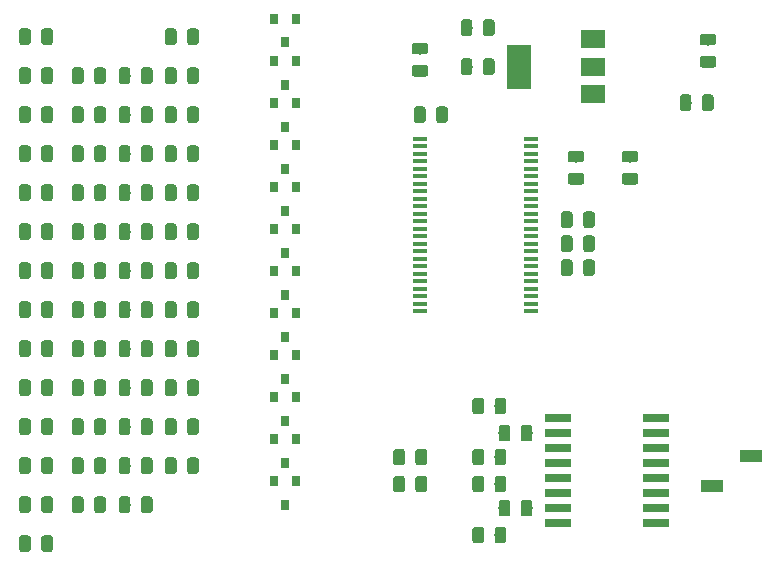
<source format=gbr>
%TF.GenerationSoftware,KiCad,Pcbnew,(5.0.0)*%
%TF.CreationDate,2019-02-15T22:08:27-06:00*%
%TF.ProjectId,BPSVoltage,425053566F6C746167652E6B69636164,rev?*%
%TF.SameCoordinates,Original*%
%TF.FileFunction,Paste,Top*%
%TF.FilePolarity,Positive*%
%FSLAX46Y46*%
G04 Gerber Fmt 4.6, Leading zero omitted, Abs format (unit mm)*
G04 Created by KiCad (PCBNEW (5.0.0)) date 02/15/19 22:08:27*
%MOMM*%
%LPD*%
G01*
G04 APERTURE LIST*
%ADD10R,0.800000X0.900000*%
%ADD11C,0.100000*%
%ADD12C,0.975000*%
%ADD13R,2.000000X3.800000*%
%ADD14R,2.000000X1.500000*%
%ADD15R,1.200000X0.400000*%
%ADD16R,2.200000X0.760000*%
%ADD17R,1.900000X1.000000*%
G04 APERTURE END LIST*
D10*
X76962000Y-68072000D03*
X76012000Y-66072000D03*
X77912000Y-66072000D03*
D11*
G36*
X92626642Y-62293174D02*
X92650303Y-62296684D01*
X92673507Y-62302496D01*
X92696029Y-62310554D01*
X92717653Y-62320782D01*
X92738170Y-62333079D01*
X92757383Y-62347329D01*
X92775107Y-62363393D01*
X92791171Y-62381117D01*
X92805421Y-62400330D01*
X92817718Y-62420847D01*
X92827946Y-62442471D01*
X92836004Y-62464993D01*
X92841816Y-62488197D01*
X92845326Y-62511858D01*
X92846500Y-62535750D01*
X92846500Y-63448250D01*
X92845326Y-63472142D01*
X92841816Y-63495803D01*
X92836004Y-63519007D01*
X92827946Y-63541529D01*
X92817718Y-63563153D01*
X92805421Y-63583670D01*
X92791171Y-63602883D01*
X92775107Y-63620607D01*
X92757383Y-63636671D01*
X92738170Y-63650921D01*
X92717653Y-63663218D01*
X92696029Y-63673446D01*
X92673507Y-63681504D01*
X92650303Y-63687316D01*
X92626642Y-63690826D01*
X92602750Y-63692000D01*
X92115250Y-63692000D01*
X92091358Y-63690826D01*
X92067697Y-63687316D01*
X92044493Y-63681504D01*
X92021971Y-63673446D01*
X92000347Y-63663218D01*
X91979830Y-63650921D01*
X91960617Y-63636671D01*
X91942893Y-63620607D01*
X91926829Y-63602883D01*
X91912579Y-63583670D01*
X91900282Y-63563153D01*
X91890054Y-63541529D01*
X91881996Y-63519007D01*
X91876184Y-63495803D01*
X91872674Y-63472142D01*
X91871500Y-63448250D01*
X91871500Y-62535750D01*
X91872674Y-62511858D01*
X91876184Y-62488197D01*
X91881996Y-62464993D01*
X91890054Y-62442471D01*
X91900282Y-62420847D01*
X91912579Y-62400330D01*
X91926829Y-62381117D01*
X91942893Y-62363393D01*
X91960617Y-62347329D01*
X91979830Y-62333079D01*
X92000347Y-62320782D01*
X92021971Y-62310554D01*
X92044493Y-62302496D01*
X92067697Y-62296684D01*
X92091358Y-62293174D01*
X92115250Y-62292000D01*
X92602750Y-62292000D01*
X92626642Y-62293174D01*
X92626642Y-62293174D01*
G37*
D12*
X92359000Y-62992000D03*
D11*
G36*
X94501642Y-62293174D02*
X94525303Y-62296684D01*
X94548507Y-62302496D01*
X94571029Y-62310554D01*
X94592653Y-62320782D01*
X94613170Y-62333079D01*
X94632383Y-62347329D01*
X94650107Y-62363393D01*
X94666171Y-62381117D01*
X94680421Y-62400330D01*
X94692718Y-62420847D01*
X94702946Y-62442471D01*
X94711004Y-62464993D01*
X94716816Y-62488197D01*
X94720326Y-62511858D01*
X94721500Y-62535750D01*
X94721500Y-63448250D01*
X94720326Y-63472142D01*
X94716816Y-63495803D01*
X94711004Y-63519007D01*
X94702946Y-63541529D01*
X94692718Y-63563153D01*
X94680421Y-63583670D01*
X94666171Y-63602883D01*
X94650107Y-63620607D01*
X94632383Y-63636671D01*
X94613170Y-63650921D01*
X94592653Y-63663218D01*
X94571029Y-63673446D01*
X94548507Y-63681504D01*
X94525303Y-63687316D01*
X94501642Y-63690826D01*
X94477750Y-63692000D01*
X93990250Y-63692000D01*
X93966358Y-63690826D01*
X93942697Y-63687316D01*
X93919493Y-63681504D01*
X93896971Y-63673446D01*
X93875347Y-63663218D01*
X93854830Y-63650921D01*
X93835617Y-63636671D01*
X93817893Y-63620607D01*
X93801829Y-63602883D01*
X93787579Y-63583670D01*
X93775282Y-63563153D01*
X93765054Y-63541529D01*
X93756996Y-63519007D01*
X93751184Y-63495803D01*
X93747674Y-63472142D01*
X93746500Y-63448250D01*
X93746500Y-62535750D01*
X93747674Y-62511858D01*
X93751184Y-62488197D01*
X93756996Y-62464993D01*
X93765054Y-62442471D01*
X93775282Y-62420847D01*
X93787579Y-62400330D01*
X93801829Y-62381117D01*
X93817893Y-62363393D01*
X93835617Y-62347329D01*
X93854830Y-62333079D01*
X93875347Y-62320782D01*
X93896971Y-62310554D01*
X93919493Y-62302496D01*
X93942697Y-62296684D01*
X93966358Y-62293174D01*
X93990250Y-62292000D01*
X94477750Y-62292000D01*
X94501642Y-62293174D01*
X94501642Y-62293174D01*
G37*
D12*
X94234000Y-62992000D03*
D11*
G36*
X88659642Y-66357174D02*
X88683303Y-66360684D01*
X88706507Y-66366496D01*
X88729029Y-66374554D01*
X88750653Y-66384782D01*
X88771170Y-66397079D01*
X88790383Y-66411329D01*
X88808107Y-66427393D01*
X88824171Y-66445117D01*
X88838421Y-66464330D01*
X88850718Y-66484847D01*
X88860946Y-66506471D01*
X88869004Y-66528993D01*
X88874816Y-66552197D01*
X88878326Y-66575858D01*
X88879500Y-66599750D01*
X88879500Y-67512250D01*
X88878326Y-67536142D01*
X88874816Y-67559803D01*
X88869004Y-67583007D01*
X88860946Y-67605529D01*
X88850718Y-67627153D01*
X88838421Y-67647670D01*
X88824171Y-67666883D01*
X88808107Y-67684607D01*
X88790383Y-67700671D01*
X88771170Y-67714921D01*
X88750653Y-67727218D01*
X88729029Y-67737446D01*
X88706507Y-67745504D01*
X88683303Y-67751316D01*
X88659642Y-67754826D01*
X88635750Y-67756000D01*
X88148250Y-67756000D01*
X88124358Y-67754826D01*
X88100697Y-67751316D01*
X88077493Y-67745504D01*
X88054971Y-67737446D01*
X88033347Y-67727218D01*
X88012830Y-67714921D01*
X87993617Y-67700671D01*
X87975893Y-67684607D01*
X87959829Y-67666883D01*
X87945579Y-67647670D01*
X87933282Y-67627153D01*
X87923054Y-67605529D01*
X87914996Y-67583007D01*
X87909184Y-67559803D01*
X87905674Y-67536142D01*
X87904500Y-67512250D01*
X87904500Y-66599750D01*
X87905674Y-66575858D01*
X87909184Y-66552197D01*
X87914996Y-66528993D01*
X87923054Y-66506471D01*
X87933282Y-66484847D01*
X87945579Y-66464330D01*
X87959829Y-66445117D01*
X87975893Y-66427393D01*
X87993617Y-66411329D01*
X88012830Y-66397079D01*
X88033347Y-66384782D01*
X88054971Y-66374554D01*
X88077493Y-66366496D01*
X88100697Y-66360684D01*
X88124358Y-66357174D01*
X88148250Y-66356000D01*
X88635750Y-66356000D01*
X88659642Y-66357174D01*
X88659642Y-66357174D01*
G37*
D12*
X88392000Y-67056000D03*
D11*
G36*
X90534642Y-66357174D02*
X90558303Y-66360684D01*
X90581507Y-66366496D01*
X90604029Y-66374554D01*
X90625653Y-66384782D01*
X90646170Y-66397079D01*
X90665383Y-66411329D01*
X90683107Y-66427393D01*
X90699171Y-66445117D01*
X90713421Y-66464330D01*
X90725718Y-66484847D01*
X90735946Y-66506471D01*
X90744004Y-66528993D01*
X90749816Y-66552197D01*
X90753326Y-66575858D01*
X90754500Y-66599750D01*
X90754500Y-67512250D01*
X90753326Y-67536142D01*
X90749816Y-67559803D01*
X90744004Y-67583007D01*
X90735946Y-67605529D01*
X90725718Y-67627153D01*
X90713421Y-67647670D01*
X90699171Y-67666883D01*
X90683107Y-67684607D01*
X90665383Y-67700671D01*
X90646170Y-67714921D01*
X90625653Y-67727218D01*
X90604029Y-67737446D01*
X90581507Y-67745504D01*
X90558303Y-67751316D01*
X90534642Y-67754826D01*
X90510750Y-67756000D01*
X90023250Y-67756000D01*
X89999358Y-67754826D01*
X89975697Y-67751316D01*
X89952493Y-67745504D01*
X89929971Y-67737446D01*
X89908347Y-67727218D01*
X89887830Y-67714921D01*
X89868617Y-67700671D01*
X89850893Y-67684607D01*
X89834829Y-67666883D01*
X89820579Y-67647670D01*
X89808282Y-67627153D01*
X89798054Y-67605529D01*
X89789996Y-67583007D01*
X89784184Y-67559803D01*
X89780674Y-67536142D01*
X89779500Y-67512250D01*
X89779500Y-66599750D01*
X89780674Y-66575858D01*
X89784184Y-66552197D01*
X89789996Y-66528993D01*
X89798054Y-66506471D01*
X89808282Y-66484847D01*
X89820579Y-66464330D01*
X89834829Y-66445117D01*
X89850893Y-66427393D01*
X89868617Y-66411329D01*
X89887830Y-66397079D01*
X89908347Y-66384782D01*
X89929971Y-66374554D01*
X89952493Y-66366496D01*
X89975697Y-66360684D01*
X89999358Y-66357174D01*
X90023250Y-66356000D01*
X90510750Y-66356000D01*
X90534642Y-66357174D01*
X90534642Y-66357174D01*
G37*
D12*
X90267000Y-67056000D03*
D11*
G36*
X101105642Y-79311174D02*
X101129303Y-79314684D01*
X101152507Y-79320496D01*
X101175029Y-79328554D01*
X101196653Y-79338782D01*
X101217170Y-79351079D01*
X101236383Y-79365329D01*
X101254107Y-79381393D01*
X101270171Y-79399117D01*
X101284421Y-79418330D01*
X101296718Y-79438847D01*
X101306946Y-79460471D01*
X101315004Y-79482993D01*
X101320816Y-79506197D01*
X101324326Y-79529858D01*
X101325500Y-79553750D01*
X101325500Y-80466250D01*
X101324326Y-80490142D01*
X101320816Y-80513803D01*
X101315004Y-80537007D01*
X101306946Y-80559529D01*
X101296718Y-80581153D01*
X101284421Y-80601670D01*
X101270171Y-80620883D01*
X101254107Y-80638607D01*
X101236383Y-80654671D01*
X101217170Y-80668921D01*
X101196653Y-80681218D01*
X101175029Y-80691446D01*
X101152507Y-80699504D01*
X101129303Y-80705316D01*
X101105642Y-80708826D01*
X101081750Y-80710000D01*
X100594250Y-80710000D01*
X100570358Y-80708826D01*
X100546697Y-80705316D01*
X100523493Y-80699504D01*
X100500971Y-80691446D01*
X100479347Y-80681218D01*
X100458830Y-80668921D01*
X100439617Y-80654671D01*
X100421893Y-80638607D01*
X100405829Y-80620883D01*
X100391579Y-80601670D01*
X100379282Y-80581153D01*
X100369054Y-80559529D01*
X100360996Y-80537007D01*
X100355184Y-80513803D01*
X100351674Y-80490142D01*
X100350500Y-80466250D01*
X100350500Y-79553750D01*
X100351674Y-79529858D01*
X100355184Y-79506197D01*
X100360996Y-79482993D01*
X100369054Y-79460471D01*
X100379282Y-79438847D01*
X100391579Y-79418330D01*
X100405829Y-79399117D01*
X100421893Y-79381393D01*
X100439617Y-79365329D01*
X100458830Y-79351079D01*
X100479347Y-79338782D01*
X100500971Y-79328554D01*
X100523493Y-79320496D01*
X100546697Y-79314684D01*
X100570358Y-79311174D01*
X100594250Y-79310000D01*
X101081750Y-79310000D01*
X101105642Y-79311174D01*
X101105642Y-79311174D01*
G37*
D12*
X100838000Y-80010000D03*
D11*
G36*
X102980642Y-79311174D02*
X103004303Y-79314684D01*
X103027507Y-79320496D01*
X103050029Y-79328554D01*
X103071653Y-79338782D01*
X103092170Y-79351079D01*
X103111383Y-79365329D01*
X103129107Y-79381393D01*
X103145171Y-79399117D01*
X103159421Y-79418330D01*
X103171718Y-79438847D01*
X103181946Y-79460471D01*
X103190004Y-79482993D01*
X103195816Y-79506197D01*
X103199326Y-79529858D01*
X103200500Y-79553750D01*
X103200500Y-80466250D01*
X103199326Y-80490142D01*
X103195816Y-80513803D01*
X103190004Y-80537007D01*
X103181946Y-80559529D01*
X103171718Y-80581153D01*
X103159421Y-80601670D01*
X103145171Y-80620883D01*
X103129107Y-80638607D01*
X103111383Y-80654671D01*
X103092170Y-80668921D01*
X103071653Y-80681218D01*
X103050029Y-80691446D01*
X103027507Y-80699504D01*
X103004303Y-80705316D01*
X102980642Y-80708826D01*
X102956750Y-80710000D01*
X102469250Y-80710000D01*
X102445358Y-80708826D01*
X102421697Y-80705316D01*
X102398493Y-80699504D01*
X102375971Y-80691446D01*
X102354347Y-80681218D01*
X102333830Y-80668921D01*
X102314617Y-80654671D01*
X102296893Y-80638607D01*
X102280829Y-80620883D01*
X102266579Y-80601670D01*
X102254282Y-80581153D01*
X102244054Y-80559529D01*
X102235996Y-80537007D01*
X102230184Y-80513803D01*
X102226674Y-80490142D01*
X102225500Y-80466250D01*
X102225500Y-79553750D01*
X102226674Y-79529858D01*
X102230184Y-79506197D01*
X102235996Y-79482993D01*
X102244054Y-79460471D01*
X102254282Y-79438847D01*
X102266579Y-79418330D01*
X102280829Y-79399117D01*
X102296893Y-79381393D01*
X102314617Y-79365329D01*
X102333830Y-79351079D01*
X102354347Y-79338782D01*
X102375971Y-79328554D01*
X102398493Y-79320496D01*
X102421697Y-79314684D01*
X102445358Y-79311174D01*
X102469250Y-79310000D01*
X102956750Y-79310000D01*
X102980642Y-79311174D01*
X102980642Y-79311174D01*
G37*
D12*
X102713000Y-80010000D03*
D11*
G36*
X102980642Y-77279174D02*
X103004303Y-77282684D01*
X103027507Y-77288496D01*
X103050029Y-77296554D01*
X103071653Y-77306782D01*
X103092170Y-77319079D01*
X103111383Y-77333329D01*
X103129107Y-77349393D01*
X103145171Y-77367117D01*
X103159421Y-77386330D01*
X103171718Y-77406847D01*
X103181946Y-77428471D01*
X103190004Y-77450993D01*
X103195816Y-77474197D01*
X103199326Y-77497858D01*
X103200500Y-77521750D01*
X103200500Y-78434250D01*
X103199326Y-78458142D01*
X103195816Y-78481803D01*
X103190004Y-78505007D01*
X103181946Y-78527529D01*
X103171718Y-78549153D01*
X103159421Y-78569670D01*
X103145171Y-78588883D01*
X103129107Y-78606607D01*
X103111383Y-78622671D01*
X103092170Y-78636921D01*
X103071653Y-78649218D01*
X103050029Y-78659446D01*
X103027507Y-78667504D01*
X103004303Y-78673316D01*
X102980642Y-78676826D01*
X102956750Y-78678000D01*
X102469250Y-78678000D01*
X102445358Y-78676826D01*
X102421697Y-78673316D01*
X102398493Y-78667504D01*
X102375971Y-78659446D01*
X102354347Y-78649218D01*
X102333830Y-78636921D01*
X102314617Y-78622671D01*
X102296893Y-78606607D01*
X102280829Y-78588883D01*
X102266579Y-78569670D01*
X102254282Y-78549153D01*
X102244054Y-78527529D01*
X102235996Y-78505007D01*
X102230184Y-78481803D01*
X102226674Y-78458142D01*
X102225500Y-78434250D01*
X102225500Y-77521750D01*
X102226674Y-77497858D01*
X102230184Y-77474197D01*
X102235996Y-77450993D01*
X102244054Y-77428471D01*
X102254282Y-77406847D01*
X102266579Y-77386330D01*
X102280829Y-77367117D01*
X102296893Y-77349393D01*
X102314617Y-77333329D01*
X102333830Y-77319079D01*
X102354347Y-77306782D01*
X102375971Y-77296554D01*
X102398493Y-77288496D01*
X102421697Y-77282684D01*
X102445358Y-77279174D01*
X102469250Y-77278000D01*
X102956750Y-77278000D01*
X102980642Y-77279174D01*
X102980642Y-77279174D01*
G37*
D12*
X102713000Y-77978000D03*
D11*
G36*
X101105642Y-77279174D02*
X101129303Y-77282684D01*
X101152507Y-77288496D01*
X101175029Y-77296554D01*
X101196653Y-77306782D01*
X101217170Y-77319079D01*
X101236383Y-77333329D01*
X101254107Y-77349393D01*
X101270171Y-77367117D01*
X101284421Y-77386330D01*
X101296718Y-77406847D01*
X101306946Y-77428471D01*
X101315004Y-77450993D01*
X101320816Y-77474197D01*
X101324326Y-77497858D01*
X101325500Y-77521750D01*
X101325500Y-78434250D01*
X101324326Y-78458142D01*
X101320816Y-78481803D01*
X101315004Y-78505007D01*
X101306946Y-78527529D01*
X101296718Y-78549153D01*
X101284421Y-78569670D01*
X101270171Y-78588883D01*
X101254107Y-78606607D01*
X101236383Y-78622671D01*
X101217170Y-78636921D01*
X101196653Y-78649218D01*
X101175029Y-78659446D01*
X101152507Y-78667504D01*
X101129303Y-78673316D01*
X101105642Y-78676826D01*
X101081750Y-78678000D01*
X100594250Y-78678000D01*
X100570358Y-78676826D01*
X100546697Y-78673316D01*
X100523493Y-78667504D01*
X100500971Y-78659446D01*
X100479347Y-78649218D01*
X100458830Y-78636921D01*
X100439617Y-78622671D01*
X100421893Y-78606607D01*
X100405829Y-78588883D01*
X100391579Y-78569670D01*
X100379282Y-78549153D01*
X100369054Y-78527529D01*
X100360996Y-78505007D01*
X100355184Y-78481803D01*
X100351674Y-78458142D01*
X100350500Y-78434250D01*
X100350500Y-77521750D01*
X100351674Y-77497858D01*
X100355184Y-77474197D01*
X100360996Y-77450993D01*
X100369054Y-77428471D01*
X100379282Y-77406847D01*
X100391579Y-77386330D01*
X100405829Y-77367117D01*
X100421893Y-77349393D01*
X100439617Y-77333329D01*
X100458830Y-77319079D01*
X100479347Y-77306782D01*
X100500971Y-77296554D01*
X100523493Y-77288496D01*
X100546697Y-77282684D01*
X100570358Y-77279174D01*
X100594250Y-77278000D01*
X101081750Y-77278000D01*
X101105642Y-77279174D01*
X101105642Y-77279174D01*
G37*
D12*
X100838000Y-77978000D03*
D11*
G36*
X101105642Y-75247174D02*
X101129303Y-75250684D01*
X101152507Y-75256496D01*
X101175029Y-75264554D01*
X101196653Y-75274782D01*
X101217170Y-75287079D01*
X101236383Y-75301329D01*
X101254107Y-75317393D01*
X101270171Y-75335117D01*
X101284421Y-75354330D01*
X101296718Y-75374847D01*
X101306946Y-75396471D01*
X101315004Y-75418993D01*
X101320816Y-75442197D01*
X101324326Y-75465858D01*
X101325500Y-75489750D01*
X101325500Y-76402250D01*
X101324326Y-76426142D01*
X101320816Y-76449803D01*
X101315004Y-76473007D01*
X101306946Y-76495529D01*
X101296718Y-76517153D01*
X101284421Y-76537670D01*
X101270171Y-76556883D01*
X101254107Y-76574607D01*
X101236383Y-76590671D01*
X101217170Y-76604921D01*
X101196653Y-76617218D01*
X101175029Y-76627446D01*
X101152507Y-76635504D01*
X101129303Y-76641316D01*
X101105642Y-76644826D01*
X101081750Y-76646000D01*
X100594250Y-76646000D01*
X100570358Y-76644826D01*
X100546697Y-76641316D01*
X100523493Y-76635504D01*
X100500971Y-76627446D01*
X100479347Y-76617218D01*
X100458830Y-76604921D01*
X100439617Y-76590671D01*
X100421893Y-76574607D01*
X100405829Y-76556883D01*
X100391579Y-76537670D01*
X100379282Y-76517153D01*
X100369054Y-76495529D01*
X100360996Y-76473007D01*
X100355184Y-76449803D01*
X100351674Y-76426142D01*
X100350500Y-76402250D01*
X100350500Y-75489750D01*
X100351674Y-75465858D01*
X100355184Y-75442197D01*
X100360996Y-75418993D01*
X100369054Y-75396471D01*
X100379282Y-75374847D01*
X100391579Y-75354330D01*
X100405829Y-75335117D01*
X100421893Y-75317393D01*
X100439617Y-75301329D01*
X100458830Y-75287079D01*
X100479347Y-75274782D01*
X100500971Y-75264554D01*
X100523493Y-75256496D01*
X100546697Y-75250684D01*
X100570358Y-75247174D01*
X100594250Y-75246000D01*
X101081750Y-75246000D01*
X101105642Y-75247174D01*
X101105642Y-75247174D01*
G37*
D12*
X100838000Y-75946000D03*
D11*
G36*
X102980642Y-75247174D02*
X103004303Y-75250684D01*
X103027507Y-75256496D01*
X103050029Y-75264554D01*
X103071653Y-75274782D01*
X103092170Y-75287079D01*
X103111383Y-75301329D01*
X103129107Y-75317393D01*
X103145171Y-75335117D01*
X103159421Y-75354330D01*
X103171718Y-75374847D01*
X103181946Y-75396471D01*
X103190004Y-75418993D01*
X103195816Y-75442197D01*
X103199326Y-75465858D01*
X103200500Y-75489750D01*
X103200500Y-76402250D01*
X103199326Y-76426142D01*
X103195816Y-76449803D01*
X103190004Y-76473007D01*
X103181946Y-76495529D01*
X103171718Y-76517153D01*
X103159421Y-76537670D01*
X103145171Y-76556883D01*
X103129107Y-76574607D01*
X103111383Y-76590671D01*
X103092170Y-76604921D01*
X103071653Y-76617218D01*
X103050029Y-76627446D01*
X103027507Y-76635504D01*
X103004303Y-76641316D01*
X102980642Y-76644826D01*
X102956750Y-76646000D01*
X102469250Y-76646000D01*
X102445358Y-76644826D01*
X102421697Y-76641316D01*
X102398493Y-76635504D01*
X102375971Y-76627446D01*
X102354347Y-76617218D01*
X102333830Y-76604921D01*
X102314617Y-76590671D01*
X102296893Y-76574607D01*
X102280829Y-76556883D01*
X102266579Y-76537670D01*
X102254282Y-76517153D01*
X102244054Y-76495529D01*
X102235996Y-76473007D01*
X102230184Y-76449803D01*
X102226674Y-76426142D01*
X102225500Y-76402250D01*
X102225500Y-75489750D01*
X102226674Y-75465858D01*
X102230184Y-75442197D01*
X102235996Y-75418993D01*
X102244054Y-75396471D01*
X102254282Y-75374847D01*
X102266579Y-75354330D01*
X102280829Y-75335117D01*
X102296893Y-75317393D01*
X102314617Y-75301329D01*
X102333830Y-75287079D01*
X102354347Y-75274782D01*
X102375971Y-75264554D01*
X102398493Y-75256496D01*
X102421697Y-75250684D01*
X102445358Y-75247174D01*
X102469250Y-75246000D01*
X102956750Y-75246000D01*
X102980642Y-75247174D01*
X102980642Y-75247174D01*
G37*
D12*
X102713000Y-75946000D03*
D11*
G36*
X97694642Y-93329174D02*
X97718303Y-93332684D01*
X97741507Y-93338496D01*
X97764029Y-93346554D01*
X97785653Y-93356782D01*
X97806170Y-93369079D01*
X97825383Y-93383329D01*
X97843107Y-93399393D01*
X97859171Y-93417117D01*
X97873421Y-93436330D01*
X97885718Y-93456847D01*
X97895946Y-93478471D01*
X97904004Y-93500993D01*
X97909816Y-93524197D01*
X97913326Y-93547858D01*
X97914500Y-93571750D01*
X97914500Y-94484250D01*
X97913326Y-94508142D01*
X97909816Y-94531803D01*
X97904004Y-94555007D01*
X97895946Y-94577529D01*
X97885718Y-94599153D01*
X97873421Y-94619670D01*
X97859171Y-94638883D01*
X97843107Y-94656607D01*
X97825383Y-94672671D01*
X97806170Y-94686921D01*
X97785653Y-94699218D01*
X97764029Y-94709446D01*
X97741507Y-94717504D01*
X97718303Y-94723316D01*
X97694642Y-94726826D01*
X97670750Y-94728000D01*
X97183250Y-94728000D01*
X97159358Y-94726826D01*
X97135697Y-94723316D01*
X97112493Y-94717504D01*
X97089971Y-94709446D01*
X97068347Y-94699218D01*
X97047830Y-94686921D01*
X97028617Y-94672671D01*
X97010893Y-94656607D01*
X96994829Y-94638883D01*
X96980579Y-94619670D01*
X96968282Y-94599153D01*
X96958054Y-94577529D01*
X96949996Y-94555007D01*
X96944184Y-94531803D01*
X96940674Y-94508142D01*
X96939500Y-94484250D01*
X96939500Y-93571750D01*
X96940674Y-93547858D01*
X96944184Y-93524197D01*
X96949996Y-93500993D01*
X96958054Y-93478471D01*
X96968282Y-93456847D01*
X96980579Y-93436330D01*
X96994829Y-93417117D01*
X97010893Y-93399393D01*
X97028617Y-93383329D01*
X97047830Y-93369079D01*
X97068347Y-93356782D01*
X97089971Y-93346554D01*
X97112493Y-93338496D01*
X97135697Y-93332684D01*
X97159358Y-93329174D01*
X97183250Y-93328000D01*
X97670750Y-93328000D01*
X97694642Y-93329174D01*
X97694642Y-93329174D01*
G37*
D12*
X97427000Y-94028000D03*
D11*
G36*
X95819642Y-93329174D02*
X95843303Y-93332684D01*
X95866507Y-93338496D01*
X95889029Y-93346554D01*
X95910653Y-93356782D01*
X95931170Y-93369079D01*
X95950383Y-93383329D01*
X95968107Y-93399393D01*
X95984171Y-93417117D01*
X95998421Y-93436330D01*
X96010718Y-93456847D01*
X96020946Y-93478471D01*
X96029004Y-93500993D01*
X96034816Y-93524197D01*
X96038326Y-93547858D01*
X96039500Y-93571750D01*
X96039500Y-94484250D01*
X96038326Y-94508142D01*
X96034816Y-94531803D01*
X96029004Y-94555007D01*
X96020946Y-94577529D01*
X96010718Y-94599153D01*
X95998421Y-94619670D01*
X95984171Y-94638883D01*
X95968107Y-94656607D01*
X95950383Y-94672671D01*
X95931170Y-94686921D01*
X95910653Y-94699218D01*
X95889029Y-94709446D01*
X95866507Y-94717504D01*
X95843303Y-94723316D01*
X95819642Y-94726826D01*
X95795750Y-94728000D01*
X95308250Y-94728000D01*
X95284358Y-94726826D01*
X95260697Y-94723316D01*
X95237493Y-94717504D01*
X95214971Y-94709446D01*
X95193347Y-94699218D01*
X95172830Y-94686921D01*
X95153617Y-94672671D01*
X95135893Y-94656607D01*
X95119829Y-94638883D01*
X95105579Y-94619670D01*
X95093282Y-94599153D01*
X95083054Y-94577529D01*
X95074996Y-94555007D01*
X95069184Y-94531803D01*
X95065674Y-94508142D01*
X95064500Y-94484250D01*
X95064500Y-93571750D01*
X95065674Y-93547858D01*
X95069184Y-93524197D01*
X95074996Y-93500993D01*
X95083054Y-93478471D01*
X95093282Y-93456847D01*
X95105579Y-93436330D01*
X95119829Y-93417117D01*
X95135893Y-93399393D01*
X95153617Y-93383329D01*
X95172830Y-93369079D01*
X95193347Y-93356782D01*
X95214971Y-93346554D01*
X95237493Y-93338496D01*
X95260697Y-93332684D01*
X95284358Y-93329174D01*
X95308250Y-93328000D01*
X95795750Y-93328000D01*
X95819642Y-93329174D01*
X95819642Y-93329174D01*
G37*
D12*
X95552000Y-94028000D03*
D11*
G36*
X88773642Y-95361174D02*
X88797303Y-95364684D01*
X88820507Y-95370496D01*
X88843029Y-95378554D01*
X88864653Y-95388782D01*
X88885170Y-95401079D01*
X88904383Y-95415329D01*
X88922107Y-95431393D01*
X88938171Y-95449117D01*
X88952421Y-95468330D01*
X88964718Y-95488847D01*
X88974946Y-95510471D01*
X88983004Y-95532993D01*
X88988816Y-95556197D01*
X88992326Y-95579858D01*
X88993500Y-95603750D01*
X88993500Y-96516250D01*
X88992326Y-96540142D01*
X88988816Y-96563803D01*
X88983004Y-96587007D01*
X88974946Y-96609529D01*
X88964718Y-96631153D01*
X88952421Y-96651670D01*
X88938171Y-96670883D01*
X88922107Y-96688607D01*
X88904383Y-96704671D01*
X88885170Y-96718921D01*
X88864653Y-96731218D01*
X88843029Y-96741446D01*
X88820507Y-96749504D01*
X88797303Y-96755316D01*
X88773642Y-96758826D01*
X88749750Y-96760000D01*
X88262250Y-96760000D01*
X88238358Y-96758826D01*
X88214697Y-96755316D01*
X88191493Y-96749504D01*
X88168971Y-96741446D01*
X88147347Y-96731218D01*
X88126830Y-96718921D01*
X88107617Y-96704671D01*
X88089893Y-96688607D01*
X88073829Y-96670883D01*
X88059579Y-96651670D01*
X88047282Y-96631153D01*
X88037054Y-96609529D01*
X88028996Y-96587007D01*
X88023184Y-96563803D01*
X88019674Y-96540142D01*
X88018500Y-96516250D01*
X88018500Y-95603750D01*
X88019674Y-95579858D01*
X88023184Y-95556197D01*
X88028996Y-95532993D01*
X88037054Y-95510471D01*
X88047282Y-95488847D01*
X88059579Y-95468330D01*
X88073829Y-95449117D01*
X88089893Y-95431393D01*
X88107617Y-95415329D01*
X88126830Y-95401079D01*
X88147347Y-95388782D01*
X88168971Y-95378554D01*
X88191493Y-95370496D01*
X88214697Y-95364684D01*
X88238358Y-95361174D01*
X88262250Y-95360000D01*
X88749750Y-95360000D01*
X88773642Y-95361174D01*
X88773642Y-95361174D01*
G37*
D12*
X88506000Y-96060000D03*
D11*
G36*
X86898642Y-95361174D02*
X86922303Y-95364684D01*
X86945507Y-95370496D01*
X86968029Y-95378554D01*
X86989653Y-95388782D01*
X87010170Y-95401079D01*
X87029383Y-95415329D01*
X87047107Y-95431393D01*
X87063171Y-95449117D01*
X87077421Y-95468330D01*
X87089718Y-95488847D01*
X87099946Y-95510471D01*
X87108004Y-95532993D01*
X87113816Y-95556197D01*
X87117326Y-95579858D01*
X87118500Y-95603750D01*
X87118500Y-96516250D01*
X87117326Y-96540142D01*
X87113816Y-96563803D01*
X87108004Y-96587007D01*
X87099946Y-96609529D01*
X87089718Y-96631153D01*
X87077421Y-96651670D01*
X87063171Y-96670883D01*
X87047107Y-96688607D01*
X87029383Y-96704671D01*
X87010170Y-96718921D01*
X86989653Y-96731218D01*
X86968029Y-96741446D01*
X86945507Y-96749504D01*
X86922303Y-96755316D01*
X86898642Y-96758826D01*
X86874750Y-96760000D01*
X86387250Y-96760000D01*
X86363358Y-96758826D01*
X86339697Y-96755316D01*
X86316493Y-96749504D01*
X86293971Y-96741446D01*
X86272347Y-96731218D01*
X86251830Y-96718921D01*
X86232617Y-96704671D01*
X86214893Y-96688607D01*
X86198829Y-96670883D01*
X86184579Y-96651670D01*
X86172282Y-96631153D01*
X86162054Y-96609529D01*
X86153996Y-96587007D01*
X86148184Y-96563803D01*
X86144674Y-96540142D01*
X86143500Y-96516250D01*
X86143500Y-95603750D01*
X86144674Y-95579858D01*
X86148184Y-95556197D01*
X86153996Y-95532993D01*
X86162054Y-95510471D01*
X86172282Y-95488847D01*
X86184579Y-95468330D01*
X86198829Y-95449117D01*
X86214893Y-95431393D01*
X86232617Y-95415329D01*
X86251830Y-95401079D01*
X86272347Y-95388782D01*
X86293971Y-95378554D01*
X86316493Y-95370496D01*
X86339697Y-95364684D01*
X86363358Y-95361174D01*
X86387250Y-95360000D01*
X86874750Y-95360000D01*
X86898642Y-95361174D01*
X86898642Y-95361174D01*
G37*
D12*
X86631000Y-96060000D03*
D11*
G36*
X95819642Y-99679174D02*
X95843303Y-99682684D01*
X95866507Y-99688496D01*
X95889029Y-99696554D01*
X95910653Y-99706782D01*
X95931170Y-99719079D01*
X95950383Y-99733329D01*
X95968107Y-99749393D01*
X95984171Y-99767117D01*
X95998421Y-99786330D01*
X96010718Y-99806847D01*
X96020946Y-99828471D01*
X96029004Y-99850993D01*
X96034816Y-99874197D01*
X96038326Y-99897858D01*
X96039500Y-99921750D01*
X96039500Y-100834250D01*
X96038326Y-100858142D01*
X96034816Y-100881803D01*
X96029004Y-100905007D01*
X96020946Y-100927529D01*
X96010718Y-100949153D01*
X95998421Y-100969670D01*
X95984171Y-100988883D01*
X95968107Y-101006607D01*
X95950383Y-101022671D01*
X95931170Y-101036921D01*
X95910653Y-101049218D01*
X95889029Y-101059446D01*
X95866507Y-101067504D01*
X95843303Y-101073316D01*
X95819642Y-101076826D01*
X95795750Y-101078000D01*
X95308250Y-101078000D01*
X95284358Y-101076826D01*
X95260697Y-101073316D01*
X95237493Y-101067504D01*
X95214971Y-101059446D01*
X95193347Y-101049218D01*
X95172830Y-101036921D01*
X95153617Y-101022671D01*
X95135893Y-101006607D01*
X95119829Y-100988883D01*
X95105579Y-100969670D01*
X95093282Y-100949153D01*
X95083054Y-100927529D01*
X95074996Y-100905007D01*
X95069184Y-100881803D01*
X95065674Y-100858142D01*
X95064500Y-100834250D01*
X95064500Y-99921750D01*
X95065674Y-99897858D01*
X95069184Y-99874197D01*
X95074996Y-99850993D01*
X95083054Y-99828471D01*
X95093282Y-99806847D01*
X95105579Y-99786330D01*
X95119829Y-99767117D01*
X95135893Y-99749393D01*
X95153617Y-99733329D01*
X95172830Y-99719079D01*
X95193347Y-99706782D01*
X95214971Y-99696554D01*
X95237493Y-99688496D01*
X95260697Y-99682684D01*
X95284358Y-99679174D01*
X95308250Y-99678000D01*
X95795750Y-99678000D01*
X95819642Y-99679174D01*
X95819642Y-99679174D01*
G37*
D12*
X95552000Y-100378000D03*
D11*
G36*
X97694642Y-99679174D02*
X97718303Y-99682684D01*
X97741507Y-99688496D01*
X97764029Y-99696554D01*
X97785653Y-99706782D01*
X97806170Y-99719079D01*
X97825383Y-99733329D01*
X97843107Y-99749393D01*
X97859171Y-99767117D01*
X97873421Y-99786330D01*
X97885718Y-99806847D01*
X97895946Y-99828471D01*
X97904004Y-99850993D01*
X97909816Y-99874197D01*
X97913326Y-99897858D01*
X97914500Y-99921750D01*
X97914500Y-100834250D01*
X97913326Y-100858142D01*
X97909816Y-100881803D01*
X97904004Y-100905007D01*
X97895946Y-100927529D01*
X97885718Y-100949153D01*
X97873421Y-100969670D01*
X97859171Y-100988883D01*
X97843107Y-101006607D01*
X97825383Y-101022671D01*
X97806170Y-101036921D01*
X97785653Y-101049218D01*
X97764029Y-101059446D01*
X97741507Y-101067504D01*
X97718303Y-101073316D01*
X97694642Y-101076826D01*
X97670750Y-101078000D01*
X97183250Y-101078000D01*
X97159358Y-101076826D01*
X97135697Y-101073316D01*
X97112493Y-101067504D01*
X97089971Y-101059446D01*
X97068347Y-101049218D01*
X97047830Y-101036921D01*
X97028617Y-101022671D01*
X97010893Y-101006607D01*
X96994829Y-100988883D01*
X96980579Y-100969670D01*
X96968282Y-100949153D01*
X96958054Y-100927529D01*
X96949996Y-100905007D01*
X96944184Y-100881803D01*
X96940674Y-100858142D01*
X96939500Y-100834250D01*
X96939500Y-99921750D01*
X96940674Y-99897858D01*
X96944184Y-99874197D01*
X96949996Y-99850993D01*
X96958054Y-99828471D01*
X96968282Y-99806847D01*
X96980579Y-99786330D01*
X96994829Y-99767117D01*
X97010893Y-99749393D01*
X97028617Y-99733329D01*
X97047830Y-99719079D01*
X97068347Y-99706782D01*
X97089971Y-99696554D01*
X97112493Y-99688496D01*
X97135697Y-99682684D01*
X97159358Y-99679174D01*
X97183250Y-99678000D01*
X97670750Y-99678000D01*
X97694642Y-99679174D01*
X97694642Y-99679174D01*
G37*
D12*
X97427000Y-100378000D03*
D11*
G36*
X88773642Y-97647174D02*
X88797303Y-97650684D01*
X88820507Y-97656496D01*
X88843029Y-97664554D01*
X88864653Y-97674782D01*
X88885170Y-97687079D01*
X88904383Y-97701329D01*
X88922107Y-97717393D01*
X88938171Y-97735117D01*
X88952421Y-97754330D01*
X88964718Y-97774847D01*
X88974946Y-97796471D01*
X88983004Y-97818993D01*
X88988816Y-97842197D01*
X88992326Y-97865858D01*
X88993500Y-97889750D01*
X88993500Y-98802250D01*
X88992326Y-98826142D01*
X88988816Y-98849803D01*
X88983004Y-98873007D01*
X88974946Y-98895529D01*
X88964718Y-98917153D01*
X88952421Y-98937670D01*
X88938171Y-98956883D01*
X88922107Y-98974607D01*
X88904383Y-98990671D01*
X88885170Y-99004921D01*
X88864653Y-99017218D01*
X88843029Y-99027446D01*
X88820507Y-99035504D01*
X88797303Y-99041316D01*
X88773642Y-99044826D01*
X88749750Y-99046000D01*
X88262250Y-99046000D01*
X88238358Y-99044826D01*
X88214697Y-99041316D01*
X88191493Y-99035504D01*
X88168971Y-99027446D01*
X88147347Y-99017218D01*
X88126830Y-99004921D01*
X88107617Y-98990671D01*
X88089893Y-98974607D01*
X88073829Y-98956883D01*
X88059579Y-98937670D01*
X88047282Y-98917153D01*
X88037054Y-98895529D01*
X88028996Y-98873007D01*
X88023184Y-98849803D01*
X88019674Y-98826142D01*
X88018500Y-98802250D01*
X88018500Y-97889750D01*
X88019674Y-97865858D01*
X88023184Y-97842197D01*
X88028996Y-97818993D01*
X88037054Y-97796471D01*
X88047282Y-97774847D01*
X88059579Y-97754330D01*
X88073829Y-97735117D01*
X88089893Y-97717393D01*
X88107617Y-97701329D01*
X88126830Y-97687079D01*
X88147347Y-97674782D01*
X88168971Y-97664554D01*
X88191493Y-97656496D01*
X88214697Y-97650684D01*
X88238358Y-97647174D01*
X88262250Y-97646000D01*
X88749750Y-97646000D01*
X88773642Y-97647174D01*
X88773642Y-97647174D01*
G37*
D12*
X88506000Y-98346000D03*
D11*
G36*
X86898642Y-97647174D02*
X86922303Y-97650684D01*
X86945507Y-97656496D01*
X86968029Y-97664554D01*
X86989653Y-97674782D01*
X87010170Y-97687079D01*
X87029383Y-97701329D01*
X87047107Y-97717393D01*
X87063171Y-97735117D01*
X87077421Y-97754330D01*
X87089718Y-97774847D01*
X87099946Y-97796471D01*
X87108004Y-97818993D01*
X87113816Y-97842197D01*
X87117326Y-97865858D01*
X87118500Y-97889750D01*
X87118500Y-98802250D01*
X87117326Y-98826142D01*
X87113816Y-98849803D01*
X87108004Y-98873007D01*
X87099946Y-98895529D01*
X87089718Y-98917153D01*
X87077421Y-98937670D01*
X87063171Y-98956883D01*
X87047107Y-98974607D01*
X87029383Y-98990671D01*
X87010170Y-99004921D01*
X86989653Y-99017218D01*
X86968029Y-99027446D01*
X86945507Y-99035504D01*
X86922303Y-99041316D01*
X86898642Y-99044826D01*
X86874750Y-99046000D01*
X86387250Y-99046000D01*
X86363358Y-99044826D01*
X86339697Y-99041316D01*
X86316493Y-99035504D01*
X86293971Y-99027446D01*
X86272347Y-99017218D01*
X86251830Y-99004921D01*
X86232617Y-98990671D01*
X86214893Y-98974607D01*
X86198829Y-98956883D01*
X86184579Y-98937670D01*
X86172282Y-98917153D01*
X86162054Y-98895529D01*
X86153996Y-98873007D01*
X86148184Y-98849803D01*
X86144674Y-98826142D01*
X86143500Y-98802250D01*
X86143500Y-97889750D01*
X86144674Y-97865858D01*
X86148184Y-97842197D01*
X86153996Y-97818993D01*
X86162054Y-97796471D01*
X86172282Y-97774847D01*
X86184579Y-97754330D01*
X86198829Y-97735117D01*
X86214893Y-97717393D01*
X86232617Y-97701329D01*
X86251830Y-97687079D01*
X86272347Y-97674782D01*
X86293971Y-97664554D01*
X86316493Y-97656496D01*
X86339697Y-97650684D01*
X86363358Y-97647174D01*
X86387250Y-97646000D01*
X86874750Y-97646000D01*
X86898642Y-97647174D01*
X86898642Y-97647174D01*
G37*
D12*
X86631000Y-98346000D03*
D11*
G36*
X111168642Y-65341174D02*
X111192303Y-65344684D01*
X111215507Y-65350496D01*
X111238029Y-65358554D01*
X111259653Y-65368782D01*
X111280170Y-65381079D01*
X111299383Y-65395329D01*
X111317107Y-65411393D01*
X111333171Y-65429117D01*
X111347421Y-65448330D01*
X111359718Y-65468847D01*
X111369946Y-65490471D01*
X111378004Y-65512993D01*
X111383816Y-65536197D01*
X111387326Y-65559858D01*
X111388500Y-65583750D01*
X111388500Y-66496250D01*
X111387326Y-66520142D01*
X111383816Y-66543803D01*
X111378004Y-66567007D01*
X111369946Y-66589529D01*
X111359718Y-66611153D01*
X111347421Y-66631670D01*
X111333171Y-66650883D01*
X111317107Y-66668607D01*
X111299383Y-66684671D01*
X111280170Y-66698921D01*
X111259653Y-66711218D01*
X111238029Y-66721446D01*
X111215507Y-66729504D01*
X111192303Y-66735316D01*
X111168642Y-66738826D01*
X111144750Y-66740000D01*
X110657250Y-66740000D01*
X110633358Y-66738826D01*
X110609697Y-66735316D01*
X110586493Y-66729504D01*
X110563971Y-66721446D01*
X110542347Y-66711218D01*
X110521830Y-66698921D01*
X110502617Y-66684671D01*
X110484893Y-66668607D01*
X110468829Y-66650883D01*
X110454579Y-66631670D01*
X110442282Y-66611153D01*
X110432054Y-66589529D01*
X110423996Y-66567007D01*
X110418184Y-66543803D01*
X110414674Y-66520142D01*
X110413500Y-66496250D01*
X110413500Y-65583750D01*
X110414674Y-65559858D01*
X110418184Y-65536197D01*
X110423996Y-65512993D01*
X110432054Y-65490471D01*
X110442282Y-65468847D01*
X110454579Y-65448330D01*
X110468829Y-65429117D01*
X110484893Y-65411393D01*
X110502617Y-65395329D01*
X110521830Y-65381079D01*
X110542347Y-65368782D01*
X110563971Y-65358554D01*
X110586493Y-65350496D01*
X110609697Y-65344684D01*
X110633358Y-65341174D01*
X110657250Y-65340000D01*
X111144750Y-65340000D01*
X111168642Y-65341174D01*
X111168642Y-65341174D01*
G37*
D12*
X110901000Y-66040000D03*
D11*
G36*
X113043642Y-65341174D02*
X113067303Y-65344684D01*
X113090507Y-65350496D01*
X113113029Y-65358554D01*
X113134653Y-65368782D01*
X113155170Y-65381079D01*
X113174383Y-65395329D01*
X113192107Y-65411393D01*
X113208171Y-65429117D01*
X113222421Y-65448330D01*
X113234718Y-65468847D01*
X113244946Y-65490471D01*
X113253004Y-65512993D01*
X113258816Y-65536197D01*
X113262326Y-65559858D01*
X113263500Y-65583750D01*
X113263500Y-66496250D01*
X113262326Y-66520142D01*
X113258816Y-66543803D01*
X113253004Y-66567007D01*
X113244946Y-66589529D01*
X113234718Y-66611153D01*
X113222421Y-66631670D01*
X113208171Y-66650883D01*
X113192107Y-66668607D01*
X113174383Y-66684671D01*
X113155170Y-66698921D01*
X113134653Y-66711218D01*
X113113029Y-66721446D01*
X113090507Y-66729504D01*
X113067303Y-66735316D01*
X113043642Y-66738826D01*
X113019750Y-66740000D01*
X112532250Y-66740000D01*
X112508358Y-66738826D01*
X112484697Y-66735316D01*
X112461493Y-66729504D01*
X112438971Y-66721446D01*
X112417347Y-66711218D01*
X112396830Y-66698921D01*
X112377617Y-66684671D01*
X112359893Y-66668607D01*
X112343829Y-66650883D01*
X112329579Y-66631670D01*
X112317282Y-66611153D01*
X112307054Y-66589529D01*
X112298996Y-66567007D01*
X112293184Y-66543803D01*
X112289674Y-66520142D01*
X112288500Y-66496250D01*
X112288500Y-65583750D01*
X112289674Y-65559858D01*
X112293184Y-65536197D01*
X112298996Y-65512993D01*
X112307054Y-65490471D01*
X112317282Y-65468847D01*
X112329579Y-65448330D01*
X112343829Y-65429117D01*
X112359893Y-65411393D01*
X112377617Y-65395329D01*
X112396830Y-65381079D01*
X112417347Y-65368782D01*
X112438971Y-65358554D01*
X112461493Y-65350496D01*
X112484697Y-65344684D01*
X112508358Y-65341174D01*
X112532250Y-65340000D01*
X113019750Y-65340000D01*
X113043642Y-65341174D01*
X113043642Y-65341174D01*
G37*
D12*
X112776000Y-66040000D03*
D11*
G36*
X59703642Y-63055174D02*
X59727303Y-63058684D01*
X59750507Y-63064496D01*
X59773029Y-63072554D01*
X59794653Y-63082782D01*
X59815170Y-63095079D01*
X59834383Y-63109329D01*
X59852107Y-63125393D01*
X59868171Y-63143117D01*
X59882421Y-63162330D01*
X59894718Y-63182847D01*
X59904946Y-63204471D01*
X59913004Y-63226993D01*
X59918816Y-63250197D01*
X59922326Y-63273858D01*
X59923500Y-63297750D01*
X59923500Y-64210250D01*
X59922326Y-64234142D01*
X59918816Y-64257803D01*
X59913004Y-64281007D01*
X59904946Y-64303529D01*
X59894718Y-64325153D01*
X59882421Y-64345670D01*
X59868171Y-64364883D01*
X59852107Y-64382607D01*
X59834383Y-64398671D01*
X59815170Y-64412921D01*
X59794653Y-64425218D01*
X59773029Y-64435446D01*
X59750507Y-64443504D01*
X59727303Y-64449316D01*
X59703642Y-64452826D01*
X59679750Y-64454000D01*
X59192250Y-64454000D01*
X59168358Y-64452826D01*
X59144697Y-64449316D01*
X59121493Y-64443504D01*
X59098971Y-64435446D01*
X59077347Y-64425218D01*
X59056830Y-64412921D01*
X59037617Y-64398671D01*
X59019893Y-64382607D01*
X59003829Y-64364883D01*
X58989579Y-64345670D01*
X58977282Y-64325153D01*
X58967054Y-64303529D01*
X58958996Y-64281007D01*
X58953184Y-64257803D01*
X58949674Y-64234142D01*
X58948500Y-64210250D01*
X58948500Y-63297750D01*
X58949674Y-63273858D01*
X58953184Y-63250197D01*
X58958996Y-63226993D01*
X58967054Y-63204471D01*
X58977282Y-63182847D01*
X58989579Y-63162330D01*
X59003829Y-63143117D01*
X59019893Y-63125393D01*
X59037617Y-63109329D01*
X59056830Y-63095079D01*
X59077347Y-63082782D01*
X59098971Y-63072554D01*
X59121493Y-63064496D01*
X59144697Y-63058684D01*
X59168358Y-63055174D01*
X59192250Y-63054000D01*
X59679750Y-63054000D01*
X59703642Y-63055174D01*
X59703642Y-63055174D01*
G37*
D12*
X59436000Y-63754000D03*
D11*
G36*
X61578642Y-63055174D02*
X61602303Y-63058684D01*
X61625507Y-63064496D01*
X61648029Y-63072554D01*
X61669653Y-63082782D01*
X61690170Y-63095079D01*
X61709383Y-63109329D01*
X61727107Y-63125393D01*
X61743171Y-63143117D01*
X61757421Y-63162330D01*
X61769718Y-63182847D01*
X61779946Y-63204471D01*
X61788004Y-63226993D01*
X61793816Y-63250197D01*
X61797326Y-63273858D01*
X61798500Y-63297750D01*
X61798500Y-64210250D01*
X61797326Y-64234142D01*
X61793816Y-64257803D01*
X61788004Y-64281007D01*
X61779946Y-64303529D01*
X61769718Y-64325153D01*
X61757421Y-64345670D01*
X61743171Y-64364883D01*
X61727107Y-64382607D01*
X61709383Y-64398671D01*
X61690170Y-64412921D01*
X61669653Y-64425218D01*
X61648029Y-64435446D01*
X61625507Y-64443504D01*
X61602303Y-64449316D01*
X61578642Y-64452826D01*
X61554750Y-64454000D01*
X61067250Y-64454000D01*
X61043358Y-64452826D01*
X61019697Y-64449316D01*
X60996493Y-64443504D01*
X60973971Y-64435446D01*
X60952347Y-64425218D01*
X60931830Y-64412921D01*
X60912617Y-64398671D01*
X60894893Y-64382607D01*
X60878829Y-64364883D01*
X60864579Y-64345670D01*
X60852282Y-64325153D01*
X60842054Y-64303529D01*
X60833996Y-64281007D01*
X60828184Y-64257803D01*
X60824674Y-64234142D01*
X60823500Y-64210250D01*
X60823500Y-63297750D01*
X60824674Y-63273858D01*
X60828184Y-63250197D01*
X60833996Y-63226993D01*
X60842054Y-63204471D01*
X60852282Y-63182847D01*
X60864579Y-63162330D01*
X60878829Y-63143117D01*
X60894893Y-63125393D01*
X60912617Y-63109329D01*
X60931830Y-63095079D01*
X60952347Y-63082782D01*
X60973971Y-63072554D01*
X60996493Y-63064496D01*
X61019697Y-63058684D01*
X61043358Y-63055174D01*
X61067250Y-63054000D01*
X61554750Y-63054000D01*
X61578642Y-63055174D01*
X61578642Y-63055174D01*
G37*
D12*
X61311000Y-63754000D03*
D11*
G36*
X59703642Y-66357174D02*
X59727303Y-66360684D01*
X59750507Y-66366496D01*
X59773029Y-66374554D01*
X59794653Y-66384782D01*
X59815170Y-66397079D01*
X59834383Y-66411329D01*
X59852107Y-66427393D01*
X59868171Y-66445117D01*
X59882421Y-66464330D01*
X59894718Y-66484847D01*
X59904946Y-66506471D01*
X59913004Y-66528993D01*
X59918816Y-66552197D01*
X59922326Y-66575858D01*
X59923500Y-66599750D01*
X59923500Y-67512250D01*
X59922326Y-67536142D01*
X59918816Y-67559803D01*
X59913004Y-67583007D01*
X59904946Y-67605529D01*
X59894718Y-67627153D01*
X59882421Y-67647670D01*
X59868171Y-67666883D01*
X59852107Y-67684607D01*
X59834383Y-67700671D01*
X59815170Y-67714921D01*
X59794653Y-67727218D01*
X59773029Y-67737446D01*
X59750507Y-67745504D01*
X59727303Y-67751316D01*
X59703642Y-67754826D01*
X59679750Y-67756000D01*
X59192250Y-67756000D01*
X59168358Y-67754826D01*
X59144697Y-67751316D01*
X59121493Y-67745504D01*
X59098971Y-67737446D01*
X59077347Y-67727218D01*
X59056830Y-67714921D01*
X59037617Y-67700671D01*
X59019893Y-67684607D01*
X59003829Y-67666883D01*
X58989579Y-67647670D01*
X58977282Y-67627153D01*
X58967054Y-67605529D01*
X58958996Y-67583007D01*
X58953184Y-67559803D01*
X58949674Y-67536142D01*
X58948500Y-67512250D01*
X58948500Y-66599750D01*
X58949674Y-66575858D01*
X58953184Y-66552197D01*
X58958996Y-66528993D01*
X58967054Y-66506471D01*
X58977282Y-66484847D01*
X58989579Y-66464330D01*
X59003829Y-66445117D01*
X59019893Y-66427393D01*
X59037617Y-66411329D01*
X59056830Y-66397079D01*
X59077347Y-66384782D01*
X59098971Y-66374554D01*
X59121493Y-66366496D01*
X59144697Y-66360684D01*
X59168358Y-66357174D01*
X59192250Y-66356000D01*
X59679750Y-66356000D01*
X59703642Y-66357174D01*
X59703642Y-66357174D01*
G37*
D12*
X59436000Y-67056000D03*
D11*
G36*
X61578642Y-66357174D02*
X61602303Y-66360684D01*
X61625507Y-66366496D01*
X61648029Y-66374554D01*
X61669653Y-66384782D01*
X61690170Y-66397079D01*
X61709383Y-66411329D01*
X61727107Y-66427393D01*
X61743171Y-66445117D01*
X61757421Y-66464330D01*
X61769718Y-66484847D01*
X61779946Y-66506471D01*
X61788004Y-66528993D01*
X61793816Y-66552197D01*
X61797326Y-66575858D01*
X61798500Y-66599750D01*
X61798500Y-67512250D01*
X61797326Y-67536142D01*
X61793816Y-67559803D01*
X61788004Y-67583007D01*
X61779946Y-67605529D01*
X61769718Y-67627153D01*
X61757421Y-67647670D01*
X61743171Y-67666883D01*
X61727107Y-67684607D01*
X61709383Y-67700671D01*
X61690170Y-67714921D01*
X61669653Y-67727218D01*
X61648029Y-67737446D01*
X61625507Y-67745504D01*
X61602303Y-67751316D01*
X61578642Y-67754826D01*
X61554750Y-67756000D01*
X61067250Y-67756000D01*
X61043358Y-67754826D01*
X61019697Y-67751316D01*
X60996493Y-67745504D01*
X60973971Y-67737446D01*
X60952347Y-67727218D01*
X60931830Y-67714921D01*
X60912617Y-67700671D01*
X60894893Y-67684607D01*
X60878829Y-67666883D01*
X60864579Y-67647670D01*
X60852282Y-67627153D01*
X60842054Y-67605529D01*
X60833996Y-67583007D01*
X60828184Y-67559803D01*
X60824674Y-67536142D01*
X60823500Y-67512250D01*
X60823500Y-66599750D01*
X60824674Y-66575858D01*
X60828184Y-66552197D01*
X60833996Y-66528993D01*
X60842054Y-66506471D01*
X60852282Y-66484847D01*
X60864579Y-66464330D01*
X60878829Y-66445117D01*
X60894893Y-66427393D01*
X60912617Y-66411329D01*
X60931830Y-66397079D01*
X60952347Y-66384782D01*
X60973971Y-66374554D01*
X60996493Y-66366496D01*
X61019697Y-66360684D01*
X61043358Y-66357174D01*
X61067250Y-66356000D01*
X61554750Y-66356000D01*
X61578642Y-66357174D01*
X61578642Y-66357174D01*
G37*
D12*
X61311000Y-67056000D03*
D11*
G36*
X59703642Y-69659174D02*
X59727303Y-69662684D01*
X59750507Y-69668496D01*
X59773029Y-69676554D01*
X59794653Y-69686782D01*
X59815170Y-69699079D01*
X59834383Y-69713329D01*
X59852107Y-69729393D01*
X59868171Y-69747117D01*
X59882421Y-69766330D01*
X59894718Y-69786847D01*
X59904946Y-69808471D01*
X59913004Y-69830993D01*
X59918816Y-69854197D01*
X59922326Y-69877858D01*
X59923500Y-69901750D01*
X59923500Y-70814250D01*
X59922326Y-70838142D01*
X59918816Y-70861803D01*
X59913004Y-70885007D01*
X59904946Y-70907529D01*
X59894718Y-70929153D01*
X59882421Y-70949670D01*
X59868171Y-70968883D01*
X59852107Y-70986607D01*
X59834383Y-71002671D01*
X59815170Y-71016921D01*
X59794653Y-71029218D01*
X59773029Y-71039446D01*
X59750507Y-71047504D01*
X59727303Y-71053316D01*
X59703642Y-71056826D01*
X59679750Y-71058000D01*
X59192250Y-71058000D01*
X59168358Y-71056826D01*
X59144697Y-71053316D01*
X59121493Y-71047504D01*
X59098971Y-71039446D01*
X59077347Y-71029218D01*
X59056830Y-71016921D01*
X59037617Y-71002671D01*
X59019893Y-70986607D01*
X59003829Y-70968883D01*
X58989579Y-70949670D01*
X58977282Y-70929153D01*
X58967054Y-70907529D01*
X58958996Y-70885007D01*
X58953184Y-70861803D01*
X58949674Y-70838142D01*
X58948500Y-70814250D01*
X58948500Y-69901750D01*
X58949674Y-69877858D01*
X58953184Y-69854197D01*
X58958996Y-69830993D01*
X58967054Y-69808471D01*
X58977282Y-69786847D01*
X58989579Y-69766330D01*
X59003829Y-69747117D01*
X59019893Y-69729393D01*
X59037617Y-69713329D01*
X59056830Y-69699079D01*
X59077347Y-69686782D01*
X59098971Y-69676554D01*
X59121493Y-69668496D01*
X59144697Y-69662684D01*
X59168358Y-69659174D01*
X59192250Y-69658000D01*
X59679750Y-69658000D01*
X59703642Y-69659174D01*
X59703642Y-69659174D01*
G37*
D12*
X59436000Y-70358000D03*
D11*
G36*
X61578642Y-69659174D02*
X61602303Y-69662684D01*
X61625507Y-69668496D01*
X61648029Y-69676554D01*
X61669653Y-69686782D01*
X61690170Y-69699079D01*
X61709383Y-69713329D01*
X61727107Y-69729393D01*
X61743171Y-69747117D01*
X61757421Y-69766330D01*
X61769718Y-69786847D01*
X61779946Y-69808471D01*
X61788004Y-69830993D01*
X61793816Y-69854197D01*
X61797326Y-69877858D01*
X61798500Y-69901750D01*
X61798500Y-70814250D01*
X61797326Y-70838142D01*
X61793816Y-70861803D01*
X61788004Y-70885007D01*
X61779946Y-70907529D01*
X61769718Y-70929153D01*
X61757421Y-70949670D01*
X61743171Y-70968883D01*
X61727107Y-70986607D01*
X61709383Y-71002671D01*
X61690170Y-71016921D01*
X61669653Y-71029218D01*
X61648029Y-71039446D01*
X61625507Y-71047504D01*
X61602303Y-71053316D01*
X61578642Y-71056826D01*
X61554750Y-71058000D01*
X61067250Y-71058000D01*
X61043358Y-71056826D01*
X61019697Y-71053316D01*
X60996493Y-71047504D01*
X60973971Y-71039446D01*
X60952347Y-71029218D01*
X60931830Y-71016921D01*
X60912617Y-71002671D01*
X60894893Y-70986607D01*
X60878829Y-70968883D01*
X60864579Y-70949670D01*
X60852282Y-70929153D01*
X60842054Y-70907529D01*
X60833996Y-70885007D01*
X60828184Y-70861803D01*
X60824674Y-70838142D01*
X60823500Y-70814250D01*
X60823500Y-69901750D01*
X60824674Y-69877858D01*
X60828184Y-69854197D01*
X60833996Y-69830993D01*
X60842054Y-69808471D01*
X60852282Y-69786847D01*
X60864579Y-69766330D01*
X60878829Y-69747117D01*
X60894893Y-69729393D01*
X60912617Y-69713329D01*
X60931830Y-69699079D01*
X60952347Y-69686782D01*
X60973971Y-69676554D01*
X60996493Y-69668496D01*
X61019697Y-69662684D01*
X61043358Y-69659174D01*
X61067250Y-69658000D01*
X61554750Y-69658000D01*
X61578642Y-69659174D01*
X61578642Y-69659174D01*
G37*
D12*
X61311000Y-70358000D03*
D11*
G36*
X61578642Y-72961174D02*
X61602303Y-72964684D01*
X61625507Y-72970496D01*
X61648029Y-72978554D01*
X61669653Y-72988782D01*
X61690170Y-73001079D01*
X61709383Y-73015329D01*
X61727107Y-73031393D01*
X61743171Y-73049117D01*
X61757421Y-73068330D01*
X61769718Y-73088847D01*
X61779946Y-73110471D01*
X61788004Y-73132993D01*
X61793816Y-73156197D01*
X61797326Y-73179858D01*
X61798500Y-73203750D01*
X61798500Y-74116250D01*
X61797326Y-74140142D01*
X61793816Y-74163803D01*
X61788004Y-74187007D01*
X61779946Y-74209529D01*
X61769718Y-74231153D01*
X61757421Y-74251670D01*
X61743171Y-74270883D01*
X61727107Y-74288607D01*
X61709383Y-74304671D01*
X61690170Y-74318921D01*
X61669653Y-74331218D01*
X61648029Y-74341446D01*
X61625507Y-74349504D01*
X61602303Y-74355316D01*
X61578642Y-74358826D01*
X61554750Y-74360000D01*
X61067250Y-74360000D01*
X61043358Y-74358826D01*
X61019697Y-74355316D01*
X60996493Y-74349504D01*
X60973971Y-74341446D01*
X60952347Y-74331218D01*
X60931830Y-74318921D01*
X60912617Y-74304671D01*
X60894893Y-74288607D01*
X60878829Y-74270883D01*
X60864579Y-74251670D01*
X60852282Y-74231153D01*
X60842054Y-74209529D01*
X60833996Y-74187007D01*
X60828184Y-74163803D01*
X60824674Y-74140142D01*
X60823500Y-74116250D01*
X60823500Y-73203750D01*
X60824674Y-73179858D01*
X60828184Y-73156197D01*
X60833996Y-73132993D01*
X60842054Y-73110471D01*
X60852282Y-73088847D01*
X60864579Y-73068330D01*
X60878829Y-73049117D01*
X60894893Y-73031393D01*
X60912617Y-73015329D01*
X60931830Y-73001079D01*
X60952347Y-72988782D01*
X60973971Y-72978554D01*
X60996493Y-72970496D01*
X61019697Y-72964684D01*
X61043358Y-72961174D01*
X61067250Y-72960000D01*
X61554750Y-72960000D01*
X61578642Y-72961174D01*
X61578642Y-72961174D01*
G37*
D12*
X61311000Y-73660000D03*
D11*
G36*
X59703642Y-72961174D02*
X59727303Y-72964684D01*
X59750507Y-72970496D01*
X59773029Y-72978554D01*
X59794653Y-72988782D01*
X59815170Y-73001079D01*
X59834383Y-73015329D01*
X59852107Y-73031393D01*
X59868171Y-73049117D01*
X59882421Y-73068330D01*
X59894718Y-73088847D01*
X59904946Y-73110471D01*
X59913004Y-73132993D01*
X59918816Y-73156197D01*
X59922326Y-73179858D01*
X59923500Y-73203750D01*
X59923500Y-74116250D01*
X59922326Y-74140142D01*
X59918816Y-74163803D01*
X59913004Y-74187007D01*
X59904946Y-74209529D01*
X59894718Y-74231153D01*
X59882421Y-74251670D01*
X59868171Y-74270883D01*
X59852107Y-74288607D01*
X59834383Y-74304671D01*
X59815170Y-74318921D01*
X59794653Y-74331218D01*
X59773029Y-74341446D01*
X59750507Y-74349504D01*
X59727303Y-74355316D01*
X59703642Y-74358826D01*
X59679750Y-74360000D01*
X59192250Y-74360000D01*
X59168358Y-74358826D01*
X59144697Y-74355316D01*
X59121493Y-74349504D01*
X59098971Y-74341446D01*
X59077347Y-74331218D01*
X59056830Y-74318921D01*
X59037617Y-74304671D01*
X59019893Y-74288607D01*
X59003829Y-74270883D01*
X58989579Y-74251670D01*
X58977282Y-74231153D01*
X58967054Y-74209529D01*
X58958996Y-74187007D01*
X58953184Y-74163803D01*
X58949674Y-74140142D01*
X58948500Y-74116250D01*
X58948500Y-73203750D01*
X58949674Y-73179858D01*
X58953184Y-73156197D01*
X58958996Y-73132993D01*
X58967054Y-73110471D01*
X58977282Y-73088847D01*
X58989579Y-73068330D01*
X59003829Y-73049117D01*
X59019893Y-73031393D01*
X59037617Y-73015329D01*
X59056830Y-73001079D01*
X59077347Y-72988782D01*
X59098971Y-72978554D01*
X59121493Y-72970496D01*
X59144697Y-72964684D01*
X59168358Y-72961174D01*
X59192250Y-72960000D01*
X59679750Y-72960000D01*
X59703642Y-72961174D01*
X59703642Y-72961174D01*
G37*
D12*
X59436000Y-73660000D03*
D11*
G36*
X61578642Y-76263174D02*
X61602303Y-76266684D01*
X61625507Y-76272496D01*
X61648029Y-76280554D01*
X61669653Y-76290782D01*
X61690170Y-76303079D01*
X61709383Y-76317329D01*
X61727107Y-76333393D01*
X61743171Y-76351117D01*
X61757421Y-76370330D01*
X61769718Y-76390847D01*
X61779946Y-76412471D01*
X61788004Y-76434993D01*
X61793816Y-76458197D01*
X61797326Y-76481858D01*
X61798500Y-76505750D01*
X61798500Y-77418250D01*
X61797326Y-77442142D01*
X61793816Y-77465803D01*
X61788004Y-77489007D01*
X61779946Y-77511529D01*
X61769718Y-77533153D01*
X61757421Y-77553670D01*
X61743171Y-77572883D01*
X61727107Y-77590607D01*
X61709383Y-77606671D01*
X61690170Y-77620921D01*
X61669653Y-77633218D01*
X61648029Y-77643446D01*
X61625507Y-77651504D01*
X61602303Y-77657316D01*
X61578642Y-77660826D01*
X61554750Y-77662000D01*
X61067250Y-77662000D01*
X61043358Y-77660826D01*
X61019697Y-77657316D01*
X60996493Y-77651504D01*
X60973971Y-77643446D01*
X60952347Y-77633218D01*
X60931830Y-77620921D01*
X60912617Y-77606671D01*
X60894893Y-77590607D01*
X60878829Y-77572883D01*
X60864579Y-77553670D01*
X60852282Y-77533153D01*
X60842054Y-77511529D01*
X60833996Y-77489007D01*
X60828184Y-77465803D01*
X60824674Y-77442142D01*
X60823500Y-77418250D01*
X60823500Y-76505750D01*
X60824674Y-76481858D01*
X60828184Y-76458197D01*
X60833996Y-76434993D01*
X60842054Y-76412471D01*
X60852282Y-76390847D01*
X60864579Y-76370330D01*
X60878829Y-76351117D01*
X60894893Y-76333393D01*
X60912617Y-76317329D01*
X60931830Y-76303079D01*
X60952347Y-76290782D01*
X60973971Y-76280554D01*
X60996493Y-76272496D01*
X61019697Y-76266684D01*
X61043358Y-76263174D01*
X61067250Y-76262000D01*
X61554750Y-76262000D01*
X61578642Y-76263174D01*
X61578642Y-76263174D01*
G37*
D12*
X61311000Y-76962000D03*
D11*
G36*
X59703642Y-76263174D02*
X59727303Y-76266684D01*
X59750507Y-76272496D01*
X59773029Y-76280554D01*
X59794653Y-76290782D01*
X59815170Y-76303079D01*
X59834383Y-76317329D01*
X59852107Y-76333393D01*
X59868171Y-76351117D01*
X59882421Y-76370330D01*
X59894718Y-76390847D01*
X59904946Y-76412471D01*
X59913004Y-76434993D01*
X59918816Y-76458197D01*
X59922326Y-76481858D01*
X59923500Y-76505750D01*
X59923500Y-77418250D01*
X59922326Y-77442142D01*
X59918816Y-77465803D01*
X59913004Y-77489007D01*
X59904946Y-77511529D01*
X59894718Y-77533153D01*
X59882421Y-77553670D01*
X59868171Y-77572883D01*
X59852107Y-77590607D01*
X59834383Y-77606671D01*
X59815170Y-77620921D01*
X59794653Y-77633218D01*
X59773029Y-77643446D01*
X59750507Y-77651504D01*
X59727303Y-77657316D01*
X59703642Y-77660826D01*
X59679750Y-77662000D01*
X59192250Y-77662000D01*
X59168358Y-77660826D01*
X59144697Y-77657316D01*
X59121493Y-77651504D01*
X59098971Y-77643446D01*
X59077347Y-77633218D01*
X59056830Y-77620921D01*
X59037617Y-77606671D01*
X59019893Y-77590607D01*
X59003829Y-77572883D01*
X58989579Y-77553670D01*
X58977282Y-77533153D01*
X58967054Y-77511529D01*
X58958996Y-77489007D01*
X58953184Y-77465803D01*
X58949674Y-77442142D01*
X58948500Y-77418250D01*
X58948500Y-76505750D01*
X58949674Y-76481858D01*
X58953184Y-76458197D01*
X58958996Y-76434993D01*
X58967054Y-76412471D01*
X58977282Y-76390847D01*
X58989579Y-76370330D01*
X59003829Y-76351117D01*
X59019893Y-76333393D01*
X59037617Y-76317329D01*
X59056830Y-76303079D01*
X59077347Y-76290782D01*
X59098971Y-76280554D01*
X59121493Y-76272496D01*
X59144697Y-76266684D01*
X59168358Y-76263174D01*
X59192250Y-76262000D01*
X59679750Y-76262000D01*
X59703642Y-76263174D01*
X59703642Y-76263174D01*
G37*
D12*
X59436000Y-76962000D03*
D11*
G36*
X59703642Y-79565174D02*
X59727303Y-79568684D01*
X59750507Y-79574496D01*
X59773029Y-79582554D01*
X59794653Y-79592782D01*
X59815170Y-79605079D01*
X59834383Y-79619329D01*
X59852107Y-79635393D01*
X59868171Y-79653117D01*
X59882421Y-79672330D01*
X59894718Y-79692847D01*
X59904946Y-79714471D01*
X59913004Y-79736993D01*
X59918816Y-79760197D01*
X59922326Y-79783858D01*
X59923500Y-79807750D01*
X59923500Y-80720250D01*
X59922326Y-80744142D01*
X59918816Y-80767803D01*
X59913004Y-80791007D01*
X59904946Y-80813529D01*
X59894718Y-80835153D01*
X59882421Y-80855670D01*
X59868171Y-80874883D01*
X59852107Y-80892607D01*
X59834383Y-80908671D01*
X59815170Y-80922921D01*
X59794653Y-80935218D01*
X59773029Y-80945446D01*
X59750507Y-80953504D01*
X59727303Y-80959316D01*
X59703642Y-80962826D01*
X59679750Y-80964000D01*
X59192250Y-80964000D01*
X59168358Y-80962826D01*
X59144697Y-80959316D01*
X59121493Y-80953504D01*
X59098971Y-80945446D01*
X59077347Y-80935218D01*
X59056830Y-80922921D01*
X59037617Y-80908671D01*
X59019893Y-80892607D01*
X59003829Y-80874883D01*
X58989579Y-80855670D01*
X58977282Y-80835153D01*
X58967054Y-80813529D01*
X58958996Y-80791007D01*
X58953184Y-80767803D01*
X58949674Y-80744142D01*
X58948500Y-80720250D01*
X58948500Y-79807750D01*
X58949674Y-79783858D01*
X58953184Y-79760197D01*
X58958996Y-79736993D01*
X58967054Y-79714471D01*
X58977282Y-79692847D01*
X58989579Y-79672330D01*
X59003829Y-79653117D01*
X59019893Y-79635393D01*
X59037617Y-79619329D01*
X59056830Y-79605079D01*
X59077347Y-79592782D01*
X59098971Y-79582554D01*
X59121493Y-79574496D01*
X59144697Y-79568684D01*
X59168358Y-79565174D01*
X59192250Y-79564000D01*
X59679750Y-79564000D01*
X59703642Y-79565174D01*
X59703642Y-79565174D01*
G37*
D12*
X59436000Y-80264000D03*
D11*
G36*
X61578642Y-79565174D02*
X61602303Y-79568684D01*
X61625507Y-79574496D01*
X61648029Y-79582554D01*
X61669653Y-79592782D01*
X61690170Y-79605079D01*
X61709383Y-79619329D01*
X61727107Y-79635393D01*
X61743171Y-79653117D01*
X61757421Y-79672330D01*
X61769718Y-79692847D01*
X61779946Y-79714471D01*
X61788004Y-79736993D01*
X61793816Y-79760197D01*
X61797326Y-79783858D01*
X61798500Y-79807750D01*
X61798500Y-80720250D01*
X61797326Y-80744142D01*
X61793816Y-80767803D01*
X61788004Y-80791007D01*
X61779946Y-80813529D01*
X61769718Y-80835153D01*
X61757421Y-80855670D01*
X61743171Y-80874883D01*
X61727107Y-80892607D01*
X61709383Y-80908671D01*
X61690170Y-80922921D01*
X61669653Y-80935218D01*
X61648029Y-80945446D01*
X61625507Y-80953504D01*
X61602303Y-80959316D01*
X61578642Y-80962826D01*
X61554750Y-80964000D01*
X61067250Y-80964000D01*
X61043358Y-80962826D01*
X61019697Y-80959316D01*
X60996493Y-80953504D01*
X60973971Y-80945446D01*
X60952347Y-80935218D01*
X60931830Y-80922921D01*
X60912617Y-80908671D01*
X60894893Y-80892607D01*
X60878829Y-80874883D01*
X60864579Y-80855670D01*
X60852282Y-80835153D01*
X60842054Y-80813529D01*
X60833996Y-80791007D01*
X60828184Y-80767803D01*
X60824674Y-80744142D01*
X60823500Y-80720250D01*
X60823500Y-79807750D01*
X60824674Y-79783858D01*
X60828184Y-79760197D01*
X60833996Y-79736993D01*
X60842054Y-79714471D01*
X60852282Y-79692847D01*
X60864579Y-79672330D01*
X60878829Y-79653117D01*
X60894893Y-79635393D01*
X60912617Y-79619329D01*
X60931830Y-79605079D01*
X60952347Y-79592782D01*
X60973971Y-79582554D01*
X60996493Y-79574496D01*
X61019697Y-79568684D01*
X61043358Y-79565174D01*
X61067250Y-79564000D01*
X61554750Y-79564000D01*
X61578642Y-79565174D01*
X61578642Y-79565174D01*
G37*
D12*
X61311000Y-80264000D03*
D11*
G36*
X61578642Y-82867174D02*
X61602303Y-82870684D01*
X61625507Y-82876496D01*
X61648029Y-82884554D01*
X61669653Y-82894782D01*
X61690170Y-82907079D01*
X61709383Y-82921329D01*
X61727107Y-82937393D01*
X61743171Y-82955117D01*
X61757421Y-82974330D01*
X61769718Y-82994847D01*
X61779946Y-83016471D01*
X61788004Y-83038993D01*
X61793816Y-83062197D01*
X61797326Y-83085858D01*
X61798500Y-83109750D01*
X61798500Y-84022250D01*
X61797326Y-84046142D01*
X61793816Y-84069803D01*
X61788004Y-84093007D01*
X61779946Y-84115529D01*
X61769718Y-84137153D01*
X61757421Y-84157670D01*
X61743171Y-84176883D01*
X61727107Y-84194607D01*
X61709383Y-84210671D01*
X61690170Y-84224921D01*
X61669653Y-84237218D01*
X61648029Y-84247446D01*
X61625507Y-84255504D01*
X61602303Y-84261316D01*
X61578642Y-84264826D01*
X61554750Y-84266000D01*
X61067250Y-84266000D01*
X61043358Y-84264826D01*
X61019697Y-84261316D01*
X60996493Y-84255504D01*
X60973971Y-84247446D01*
X60952347Y-84237218D01*
X60931830Y-84224921D01*
X60912617Y-84210671D01*
X60894893Y-84194607D01*
X60878829Y-84176883D01*
X60864579Y-84157670D01*
X60852282Y-84137153D01*
X60842054Y-84115529D01*
X60833996Y-84093007D01*
X60828184Y-84069803D01*
X60824674Y-84046142D01*
X60823500Y-84022250D01*
X60823500Y-83109750D01*
X60824674Y-83085858D01*
X60828184Y-83062197D01*
X60833996Y-83038993D01*
X60842054Y-83016471D01*
X60852282Y-82994847D01*
X60864579Y-82974330D01*
X60878829Y-82955117D01*
X60894893Y-82937393D01*
X60912617Y-82921329D01*
X60931830Y-82907079D01*
X60952347Y-82894782D01*
X60973971Y-82884554D01*
X60996493Y-82876496D01*
X61019697Y-82870684D01*
X61043358Y-82867174D01*
X61067250Y-82866000D01*
X61554750Y-82866000D01*
X61578642Y-82867174D01*
X61578642Y-82867174D01*
G37*
D12*
X61311000Y-83566000D03*
D11*
G36*
X59703642Y-82867174D02*
X59727303Y-82870684D01*
X59750507Y-82876496D01*
X59773029Y-82884554D01*
X59794653Y-82894782D01*
X59815170Y-82907079D01*
X59834383Y-82921329D01*
X59852107Y-82937393D01*
X59868171Y-82955117D01*
X59882421Y-82974330D01*
X59894718Y-82994847D01*
X59904946Y-83016471D01*
X59913004Y-83038993D01*
X59918816Y-83062197D01*
X59922326Y-83085858D01*
X59923500Y-83109750D01*
X59923500Y-84022250D01*
X59922326Y-84046142D01*
X59918816Y-84069803D01*
X59913004Y-84093007D01*
X59904946Y-84115529D01*
X59894718Y-84137153D01*
X59882421Y-84157670D01*
X59868171Y-84176883D01*
X59852107Y-84194607D01*
X59834383Y-84210671D01*
X59815170Y-84224921D01*
X59794653Y-84237218D01*
X59773029Y-84247446D01*
X59750507Y-84255504D01*
X59727303Y-84261316D01*
X59703642Y-84264826D01*
X59679750Y-84266000D01*
X59192250Y-84266000D01*
X59168358Y-84264826D01*
X59144697Y-84261316D01*
X59121493Y-84255504D01*
X59098971Y-84247446D01*
X59077347Y-84237218D01*
X59056830Y-84224921D01*
X59037617Y-84210671D01*
X59019893Y-84194607D01*
X59003829Y-84176883D01*
X58989579Y-84157670D01*
X58977282Y-84137153D01*
X58967054Y-84115529D01*
X58958996Y-84093007D01*
X58953184Y-84069803D01*
X58949674Y-84046142D01*
X58948500Y-84022250D01*
X58948500Y-83109750D01*
X58949674Y-83085858D01*
X58953184Y-83062197D01*
X58958996Y-83038993D01*
X58967054Y-83016471D01*
X58977282Y-82994847D01*
X58989579Y-82974330D01*
X59003829Y-82955117D01*
X59019893Y-82937393D01*
X59037617Y-82921329D01*
X59056830Y-82907079D01*
X59077347Y-82894782D01*
X59098971Y-82884554D01*
X59121493Y-82876496D01*
X59144697Y-82870684D01*
X59168358Y-82867174D01*
X59192250Y-82866000D01*
X59679750Y-82866000D01*
X59703642Y-82867174D01*
X59703642Y-82867174D01*
G37*
D12*
X59436000Y-83566000D03*
D11*
G36*
X59703642Y-86169174D02*
X59727303Y-86172684D01*
X59750507Y-86178496D01*
X59773029Y-86186554D01*
X59794653Y-86196782D01*
X59815170Y-86209079D01*
X59834383Y-86223329D01*
X59852107Y-86239393D01*
X59868171Y-86257117D01*
X59882421Y-86276330D01*
X59894718Y-86296847D01*
X59904946Y-86318471D01*
X59913004Y-86340993D01*
X59918816Y-86364197D01*
X59922326Y-86387858D01*
X59923500Y-86411750D01*
X59923500Y-87324250D01*
X59922326Y-87348142D01*
X59918816Y-87371803D01*
X59913004Y-87395007D01*
X59904946Y-87417529D01*
X59894718Y-87439153D01*
X59882421Y-87459670D01*
X59868171Y-87478883D01*
X59852107Y-87496607D01*
X59834383Y-87512671D01*
X59815170Y-87526921D01*
X59794653Y-87539218D01*
X59773029Y-87549446D01*
X59750507Y-87557504D01*
X59727303Y-87563316D01*
X59703642Y-87566826D01*
X59679750Y-87568000D01*
X59192250Y-87568000D01*
X59168358Y-87566826D01*
X59144697Y-87563316D01*
X59121493Y-87557504D01*
X59098971Y-87549446D01*
X59077347Y-87539218D01*
X59056830Y-87526921D01*
X59037617Y-87512671D01*
X59019893Y-87496607D01*
X59003829Y-87478883D01*
X58989579Y-87459670D01*
X58977282Y-87439153D01*
X58967054Y-87417529D01*
X58958996Y-87395007D01*
X58953184Y-87371803D01*
X58949674Y-87348142D01*
X58948500Y-87324250D01*
X58948500Y-86411750D01*
X58949674Y-86387858D01*
X58953184Y-86364197D01*
X58958996Y-86340993D01*
X58967054Y-86318471D01*
X58977282Y-86296847D01*
X58989579Y-86276330D01*
X59003829Y-86257117D01*
X59019893Y-86239393D01*
X59037617Y-86223329D01*
X59056830Y-86209079D01*
X59077347Y-86196782D01*
X59098971Y-86186554D01*
X59121493Y-86178496D01*
X59144697Y-86172684D01*
X59168358Y-86169174D01*
X59192250Y-86168000D01*
X59679750Y-86168000D01*
X59703642Y-86169174D01*
X59703642Y-86169174D01*
G37*
D12*
X59436000Y-86868000D03*
D11*
G36*
X61578642Y-86169174D02*
X61602303Y-86172684D01*
X61625507Y-86178496D01*
X61648029Y-86186554D01*
X61669653Y-86196782D01*
X61690170Y-86209079D01*
X61709383Y-86223329D01*
X61727107Y-86239393D01*
X61743171Y-86257117D01*
X61757421Y-86276330D01*
X61769718Y-86296847D01*
X61779946Y-86318471D01*
X61788004Y-86340993D01*
X61793816Y-86364197D01*
X61797326Y-86387858D01*
X61798500Y-86411750D01*
X61798500Y-87324250D01*
X61797326Y-87348142D01*
X61793816Y-87371803D01*
X61788004Y-87395007D01*
X61779946Y-87417529D01*
X61769718Y-87439153D01*
X61757421Y-87459670D01*
X61743171Y-87478883D01*
X61727107Y-87496607D01*
X61709383Y-87512671D01*
X61690170Y-87526921D01*
X61669653Y-87539218D01*
X61648029Y-87549446D01*
X61625507Y-87557504D01*
X61602303Y-87563316D01*
X61578642Y-87566826D01*
X61554750Y-87568000D01*
X61067250Y-87568000D01*
X61043358Y-87566826D01*
X61019697Y-87563316D01*
X60996493Y-87557504D01*
X60973971Y-87549446D01*
X60952347Y-87539218D01*
X60931830Y-87526921D01*
X60912617Y-87512671D01*
X60894893Y-87496607D01*
X60878829Y-87478883D01*
X60864579Y-87459670D01*
X60852282Y-87439153D01*
X60842054Y-87417529D01*
X60833996Y-87395007D01*
X60828184Y-87371803D01*
X60824674Y-87348142D01*
X60823500Y-87324250D01*
X60823500Y-86411750D01*
X60824674Y-86387858D01*
X60828184Y-86364197D01*
X60833996Y-86340993D01*
X60842054Y-86318471D01*
X60852282Y-86296847D01*
X60864579Y-86276330D01*
X60878829Y-86257117D01*
X60894893Y-86239393D01*
X60912617Y-86223329D01*
X60931830Y-86209079D01*
X60952347Y-86196782D01*
X60973971Y-86186554D01*
X60996493Y-86178496D01*
X61019697Y-86172684D01*
X61043358Y-86169174D01*
X61067250Y-86168000D01*
X61554750Y-86168000D01*
X61578642Y-86169174D01*
X61578642Y-86169174D01*
G37*
D12*
X61311000Y-86868000D03*
D11*
G36*
X59703642Y-89471174D02*
X59727303Y-89474684D01*
X59750507Y-89480496D01*
X59773029Y-89488554D01*
X59794653Y-89498782D01*
X59815170Y-89511079D01*
X59834383Y-89525329D01*
X59852107Y-89541393D01*
X59868171Y-89559117D01*
X59882421Y-89578330D01*
X59894718Y-89598847D01*
X59904946Y-89620471D01*
X59913004Y-89642993D01*
X59918816Y-89666197D01*
X59922326Y-89689858D01*
X59923500Y-89713750D01*
X59923500Y-90626250D01*
X59922326Y-90650142D01*
X59918816Y-90673803D01*
X59913004Y-90697007D01*
X59904946Y-90719529D01*
X59894718Y-90741153D01*
X59882421Y-90761670D01*
X59868171Y-90780883D01*
X59852107Y-90798607D01*
X59834383Y-90814671D01*
X59815170Y-90828921D01*
X59794653Y-90841218D01*
X59773029Y-90851446D01*
X59750507Y-90859504D01*
X59727303Y-90865316D01*
X59703642Y-90868826D01*
X59679750Y-90870000D01*
X59192250Y-90870000D01*
X59168358Y-90868826D01*
X59144697Y-90865316D01*
X59121493Y-90859504D01*
X59098971Y-90851446D01*
X59077347Y-90841218D01*
X59056830Y-90828921D01*
X59037617Y-90814671D01*
X59019893Y-90798607D01*
X59003829Y-90780883D01*
X58989579Y-90761670D01*
X58977282Y-90741153D01*
X58967054Y-90719529D01*
X58958996Y-90697007D01*
X58953184Y-90673803D01*
X58949674Y-90650142D01*
X58948500Y-90626250D01*
X58948500Y-89713750D01*
X58949674Y-89689858D01*
X58953184Y-89666197D01*
X58958996Y-89642993D01*
X58967054Y-89620471D01*
X58977282Y-89598847D01*
X58989579Y-89578330D01*
X59003829Y-89559117D01*
X59019893Y-89541393D01*
X59037617Y-89525329D01*
X59056830Y-89511079D01*
X59077347Y-89498782D01*
X59098971Y-89488554D01*
X59121493Y-89480496D01*
X59144697Y-89474684D01*
X59168358Y-89471174D01*
X59192250Y-89470000D01*
X59679750Y-89470000D01*
X59703642Y-89471174D01*
X59703642Y-89471174D01*
G37*
D12*
X59436000Y-90170000D03*
D11*
G36*
X61578642Y-89471174D02*
X61602303Y-89474684D01*
X61625507Y-89480496D01*
X61648029Y-89488554D01*
X61669653Y-89498782D01*
X61690170Y-89511079D01*
X61709383Y-89525329D01*
X61727107Y-89541393D01*
X61743171Y-89559117D01*
X61757421Y-89578330D01*
X61769718Y-89598847D01*
X61779946Y-89620471D01*
X61788004Y-89642993D01*
X61793816Y-89666197D01*
X61797326Y-89689858D01*
X61798500Y-89713750D01*
X61798500Y-90626250D01*
X61797326Y-90650142D01*
X61793816Y-90673803D01*
X61788004Y-90697007D01*
X61779946Y-90719529D01*
X61769718Y-90741153D01*
X61757421Y-90761670D01*
X61743171Y-90780883D01*
X61727107Y-90798607D01*
X61709383Y-90814671D01*
X61690170Y-90828921D01*
X61669653Y-90841218D01*
X61648029Y-90851446D01*
X61625507Y-90859504D01*
X61602303Y-90865316D01*
X61578642Y-90868826D01*
X61554750Y-90870000D01*
X61067250Y-90870000D01*
X61043358Y-90868826D01*
X61019697Y-90865316D01*
X60996493Y-90859504D01*
X60973971Y-90851446D01*
X60952347Y-90841218D01*
X60931830Y-90828921D01*
X60912617Y-90814671D01*
X60894893Y-90798607D01*
X60878829Y-90780883D01*
X60864579Y-90761670D01*
X60852282Y-90741153D01*
X60842054Y-90719529D01*
X60833996Y-90697007D01*
X60828184Y-90673803D01*
X60824674Y-90650142D01*
X60823500Y-90626250D01*
X60823500Y-89713750D01*
X60824674Y-89689858D01*
X60828184Y-89666197D01*
X60833996Y-89642993D01*
X60842054Y-89620471D01*
X60852282Y-89598847D01*
X60864579Y-89578330D01*
X60878829Y-89559117D01*
X60894893Y-89541393D01*
X60912617Y-89525329D01*
X60931830Y-89511079D01*
X60952347Y-89498782D01*
X60973971Y-89488554D01*
X60996493Y-89480496D01*
X61019697Y-89474684D01*
X61043358Y-89471174D01*
X61067250Y-89470000D01*
X61554750Y-89470000D01*
X61578642Y-89471174D01*
X61578642Y-89471174D01*
G37*
D12*
X61311000Y-90170000D03*
D11*
G36*
X61578642Y-92773174D02*
X61602303Y-92776684D01*
X61625507Y-92782496D01*
X61648029Y-92790554D01*
X61669653Y-92800782D01*
X61690170Y-92813079D01*
X61709383Y-92827329D01*
X61727107Y-92843393D01*
X61743171Y-92861117D01*
X61757421Y-92880330D01*
X61769718Y-92900847D01*
X61779946Y-92922471D01*
X61788004Y-92944993D01*
X61793816Y-92968197D01*
X61797326Y-92991858D01*
X61798500Y-93015750D01*
X61798500Y-93928250D01*
X61797326Y-93952142D01*
X61793816Y-93975803D01*
X61788004Y-93999007D01*
X61779946Y-94021529D01*
X61769718Y-94043153D01*
X61757421Y-94063670D01*
X61743171Y-94082883D01*
X61727107Y-94100607D01*
X61709383Y-94116671D01*
X61690170Y-94130921D01*
X61669653Y-94143218D01*
X61648029Y-94153446D01*
X61625507Y-94161504D01*
X61602303Y-94167316D01*
X61578642Y-94170826D01*
X61554750Y-94172000D01*
X61067250Y-94172000D01*
X61043358Y-94170826D01*
X61019697Y-94167316D01*
X60996493Y-94161504D01*
X60973971Y-94153446D01*
X60952347Y-94143218D01*
X60931830Y-94130921D01*
X60912617Y-94116671D01*
X60894893Y-94100607D01*
X60878829Y-94082883D01*
X60864579Y-94063670D01*
X60852282Y-94043153D01*
X60842054Y-94021529D01*
X60833996Y-93999007D01*
X60828184Y-93975803D01*
X60824674Y-93952142D01*
X60823500Y-93928250D01*
X60823500Y-93015750D01*
X60824674Y-92991858D01*
X60828184Y-92968197D01*
X60833996Y-92944993D01*
X60842054Y-92922471D01*
X60852282Y-92900847D01*
X60864579Y-92880330D01*
X60878829Y-92861117D01*
X60894893Y-92843393D01*
X60912617Y-92827329D01*
X60931830Y-92813079D01*
X60952347Y-92800782D01*
X60973971Y-92790554D01*
X60996493Y-92782496D01*
X61019697Y-92776684D01*
X61043358Y-92773174D01*
X61067250Y-92772000D01*
X61554750Y-92772000D01*
X61578642Y-92773174D01*
X61578642Y-92773174D01*
G37*
D12*
X61311000Y-93472000D03*
D11*
G36*
X59703642Y-92773174D02*
X59727303Y-92776684D01*
X59750507Y-92782496D01*
X59773029Y-92790554D01*
X59794653Y-92800782D01*
X59815170Y-92813079D01*
X59834383Y-92827329D01*
X59852107Y-92843393D01*
X59868171Y-92861117D01*
X59882421Y-92880330D01*
X59894718Y-92900847D01*
X59904946Y-92922471D01*
X59913004Y-92944993D01*
X59918816Y-92968197D01*
X59922326Y-92991858D01*
X59923500Y-93015750D01*
X59923500Y-93928250D01*
X59922326Y-93952142D01*
X59918816Y-93975803D01*
X59913004Y-93999007D01*
X59904946Y-94021529D01*
X59894718Y-94043153D01*
X59882421Y-94063670D01*
X59868171Y-94082883D01*
X59852107Y-94100607D01*
X59834383Y-94116671D01*
X59815170Y-94130921D01*
X59794653Y-94143218D01*
X59773029Y-94153446D01*
X59750507Y-94161504D01*
X59727303Y-94167316D01*
X59703642Y-94170826D01*
X59679750Y-94172000D01*
X59192250Y-94172000D01*
X59168358Y-94170826D01*
X59144697Y-94167316D01*
X59121493Y-94161504D01*
X59098971Y-94153446D01*
X59077347Y-94143218D01*
X59056830Y-94130921D01*
X59037617Y-94116671D01*
X59019893Y-94100607D01*
X59003829Y-94082883D01*
X58989579Y-94063670D01*
X58977282Y-94043153D01*
X58967054Y-94021529D01*
X58958996Y-93999007D01*
X58953184Y-93975803D01*
X58949674Y-93952142D01*
X58948500Y-93928250D01*
X58948500Y-93015750D01*
X58949674Y-92991858D01*
X58953184Y-92968197D01*
X58958996Y-92944993D01*
X58967054Y-92922471D01*
X58977282Y-92900847D01*
X58989579Y-92880330D01*
X59003829Y-92861117D01*
X59019893Y-92843393D01*
X59037617Y-92827329D01*
X59056830Y-92813079D01*
X59077347Y-92800782D01*
X59098971Y-92790554D01*
X59121493Y-92782496D01*
X59144697Y-92776684D01*
X59168358Y-92773174D01*
X59192250Y-92772000D01*
X59679750Y-92772000D01*
X59703642Y-92773174D01*
X59703642Y-92773174D01*
G37*
D12*
X59436000Y-93472000D03*
D11*
G36*
X59703642Y-96075174D02*
X59727303Y-96078684D01*
X59750507Y-96084496D01*
X59773029Y-96092554D01*
X59794653Y-96102782D01*
X59815170Y-96115079D01*
X59834383Y-96129329D01*
X59852107Y-96145393D01*
X59868171Y-96163117D01*
X59882421Y-96182330D01*
X59894718Y-96202847D01*
X59904946Y-96224471D01*
X59913004Y-96246993D01*
X59918816Y-96270197D01*
X59922326Y-96293858D01*
X59923500Y-96317750D01*
X59923500Y-97230250D01*
X59922326Y-97254142D01*
X59918816Y-97277803D01*
X59913004Y-97301007D01*
X59904946Y-97323529D01*
X59894718Y-97345153D01*
X59882421Y-97365670D01*
X59868171Y-97384883D01*
X59852107Y-97402607D01*
X59834383Y-97418671D01*
X59815170Y-97432921D01*
X59794653Y-97445218D01*
X59773029Y-97455446D01*
X59750507Y-97463504D01*
X59727303Y-97469316D01*
X59703642Y-97472826D01*
X59679750Y-97474000D01*
X59192250Y-97474000D01*
X59168358Y-97472826D01*
X59144697Y-97469316D01*
X59121493Y-97463504D01*
X59098971Y-97455446D01*
X59077347Y-97445218D01*
X59056830Y-97432921D01*
X59037617Y-97418671D01*
X59019893Y-97402607D01*
X59003829Y-97384883D01*
X58989579Y-97365670D01*
X58977282Y-97345153D01*
X58967054Y-97323529D01*
X58958996Y-97301007D01*
X58953184Y-97277803D01*
X58949674Y-97254142D01*
X58948500Y-97230250D01*
X58948500Y-96317750D01*
X58949674Y-96293858D01*
X58953184Y-96270197D01*
X58958996Y-96246993D01*
X58967054Y-96224471D01*
X58977282Y-96202847D01*
X58989579Y-96182330D01*
X59003829Y-96163117D01*
X59019893Y-96145393D01*
X59037617Y-96129329D01*
X59056830Y-96115079D01*
X59077347Y-96102782D01*
X59098971Y-96092554D01*
X59121493Y-96084496D01*
X59144697Y-96078684D01*
X59168358Y-96075174D01*
X59192250Y-96074000D01*
X59679750Y-96074000D01*
X59703642Y-96075174D01*
X59703642Y-96075174D01*
G37*
D12*
X59436000Y-96774000D03*
D11*
G36*
X61578642Y-96075174D02*
X61602303Y-96078684D01*
X61625507Y-96084496D01*
X61648029Y-96092554D01*
X61669653Y-96102782D01*
X61690170Y-96115079D01*
X61709383Y-96129329D01*
X61727107Y-96145393D01*
X61743171Y-96163117D01*
X61757421Y-96182330D01*
X61769718Y-96202847D01*
X61779946Y-96224471D01*
X61788004Y-96246993D01*
X61793816Y-96270197D01*
X61797326Y-96293858D01*
X61798500Y-96317750D01*
X61798500Y-97230250D01*
X61797326Y-97254142D01*
X61793816Y-97277803D01*
X61788004Y-97301007D01*
X61779946Y-97323529D01*
X61769718Y-97345153D01*
X61757421Y-97365670D01*
X61743171Y-97384883D01*
X61727107Y-97402607D01*
X61709383Y-97418671D01*
X61690170Y-97432921D01*
X61669653Y-97445218D01*
X61648029Y-97455446D01*
X61625507Y-97463504D01*
X61602303Y-97469316D01*
X61578642Y-97472826D01*
X61554750Y-97474000D01*
X61067250Y-97474000D01*
X61043358Y-97472826D01*
X61019697Y-97469316D01*
X60996493Y-97463504D01*
X60973971Y-97455446D01*
X60952347Y-97445218D01*
X60931830Y-97432921D01*
X60912617Y-97418671D01*
X60894893Y-97402607D01*
X60878829Y-97384883D01*
X60864579Y-97365670D01*
X60852282Y-97345153D01*
X60842054Y-97323529D01*
X60833996Y-97301007D01*
X60828184Y-97277803D01*
X60824674Y-97254142D01*
X60823500Y-97230250D01*
X60823500Y-96317750D01*
X60824674Y-96293858D01*
X60828184Y-96270197D01*
X60833996Y-96246993D01*
X60842054Y-96224471D01*
X60852282Y-96202847D01*
X60864579Y-96182330D01*
X60878829Y-96163117D01*
X60894893Y-96145393D01*
X60912617Y-96129329D01*
X60931830Y-96115079D01*
X60952347Y-96102782D01*
X60973971Y-96092554D01*
X60996493Y-96084496D01*
X61019697Y-96078684D01*
X61043358Y-96075174D01*
X61067250Y-96074000D01*
X61554750Y-96074000D01*
X61578642Y-96075174D01*
X61578642Y-96075174D01*
G37*
D12*
X61311000Y-96774000D03*
D11*
G36*
X61578642Y-99377174D02*
X61602303Y-99380684D01*
X61625507Y-99386496D01*
X61648029Y-99394554D01*
X61669653Y-99404782D01*
X61690170Y-99417079D01*
X61709383Y-99431329D01*
X61727107Y-99447393D01*
X61743171Y-99465117D01*
X61757421Y-99484330D01*
X61769718Y-99504847D01*
X61779946Y-99526471D01*
X61788004Y-99548993D01*
X61793816Y-99572197D01*
X61797326Y-99595858D01*
X61798500Y-99619750D01*
X61798500Y-100532250D01*
X61797326Y-100556142D01*
X61793816Y-100579803D01*
X61788004Y-100603007D01*
X61779946Y-100625529D01*
X61769718Y-100647153D01*
X61757421Y-100667670D01*
X61743171Y-100686883D01*
X61727107Y-100704607D01*
X61709383Y-100720671D01*
X61690170Y-100734921D01*
X61669653Y-100747218D01*
X61648029Y-100757446D01*
X61625507Y-100765504D01*
X61602303Y-100771316D01*
X61578642Y-100774826D01*
X61554750Y-100776000D01*
X61067250Y-100776000D01*
X61043358Y-100774826D01*
X61019697Y-100771316D01*
X60996493Y-100765504D01*
X60973971Y-100757446D01*
X60952347Y-100747218D01*
X60931830Y-100734921D01*
X60912617Y-100720671D01*
X60894893Y-100704607D01*
X60878829Y-100686883D01*
X60864579Y-100667670D01*
X60852282Y-100647153D01*
X60842054Y-100625529D01*
X60833996Y-100603007D01*
X60828184Y-100579803D01*
X60824674Y-100556142D01*
X60823500Y-100532250D01*
X60823500Y-99619750D01*
X60824674Y-99595858D01*
X60828184Y-99572197D01*
X60833996Y-99548993D01*
X60842054Y-99526471D01*
X60852282Y-99504847D01*
X60864579Y-99484330D01*
X60878829Y-99465117D01*
X60894893Y-99447393D01*
X60912617Y-99431329D01*
X60931830Y-99417079D01*
X60952347Y-99404782D01*
X60973971Y-99394554D01*
X60996493Y-99386496D01*
X61019697Y-99380684D01*
X61043358Y-99377174D01*
X61067250Y-99376000D01*
X61554750Y-99376000D01*
X61578642Y-99377174D01*
X61578642Y-99377174D01*
G37*
D12*
X61311000Y-100076000D03*
D11*
G36*
X59703642Y-99377174D02*
X59727303Y-99380684D01*
X59750507Y-99386496D01*
X59773029Y-99394554D01*
X59794653Y-99404782D01*
X59815170Y-99417079D01*
X59834383Y-99431329D01*
X59852107Y-99447393D01*
X59868171Y-99465117D01*
X59882421Y-99484330D01*
X59894718Y-99504847D01*
X59904946Y-99526471D01*
X59913004Y-99548993D01*
X59918816Y-99572197D01*
X59922326Y-99595858D01*
X59923500Y-99619750D01*
X59923500Y-100532250D01*
X59922326Y-100556142D01*
X59918816Y-100579803D01*
X59913004Y-100603007D01*
X59904946Y-100625529D01*
X59894718Y-100647153D01*
X59882421Y-100667670D01*
X59868171Y-100686883D01*
X59852107Y-100704607D01*
X59834383Y-100720671D01*
X59815170Y-100734921D01*
X59794653Y-100747218D01*
X59773029Y-100757446D01*
X59750507Y-100765504D01*
X59727303Y-100771316D01*
X59703642Y-100774826D01*
X59679750Y-100776000D01*
X59192250Y-100776000D01*
X59168358Y-100774826D01*
X59144697Y-100771316D01*
X59121493Y-100765504D01*
X59098971Y-100757446D01*
X59077347Y-100747218D01*
X59056830Y-100734921D01*
X59037617Y-100720671D01*
X59019893Y-100704607D01*
X59003829Y-100686883D01*
X58989579Y-100667670D01*
X58977282Y-100647153D01*
X58967054Y-100625529D01*
X58958996Y-100603007D01*
X58953184Y-100579803D01*
X58949674Y-100556142D01*
X58948500Y-100532250D01*
X58948500Y-99619750D01*
X58949674Y-99595858D01*
X58953184Y-99572197D01*
X58958996Y-99548993D01*
X58967054Y-99526471D01*
X58977282Y-99504847D01*
X58989579Y-99484330D01*
X59003829Y-99465117D01*
X59019893Y-99447393D01*
X59037617Y-99431329D01*
X59056830Y-99417079D01*
X59077347Y-99404782D01*
X59098971Y-99394554D01*
X59121493Y-99386496D01*
X59144697Y-99380684D01*
X59168358Y-99377174D01*
X59192250Y-99376000D01*
X59679750Y-99376000D01*
X59703642Y-99377174D01*
X59703642Y-99377174D01*
G37*
D12*
X59436000Y-100076000D03*
D11*
G36*
X57100142Y-59753174D02*
X57123803Y-59756684D01*
X57147007Y-59762496D01*
X57169529Y-59770554D01*
X57191153Y-59780782D01*
X57211670Y-59793079D01*
X57230883Y-59807329D01*
X57248607Y-59823393D01*
X57264671Y-59841117D01*
X57278921Y-59860330D01*
X57291218Y-59880847D01*
X57301446Y-59902471D01*
X57309504Y-59924993D01*
X57315316Y-59948197D01*
X57318826Y-59971858D01*
X57320000Y-59995750D01*
X57320000Y-60908250D01*
X57318826Y-60932142D01*
X57315316Y-60955803D01*
X57309504Y-60979007D01*
X57301446Y-61001529D01*
X57291218Y-61023153D01*
X57278921Y-61043670D01*
X57264671Y-61062883D01*
X57248607Y-61080607D01*
X57230883Y-61096671D01*
X57211670Y-61110921D01*
X57191153Y-61123218D01*
X57169529Y-61133446D01*
X57147007Y-61141504D01*
X57123803Y-61147316D01*
X57100142Y-61150826D01*
X57076250Y-61152000D01*
X56588750Y-61152000D01*
X56564858Y-61150826D01*
X56541197Y-61147316D01*
X56517993Y-61141504D01*
X56495471Y-61133446D01*
X56473847Y-61123218D01*
X56453330Y-61110921D01*
X56434117Y-61096671D01*
X56416393Y-61080607D01*
X56400329Y-61062883D01*
X56386079Y-61043670D01*
X56373782Y-61023153D01*
X56363554Y-61001529D01*
X56355496Y-60979007D01*
X56349684Y-60955803D01*
X56346174Y-60932142D01*
X56345000Y-60908250D01*
X56345000Y-59995750D01*
X56346174Y-59971858D01*
X56349684Y-59948197D01*
X56355496Y-59924993D01*
X56363554Y-59902471D01*
X56373782Y-59880847D01*
X56386079Y-59860330D01*
X56400329Y-59841117D01*
X56416393Y-59823393D01*
X56434117Y-59807329D01*
X56453330Y-59793079D01*
X56473847Y-59780782D01*
X56495471Y-59770554D01*
X56517993Y-59762496D01*
X56541197Y-59756684D01*
X56564858Y-59753174D01*
X56588750Y-59752000D01*
X57076250Y-59752000D01*
X57100142Y-59753174D01*
X57100142Y-59753174D01*
G37*
D12*
X56832500Y-60452000D03*
D11*
G36*
X55225142Y-59753174D02*
X55248803Y-59756684D01*
X55272007Y-59762496D01*
X55294529Y-59770554D01*
X55316153Y-59780782D01*
X55336670Y-59793079D01*
X55355883Y-59807329D01*
X55373607Y-59823393D01*
X55389671Y-59841117D01*
X55403921Y-59860330D01*
X55416218Y-59880847D01*
X55426446Y-59902471D01*
X55434504Y-59924993D01*
X55440316Y-59948197D01*
X55443826Y-59971858D01*
X55445000Y-59995750D01*
X55445000Y-60908250D01*
X55443826Y-60932142D01*
X55440316Y-60955803D01*
X55434504Y-60979007D01*
X55426446Y-61001529D01*
X55416218Y-61023153D01*
X55403921Y-61043670D01*
X55389671Y-61062883D01*
X55373607Y-61080607D01*
X55355883Y-61096671D01*
X55336670Y-61110921D01*
X55316153Y-61123218D01*
X55294529Y-61133446D01*
X55272007Y-61141504D01*
X55248803Y-61147316D01*
X55225142Y-61150826D01*
X55201250Y-61152000D01*
X54713750Y-61152000D01*
X54689858Y-61150826D01*
X54666197Y-61147316D01*
X54642993Y-61141504D01*
X54620471Y-61133446D01*
X54598847Y-61123218D01*
X54578330Y-61110921D01*
X54559117Y-61096671D01*
X54541393Y-61080607D01*
X54525329Y-61062883D01*
X54511079Y-61043670D01*
X54498782Y-61023153D01*
X54488554Y-61001529D01*
X54480496Y-60979007D01*
X54474684Y-60955803D01*
X54471174Y-60932142D01*
X54470000Y-60908250D01*
X54470000Y-59995750D01*
X54471174Y-59971858D01*
X54474684Y-59948197D01*
X54480496Y-59924993D01*
X54488554Y-59902471D01*
X54498782Y-59880847D01*
X54511079Y-59860330D01*
X54525329Y-59841117D01*
X54541393Y-59823393D01*
X54559117Y-59807329D01*
X54578330Y-59793079D01*
X54598847Y-59780782D01*
X54620471Y-59770554D01*
X54642993Y-59762496D01*
X54666197Y-59756684D01*
X54689858Y-59753174D01*
X54713750Y-59752000D01*
X55201250Y-59752000D01*
X55225142Y-59753174D01*
X55225142Y-59753174D01*
G37*
D12*
X54957500Y-60452000D03*
D11*
G36*
X55225142Y-63055174D02*
X55248803Y-63058684D01*
X55272007Y-63064496D01*
X55294529Y-63072554D01*
X55316153Y-63082782D01*
X55336670Y-63095079D01*
X55355883Y-63109329D01*
X55373607Y-63125393D01*
X55389671Y-63143117D01*
X55403921Y-63162330D01*
X55416218Y-63182847D01*
X55426446Y-63204471D01*
X55434504Y-63226993D01*
X55440316Y-63250197D01*
X55443826Y-63273858D01*
X55445000Y-63297750D01*
X55445000Y-64210250D01*
X55443826Y-64234142D01*
X55440316Y-64257803D01*
X55434504Y-64281007D01*
X55426446Y-64303529D01*
X55416218Y-64325153D01*
X55403921Y-64345670D01*
X55389671Y-64364883D01*
X55373607Y-64382607D01*
X55355883Y-64398671D01*
X55336670Y-64412921D01*
X55316153Y-64425218D01*
X55294529Y-64435446D01*
X55272007Y-64443504D01*
X55248803Y-64449316D01*
X55225142Y-64452826D01*
X55201250Y-64454000D01*
X54713750Y-64454000D01*
X54689858Y-64452826D01*
X54666197Y-64449316D01*
X54642993Y-64443504D01*
X54620471Y-64435446D01*
X54598847Y-64425218D01*
X54578330Y-64412921D01*
X54559117Y-64398671D01*
X54541393Y-64382607D01*
X54525329Y-64364883D01*
X54511079Y-64345670D01*
X54498782Y-64325153D01*
X54488554Y-64303529D01*
X54480496Y-64281007D01*
X54474684Y-64257803D01*
X54471174Y-64234142D01*
X54470000Y-64210250D01*
X54470000Y-63297750D01*
X54471174Y-63273858D01*
X54474684Y-63250197D01*
X54480496Y-63226993D01*
X54488554Y-63204471D01*
X54498782Y-63182847D01*
X54511079Y-63162330D01*
X54525329Y-63143117D01*
X54541393Y-63125393D01*
X54559117Y-63109329D01*
X54578330Y-63095079D01*
X54598847Y-63082782D01*
X54620471Y-63072554D01*
X54642993Y-63064496D01*
X54666197Y-63058684D01*
X54689858Y-63055174D01*
X54713750Y-63054000D01*
X55201250Y-63054000D01*
X55225142Y-63055174D01*
X55225142Y-63055174D01*
G37*
D12*
X54957500Y-63754000D03*
D11*
G36*
X57100142Y-63055174D02*
X57123803Y-63058684D01*
X57147007Y-63064496D01*
X57169529Y-63072554D01*
X57191153Y-63082782D01*
X57211670Y-63095079D01*
X57230883Y-63109329D01*
X57248607Y-63125393D01*
X57264671Y-63143117D01*
X57278921Y-63162330D01*
X57291218Y-63182847D01*
X57301446Y-63204471D01*
X57309504Y-63226993D01*
X57315316Y-63250197D01*
X57318826Y-63273858D01*
X57320000Y-63297750D01*
X57320000Y-64210250D01*
X57318826Y-64234142D01*
X57315316Y-64257803D01*
X57309504Y-64281007D01*
X57301446Y-64303529D01*
X57291218Y-64325153D01*
X57278921Y-64345670D01*
X57264671Y-64364883D01*
X57248607Y-64382607D01*
X57230883Y-64398671D01*
X57211670Y-64412921D01*
X57191153Y-64425218D01*
X57169529Y-64435446D01*
X57147007Y-64443504D01*
X57123803Y-64449316D01*
X57100142Y-64452826D01*
X57076250Y-64454000D01*
X56588750Y-64454000D01*
X56564858Y-64452826D01*
X56541197Y-64449316D01*
X56517993Y-64443504D01*
X56495471Y-64435446D01*
X56473847Y-64425218D01*
X56453330Y-64412921D01*
X56434117Y-64398671D01*
X56416393Y-64382607D01*
X56400329Y-64364883D01*
X56386079Y-64345670D01*
X56373782Y-64325153D01*
X56363554Y-64303529D01*
X56355496Y-64281007D01*
X56349684Y-64257803D01*
X56346174Y-64234142D01*
X56345000Y-64210250D01*
X56345000Y-63297750D01*
X56346174Y-63273858D01*
X56349684Y-63250197D01*
X56355496Y-63226993D01*
X56363554Y-63204471D01*
X56373782Y-63182847D01*
X56386079Y-63162330D01*
X56400329Y-63143117D01*
X56416393Y-63125393D01*
X56434117Y-63109329D01*
X56453330Y-63095079D01*
X56473847Y-63082782D01*
X56495471Y-63072554D01*
X56517993Y-63064496D01*
X56541197Y-63058684D01*
X56564858Y-63055174D01*
X56588750Y-63054000D01*
X57076250Y-63054000D01*
X57100142Y-63055174D01*
X57100142Y-63055174D01*
G37*
D12*
X56832500Y-63754000D03*
D11*
G36*
X57100142Y-66357174D02*
X57123803Y-66360684D01*
X57147007Y-66366496D01*
X57169529Y-66374554D01*
X57191153Y-66384782D01*
X57211670Y-66397079D01*
X57230883Y-66411329D01*
X57248607Y-66427393D01*
X57264671Y-66445117D01*
X57278921Y-66464330D01*
X57291218Y-66484847D01*
X57301446Y-66506471D01*
X57309504Y-66528993D01*
X57315316Y-66552197D01*
X57318826Y-66575858D01*
X57320000Y-66599750D01*
X57320000Y-67512250D01*
X57318826Y-67536142D01*
X57315316Y-67559803D01*
X57309504Y-67583007D01*
X57301446Y-67605529D01*
X57291218Y-67627153D01*
X57278921Y-67647670D01*
X57264671Y-67666883D01*
X57248607Y-67684607D01*
X57230883Y-67700671D01*
X57211670Y-67714921D01*
X57191153Y-67727218D01*
X57169529Y-67737446D01*
X57147007Y-67745504D01*
X57123803Y-67751316D01*
X57100142Y-67754826D01*
X57076250Y-67756000D01*
X56588750Y-67756000D01*
X56564858Y-67754826D01*
X56541197Y-67751316D01*
X56517993Y-67745504D01*
X56495471Y-67737446D01*
X56473847Y-67727218D01*
X56453330Y-67714921D01*
X56434117Y-67700671D01*
X56416393Y-67684607D01*
X56400329Y-67666883D01*
X56386079Y-67647670D01*
X56373782Y-67627153D01*
X56363554Y-67605529D01*
X56355496Y-67583007D01*
X56349684Y-67559803D01*
X56346174Y-67536142D01*
X56345000Y-67512250D01*
X56345000Y-66599750D01*
X56346174Y-66575858D01*
X56349684Y-66552197D01*
X56355496Y-66528993D01*
X56363554Y-66506471D01*
X56373782Y-66484847D01*
X56386079Y-66464330D01*
X56400329Y-66445117D01*
X56416393Y-66427393D01*
X56434117Y-66411329D01*
X56453330Y-66397079D01*
X56473847Y-66384782D01*
X56495471Y-66374554D01*
X56517993Y-66366496D01*
X56541197Y-66360684D01*
X56564858Y-66357174D01*
X56588750Y-66356000D01*
X57076250Y-66356000D01*
X57100142Y-66357174D01*
X57100142Y-66357174D01*
G37*
D12*
X56832500Y-67056000D03*
D11*
G36*
X55225142Y-66357174D02*
X55248803Y-66360684D01*
X55272007Y-66366496D01*
X55294529Y-66374554D01*
X55316153Y-66384782D01*
X55336670Y-66397079D01*
X55355883Y-66411329D01*
X55373607Y-66427393D01*
X55389671Y-66445117D01*
X55403921Y-66464330D01*
X55416218Y-66484847D01*
X55426446Y-66506471D01*
X55434504Y-66528993D01*
X55440316Y-66552197D01*
X55443826Y-66575858D01*
X55445000Y-66599750D01*
X55445000Y-67512250D01*
X55443826Y-67536142D01*
X55440316Y-67559803D01*
X55434504Y-67583007D01*
X55426446Y-67605529D01*
X55416218Y-67627153D01*
X55403921Y-67647670D01*
X55389671Y-67666883D01*
X55373607Y-67684607D01*
X55355883Y-67700671D01*
X55336670Y-67714921D01*
X55316153Y-67727218D01*
X55294529Y-67737446D01*
X55272007Y-67745504D01*
X55248803Y-67751316D01*
X55225142Y-67754826D01*
X55201250Y-67756000D01*
X54713750Y-67756000D01*
X54689858Y-67754826D01*
X54666197Y-67751316D01*
X54642993Y-67745504D01*
X54620471Y-67737446D01*
X54598847Y-67727218D01*
X54578330Y-67714921D01*
X54559117Y-67700671D01*
X54541393Y-67684607D01*
X54525329Y-67666883D01*
X54511079Y-67647670D01*
X54498782Y-67627153D01*
X54488554Y-67605529D01*
X54480496Y-67583007D01*
X54474684Y-67559803D01*
X54471174Y-67536142D01*
X54470000Y-67512250D01*
X54470000Y-66599750D01*
X54471174Y-66575858D01*
X54474684Y-66552197D01*
X54480496Y-66528993D01*
X54488554Y-66506471D01*
X54498782Y-66484847D01*
X54511079Y-66464330D01*
X54525329Y-66445117D01*
X54541393Y-66427393D01*
X54559117Y-66411329D01*
X54578330Y-66397079D01*
X54598847Y-66384782D01*
X54620471Y-66374554D01*
X54642993Y-66366496D01*
X54666197Y-66360684D01*
X54689858Y-66357174D01*
X54713750Y-66356000D01*
X55201250Y-66356000D01*
X55225142Y-66357174D01*
X55225142Y-66357174D01*
G37*
D12*
X54957500Y-67056000D03*
D11*
G36*
X55225142Y-69659174D02*
X55248803Y-69662684D01*
X55272007Y-69668496D01*
X55294529Y-69676554D01*
X55316153Y-69686782D01*
X55336670Y-69699079D01*
X55355883Y-69713329D01*
X55373607Y-69729393D01*
X55389671Y-69747117D01*
X55403921Y-69766330D01*
X55416218Y-69786847D01*
X55426446Y-69808471D01*
X55434504Y-69830993D01*
X55440316Y-69854197D01*
X55443826Y-69877858D01*
X55445000Y-69901750D01*
X55445000Y-70814250D01*
X55443826Y-70838142D01*
X55440316Y-70861803D01*
X55434504Y-70885007D01*
X55426446Y-70907529D01*
X55416218Y-70929153D01*
X55403921Y-70949670D01*
X55389671Y-70968883D01*
X55373607Y-70986607D01*
X55355883Y-71002671D01*
X55336670Y-71016921D01*
X55316153Y-71029218D01*
X55294529Y-71039446D01*
X55272007Y-71047504D01*
X55248803Y-71053316D01*
X55225142Y-71056826D01*
X55201250Y-71058000D01*
X54713750Y-71058000D01*
X54689858Y-71056826D01*
X54666197Y-71053316D01*
X54642993Y-71047504D01*
X54620471Y-71039446D01*
X54598847Y-71029218D01*
X54578330Y-71016921D01*
X54559117Y-71002671D01*
X54541393Y-70986607D01*
X54525329Y-70968883D01*
X54511079Y-70949670D01*
X54498782Y-70929153D01*
X54488554Y-70907529D01*
X54480496Y-70885007D01*
X54474684Y-70861803D01*
X54471174Y-70838142D01*
X54470000Y-70814250D01*
X54470000Y-69901750D01*
X54471174Y-69877858D01*
X54474684Y-69854197D01*
X54480496Y-69830993D01*
X54488554Y-69808471D01*
X54498782Y-69786847D01*
X54511079Y-69766330D01*
X54525329Y-69747117D01*
X54541393Y-69729393D01*
X54559117Y-69713329D01*
X54578330Y-69699079D01*
X54598847Y-69686782D01*
X54620471Y-69676554D01*
X54642993Y-69668496D01*
X54666197Y-69662684D01*
X54689858Y-69659174D01*
X54713750Y-69658000D01*
X55201250Y-69658000D01*
X55225142Y-69659174D01*
X55225142Y-69659174D01*
G37*
D12*
X54957500Y-70358000D03*
D11*
G36*
X57100142Y-69659174D02*
X57123803Y-69662684D01*
X57147007Y-69668496D01*
X57169529Y-69676554D01*
X57191153Y-69686782D01*
X57211670Y-69699079D01*
X57230883Y-69713329D01*
X57248607Y-69729393D01*
X57264671Y-69747117D01*
X57278921Y-69766330D01*
X57291218Y-69786847D01*
X57301446Y-69808471D01*
X57309504Y-69830993D01*
X57315316Y-69854197D01*
X57318826Y-69877858D01*
X57320000Y-69901750D01*
X57320000Y-70814250D01*
X57318826Y-70838142D01*
X57315316Y-70861803D01*
X57309504Y-70885007D01*
X57301446Y-70907529D01*
X57291218Y-70929153D01*
X57278921Y-70949670D01*
X57264671Y-70968883D01*
X57248607Y-70986607D01*
X57230883Y-71002671D01*
X57211670Y-71016921D01*
X57191153Y-71029218D01*
X57169529Y-71039446D01*
X57147007Y-71047504D01*
X57123803Y-71053316D01*
X57100142Y-71056826D01*
X57076250Y-71058000D01*
X56588750Y-71058000D01*
X56564858Y-71056826D01*
X56541197Y-71053316D01*
X56517993Y-71047504D01*
X56495471Y-71039446D01*
X56473847Y-71029218D01*
X56453330Y-71016921D01*
X56434117Y-71002671D01*
X56416393Y-70986607D01*
X56400329Y-70968883D01*
X56386079Y-70949670D01*
X56373782Y-70929153D01*
X56363554Y-70907529D01*
X56355496Y-70885007D01*
X56349684Y-70861803D01*
X56346174Y-70838142D01*
X56345000Y-70814250D01*
X56345000Y-69901750D01*
X56346174Y-69877858D01*
X56349684Y-69854197D01*
X56355496Y-69830993D01*
X56363554Y-69808471D01*
X56373782Y-69786847D01*
X56386079Y-69766330D01*
X56400329Y-69747117D01*
X56416393Y-69729393D01*
X56434117Y-69713329D01*
X56453330Y-69699079D01*
X56473847Y-69686782D01*
X56495471Y-69676554D01*
X56517993Y-69668496D01*
X56541197Y-69662684D01*
X56564858Y-69659174D01*
X56588750Y-69658000D01*
X57076250Y-69658000D01*
X57100142Y-69659174D01*
X57100142Y-69659174D01*
G37*
D12*
X56832500Y-70358000D03*
D11*
G36*
X57100142Y-72961174D02*
X57123803Y-72964684D01*
X57147007Y-72970496D01*
X57169529Y-72978554D01*
X57191153Y-72988782D01*
X57211670Y-73001079D01*
X57230883Y-73015329D01*
X57248607Y-73031393D01*
X57264671Y-73049117D01*
X57278921Y-73068330D01*
X57291218Y-73088847D01*
X57301446Y-73110471D01*
X57309504Y-73132993D01*
X57315316Y-73156197D01*
X57318826Y-73179858D01*
X57320000Y-73203750D01*
X57320000Y-74116250D01*
X57318826Y-74140142D01*
X57315316Y-74163803D01*
X57309504Y-74187007D01*
X57301446Y-74209529D01*
X57291218Y-74231153D01*
X57278921Y-74251670D01*
X57264671Y-74270883D01*
X57248607Y-74288607D01*
X57230883Y-74304671D01*
X57211670Y-74318921D01*
X57191153Y-74331218D01*
X57169529Y-74341446D01*
X57147007Y-74349504D01*
X57123803Y-74355316D01*
X57100142Y-74358826D01*
X57076250Y-74360000D01*
X56588750Y-74360000D01*
X56564858Y-74358826D01*
X56541197Y-74355316D01*
X56517993Y-74349504D01*
X56495471Y-74341446D01*
X56473847Y-74331218D01*
X56453330Y-74318921D01*
X56434117Y-74304671D01*
X56416393Y-74288607D01*
X56400329Y-74270883D01*
X56386079Y-74251670D01*
X56373782Y-74231153D01*
X56363554Y-74209529D01*
X56355496Y-74187007D01*
X56349684Y-74163803D01*
X56346174Y-74140142D01*
X56345000Y-74116250D01*
X56345000Y-73203750D01*
X56346174Y-73179858D01*
X56349684Y-73156197D01*
X56355496Y-73132993D01*
X56363554Y-73110471D01*
X56373782Y-73088847D01*
X56386079Y-73068330D01*
X56400329Y-73049117D01*
X56416393Y-73031393D01*
X56434117Y-73015329D01*
X56453330Y-73001079D01*
X56473847Y-72988782D01*
X56495471Y-72978554D01*
X56517993Y-72970496D01*
X56541197Y-72964684D01*
X56564858Y-72961174D01*
X56588750Y-72960000D01*
X57076250Y-72960000D01*
X57100142Y-72961174D01*
X57100142Y-72961174D01*
G37*
D12*
X56832500Y-73660000D03*
D11*
G36*
X55225142Y-72961174D02*
X55248803Y-72964684D01*
X55272007Y-72970496D01*
X55294529Y-72978554D01*
X55316153Y-72988782D01*
X55336670Y-73001079D01*
X55355883Y-73015329D01*
X55373607Y-73031393D01*
X55389671Y-73049117D01*
X55403921Y-73068330D01*
X55416218Y-73088847D01*
X55426446Y-73110471D01*
X55434504Y-73132993D01*
X55440316Y-73156197D01*
X55443826Y-73179858D01*
X55445000Y-73203750D01*
X55445000Y-74116250D01*
X55443826Y-74140142D01*
X55440316Y-74163803D01*
X55434504Y-74187007D01*
X55426446Y-74209529D01*
X55416218Y-74231153D01*
X55403921Y-74251670D01*
X55389671Y-74270883D01*
X55373607Y-74288607D01*
X55355883Y-74304671D01*
X55336670Y-74318921D01*
X55316153Y-74331218D01*
X55294529Y-74341446D01*
X55272007Y-74349504D01*
X55248803Y-74355316D01*
X55225142Y-74358826D01*
X55201250Y-74360000D01*
X54713750Y-74360000D01*
X54689858Y-74358826D01*
X54666197Y-74355316D01*
X54642993Y-74349504D01*
X54620471Y-74341446D01*
X54598847Y-74331218D01*
X54578330Y-74318921D01*
X54559117Y-74304671D01*
X54541393Y-74288607D01*
X54525329Y-74270883D01*
X54511079Y-74251670D01*
X54498782Y-74231153D01*
X54488554Y-74209529D01*
X54480496Y-74187007D01*
X54474684Y-74163803D01*
X54471174Y-74140142D01*
X54470000Y-74116250D01*
X54470000Y-73203750D01*
X54471174Y-73179858D01*
X54474684Y-73156197D01*
X54480496Y-73132993D01*
X54488554Y-73110471D01*
X54498782Y-73088847D01*
X54511079Y-73068330D01*
X54525329Y-73049117D01*
X54541393Y-73031393D01*
X54559117Y-73015329D01*
X54578330Y-73001079D01*
X54598847Y-72988782D01*
X54620471Y-72978554D01*
X54642993Y-72970496D01*
X54666197Y-72964684D01*
X54689858Y-72961174D01*
X54713750Y-72960000D01*
X55201250Y-72960000D01*
X55225142Y-72961174D01*
X55225142Y-72961174D01*
G37*
D12*
X54957500Y-73660000D03*
D11*
G36*
X55225142Y-76263174D02*
X55248803Y-76266684D01*
X55272007Y-76272496D01*
X55294529Y-76280554D01*
X55316153Y-76290782D01*
X55336670Y-76303079D01*
X55355883Y-76317329D01*
X55373607Y-76333393D01*
X55389671Y-76351117D01*
X55403921Y-76370330D01*
X55416218Y-76390847D01*
X55426446Y-76412471D01*
X55434504Y-76434993D01*
X55440316Y-76458197D01*
X55443826Y-76481858D01*
X55445000Y-76505750D01*
X55445000Y-77418250D01*
X55443826Y-77442142D01*
X55440316Y-77465803D01*
X55434504Y-77489007D01*
X55426446Y-77511529D01*
X55416218Y-77533153D01*
X55403921Y-77553670D01*
X55389671Y-77572883D01*
X55373607Y-77590607D01*
X55355883Y-77606671D01*
X55336670Y-77620921D01*
X55316153Y-77633218D01*
X55294529Y-77643446D01*
X55272007Y-77651504D01*
X55248803Y-77657316D01*
X55225142Y-77660826D01*
X55201250Y-77662000D01*
X54713750Y-77662000D01*
X54689858Y-77660826D01*
X54666197Y-77657316D01*
X54642993Y-77651504D01*
X54620471Y-77643446D01*
X54598847Y-77633218D01*
X54578330Y-77620921D01*
X54559117Y-77606671D01*
X54541393Y-77590607D01*
X54525329Y-77572883D01*
X54511079Y-77553670D01*
X54498782Y-77533153D01*
X54488554Y-77511529D01*
X54480496Y-77489007D01*
X54474684Y-77465803D01*
X54471174Y-77442142D01*
X54470000Y-77418250D01*
X54470000Y-76505750D01*
X54471174Y-76481858D01*
X54474684Y-76458197D01*
X54480496Y-76434993D01*
X54488554Y-76412471D01*
X54498782Y-76390847D01*
X54511079Y-76370330D01*
X54525329Y-76351117D01*
X54541393Y-76333393D01*
X54559117Y-76317329D01*
X54578330Y-76303079D01*
X54598847Y-76290782D01*
X54620471Y-76280554D01*
X54642993Y-76272496D01*
X54666197Y-76266684D01*
X54689858Y-76263174D01*
X54713750Y-76262000D01*
X55201250Y-76262000D01*
X55225142Y-76263174D01*
X55225142Y-76263174D01*
G37*
D12*
X54957500Y-76962000D03*
D11*
G36*
X57100142Y-76263174D02*
X57123803Y-76266684D01*
X57147007Y-76272496D01*
X57169529Y-76280554D01*
X57191153Y-76290782D01*
X57211670Y-76303079D01*
X57230883Y-76317329D01*
X57248607Y-76333393D01*
X57264671Y-76351117D01*
X57278921Y-76370330D01*
X57291218Y-76390847D01*
X57301446Y-76412471D01*
X57309504Y-76434993D01*
X57315316Y-76458197D01*
X57318826Y-76481858D01*
X57320000Y-76505750D01*
X57320000Y-77418250D01*
X57318826Y-77442142D01*
X57315316Y-77465803D01*
X57309504Y-77489007D01*
X57301446Y-77511529D01*
X57291218Y-77533153D01*
X57278921Y-77553670D01*
X57264671Y-77572883D01*
X57248607Y-77590607D01*
X57230883Y-77606671D01*
X57211670Y-77620921D01*
X57191153Y-77633218D01*
X57169529Y-77643446D01*
X57147007Y-77651504D01*
X57123803Y-77657316D01*
X57100142Y-77660826D01*
X57076250Y-77662000D01*
X56588750Y-77662000D01*
X56564858Y-77660826D01*
X56541197Y-77657316D01*
X56517993Y-77651504D01*
X56495471Y-77643446D01*
X56473847Y-77633218D01*
X56453330Y-77620921D01*
X56434117Y-77606671D01*
X56416393Y-77590607D01*
X56400329Y-77572883D01*
X56386079Y-77553670D01*
X56373782Y-77533153D01*
X56363554Y-77511529D01*
X56355496Y-77489007D01*
X56349684Y-77465803D01*
X56346174Y-77442142D01*
X56345000Y-77418250D01*
X56345000Y-76505750D01*
X56346174Y-76481858D01*
X56349684Y-76458197D01*
X56355496Y-76434993D01*
X56363554Y-76412471D01*
X56373782Y-76390847D01*
X56386079Y-76370330D01*
X56400329Y-76351117D01*
X56416393Y-76333393D01*
X56434117Y-76317329D01*
X56453330Y-76303079D01*
X56473847Y-76290782D01*
X56495471Y-76280554D01*
X56517993Y-76272496D01*
X56541197Y-76266684D01*
X56564858Y-76263174D01*
X56588750Y-76262000D01*
X57076250Y-76262000D01*
X57100142Y-76263174D01*
X57100142Y-76263174D01*
G37*
D12*
X56832500Y-76962000D03*
D11*
G36*
X57100142Y-79565174D02*
X57123803Y-79568684D01*
X57147007Y-79574496D01*
X57169529Y-79582554D01*
X57191153Y-79592782D01*
X57211670Y-79605079D01*
X57230883Y-79619329D01*
X57248607Y-79635393D01*
X57264671Y-79653117D01*
X57278921Y-79672330D01*
X57291218Y-79692847D01*
X57301446Y-79714471D01*
X57309504Y-79736993D01*
X57315316Y-79760197D01*
X57318826Y-79783858D01*
X57320000Y-79807750D01*
X57320000Y-80720250D01*
X57318826Y-80744142D01*
X57315316Y-80767803D01*
X57309504Y-80791007D01*
X57301446Y-80813529D01*
X57291218Y-80835153D01*
X57278921Y-80855670D01*
X57264671Y-80874883D01*
X57248607Y-80892607D01*
X57230883Y-80908671D01*
X57211670Y-80922921D01*
X57191153Y-80935218D01*
X57169529Y-80945446D01*
X57147007Y-80953504D01*
X57123803Y-80959316D01*
X57100142Y-80962826D01*
X57076250Y-80964000D01*
X56588750Y-80964000D01*
X56564858Y-80962826D01*
X56541197Y-80959316D01*
X56517993Y-80953504D01*
X56495471Y-80945446D01*
X56473847Y-80935218D01*
X56453330Y-80922921D01*
X56434117Y-80908671D01*
X56416393Y-80892607D01*
X56400329Y-80874883D01*
X56386079Y-80855670D01*
X56373782Y-80835153D01*
X56363554Y-80813529D01*
X56355496Y-80791007D01*
X56349684Y-80767803D01*
X56346174Y-80744142D01*
X56345000Y-80720250D01*
X56345000Y-79807750D01*
X56346174Y-79783858D01*
X56349684Y-79760197D01*
X56355496Y-79736993D01*
X56363554Y-79714471D01*
X56373782Y-79692847D01*
X56386079Y-79672330D01*
X56400329Y-79653117D01*
X56416393Y-79635393D01*
X56434117Y-79619329D01*
X56453330Y-79605079D01*
X56473847Y-79592782D01*
X56495471Y-79582554D01*
X56517993Y-79574496D01*
X56541197Y-79568684D01*
X56564858Y-79565174D01*
X56588750Y-79564000D01*
X57076250Y-79564000D01*
X57100142Y-79565174D01*
X57100142Y-79565174D01*
G37*
D12*
X56832500Y-80264000D03*
D11*
G36*
X55225142Y-79565174D02*
X55248803Y-79568684D01*
X55272007Y-79574496D01*
X55294529Y-79582554D01*
X55316153Y-79592782D01*
X55336670Y-79605079D01*
X55355883Y-79619329D01*
X55373607Y-79635393D01*
X55389671Y-79653117D01*
X55403921Y-79672330D01*
X55416218Y-79692847D01*
X55426446Y-79714471D01*
X55434504Y-79736993D01*
X55440316Y-79760197D01*
X55443826Y-79783858D01*
X55445000Y-79807750D01*
X55445000Y-80720250D01*
X55443826Y-80744142D01*
X55440316Y-80767803D01*
X55434504Y-80791007D01*
X55426446Y-80813529D01*
X55416218Y-80835153D01*
X55403921Y-80855670D01*
X55389671Y-80874883D01*
X55373607Y-80892607D01*
X55355883Y-80908671D01*
X55336670Y-80922921D01*
X55316153Y-80935218D01*
X55294529Y-80945446D01*
X55272007Y-80953504D01*
X55248803Y-80959316D01*
X55225142Y-80962826D01*
X55201250Y-80964000D01*
X54713750Y-80964000D01*
X54689858Y-80962826D01*
X54666197Y-80959316D01*
X54642993Y-80953504D01*
X54620471Y-80945446D01*
X54598847Y-80935218D01*
X54578330Y-80922921D01*
X54559117Y-80908671D01*
X54541393Y-80892607D01*
X54525329Y-80874883D01*
X54511079Y-80855670D01*
X54498782Y-80835153D01*
X54488554Y-80813529D01*
X54480496Y-80791007D01*
X54474684Y-80767803D01*
X54471174Y-80744142D01*
X54470000Y-80720250D01*
X54470000Y-79807750D01*
X54471174Y-79783858D01*
X54474684Y-79760197D01*
X54480496Y-79736993D01*
X54488554Y-79714471D01*
X54498782Y-79692847D01*
X54511079Y-79672330D01*
X54525329Y-79653117D01*
X54541393Y-79635393D01*
X54559117Y-79619329D01*
X54578330Y-79605079D01*
X54598847Y-79592782D01*
X54620471Y-79582554D01*
X54642993Y-79574496D01*
X54666197Y-79568684D01*
X54689858Y-79565174D01*
X54713750Y-79564000D01*
X55201250Y-79564000D01*
X55225142Y-79565174D01*
X55225142Y-79565174D01*
G37*
D12*
X54957500Y-80264000D03*
D11*
G36*
X55225142Y-82867174D02*
X55248803Y-82870684D01*
X55272007Y-82876496D01*
X55294529Y-82884554D01*
X55316153Y-82894782D01*
X55336670Y-82907079D01*
X55355883Y-82921329D01*
X55373607Y-82937393D01*
X55389671Y-82955117D01*
X55403921Y-82974330D01*
X55416218Y-82994847D01*
X55426446Y-83016471D01*
X55434504Y-83038993D01*
X55440316Y-83062197D01*
X55443826Y-83085858D01*
X55445000Y-83109750D01*
X55445000Y-84022250D01*
X55443826Y-84046142D01*
X55440316Y-84069803D01*
X55434504Y-84093007D01*
X55426446Y-84115529D01*
X55416218Y-84137153D01*
X55403921Y-84157670D01*
X55389671Y-84176883D01*
X55373607Y-84194607D01*
X55355883Y-84210671D01*
X55336670Y-84224921D01*
X55316153Y-84237218D01*
X55294529Y-84247446D01*
X55272007Y-84255504D01*
X55248803Y-84261316D01*
X55225142Y-84264826D01*
X55201250Y-84266000D01*
X54713750Y-84266000D01*
X54689858Y-84264826D01*
X54666197Y-84261316D01*
X54642993Y-84255504D01*
X54620471Y-84247446D01*
X54598847Y-84237218D01*
X54578330Y-84224921D01*
X54559117Y-84210671D01*
X54541393Y-84194607D01*
X54525329Y-84176883D01*
X54511079Y-84157670D01*
X54498782Y-84137153D01*
X54488554Y-84115529D01*
X54480496Y-84093007D01*
X54474684Y-84069803D01*
X54471174Y-84046142D01*
X54470000Y-84022250D01*
X54470000Y-83109750D01*
X54471174Y-83085858D01*
X54474684Y-83062197D01*
X54480496Y-83038993D01*
X54488554Y-83016471D01*
X54498782Y-82994847D01*
X54511079Y-82974330D01*
X54525329Y-82955117D01*
X54541393Y-82937393D01*
X54559117Y-82921329D01*
X54578330Y-82907079D01*
X54598847Y-82894782D01*
X54620471Y-82884554D01*
X54642993Y-82876496D01*
X54666197Y-82870684D01*
X54689858Y-82867174D01*
X54713750Y-82866000D01*
X55201250Y-82866000D01*
X55225142Y-82867174D01*
X55225142Y-82867174D01*
G37*
D12*
X54957500Y-83566000D03*
D11*
G36*
X57100142Y-82867174D02*
X57123803Y-82870684D01*
X57147007Y-82876496D01*
X57169529Y-82884554D01*
X57191153Y-82894782D01*
X57211670Y-82907079D01*
X57230883Y-82921329D01*
X57248607Y-82937393D01*
X57264671Y-82955117D01*
X57278921Y-82974330D01*
X57291218Y-82994847D01*
X57301446Y-83016471D01*
X57309504Y-83038993D01*
X57315316Y-83062197D01*
X57318826Y-83085858D01*
X57320000Y-83109750D01*
X57320000Y-84022250D01*
X57318826Y-84046142D01*
X57315316Y-84069803D01*
X57309504Y-84093007D01*
X57301446Y-84115529D01*
X57291218Y-84137153D01*
X57278921Y-84157670D01*
X57264671Y-84176883D01*
X57248607Y-84194607D01*
X57230883Y-84210671D01*
X57211670Y-84224921D01*
X57191153Y-84237218D01*
X57169529Y-84247446D01*
X57147007Y-84255504D01*
X57123803Y-84261316D01*
X57100142Y-84264826D01*
X57076250Y-84266000D01*
X56588750Y-84266000D01*
X56564858Y-84264826D01*
X56541197Y-84261316D01*
X56517993Y-84255504D01*
X56495471Y-84247446D01*
X56473847Y-84237218D01*
X56453330Y-84224921D01*
X56434117Y-84210671D01*
X56416393Y-84194607D01*
X56400329Y-84176883D01*
X56386079Y-84157670D01*
X56373782Y-84137153D01*
X56363554Y-84115529D01*
X56355496Y-84093007D01*
X56349684Y-84069803D01*
X56346174Y-84046142D01*
X56345000Y-84022250D01*
X56345000Y-83109750D01*
X56346174Y-83085858D01*
X56349684Y-83062197D01*
X56355496Y-83038993D01*
X56363554Y-83016471D01*
X56373782Y-82994847D01*
X56386079Y-82974330D01*
X56400329Y-82955117D01*
X56416393Y-82937393D01*
X56434117Y-82921329D01*
X56453330Y-82907079D01*
X56473847Y-82894782D01*
X56495471Y-82884554D01*
X56517993Y-82876496D01*
X56541197Y-82870684D01*
X56564858Y-82867174D01*
X56588750Y-82866000D01*
X57076250Y-82866000D01*
X57100142Y-82867174D01*
X57100142Y-82867174D01*
G37*
D12*
X56832500Y-83566000D03*
D11*
G36*
X57100142Y-86169174D02*
X57123803Y-86172684D01*
X57147007Y-86178496D01*
X57169529Y-86186554D01*
X57191153Y-86196782D01*
X57211670Y-86209079D01*
X57230883Y-86223329D01*
X57248607Y-86239393D01*
X57264671Y-86257117D01*
X57278921Y-86276330D01*
X57291218Y-86296847D01*
X57301446Y-86318471D01*
X57309504Y-86340993D01*
X57315316Y-86364197D01*
X57318826Y-86387858D01*
X57320000Y-86411750D01*
X57320000Y-87324250D01*
X57318826Y-87348142D01*
X57315316Y-87371803D01*
X57309504Y-87395007D01*
X57301446Y-87417529D01*
X57291218Y-87439153D01*
X57278921Y-87459670D01*
X57264671Y-87478883D01*
X57248607Y-87496607D01*
X57230883Y-87512671D01*
X57211670Y-87526921D01*
X57191153Y-87539218D01*
X57169529Y-87549446D01*
X57147007Y-87557504D01*
X57123803Y-87563316D01*
X57100142Y-87566826D01*
X57076250Y-87568000D01*
X56588750Y-87568000D01*
X56564858Y-87566826D01*
X56541197Y-87563316D01*
X56517993Y-87557504D01*
X56495471Y-87549446D01*
X56473847Y-87539218D01*
X56453330Y-87526921D01*
X56434117Y-87512671D01*
X56416393Y-87496607D01*
X56400329Y-87478883D01*
X56386079Y-87459670D01*
X56373782Y-87439153D01*
X56363554Y-87417529D01*
X56355496Y-87395007D01*
X56349684Y-87371803D01*
X56346174Y-87348142D01*
X56345000Y-87324250D01*
X56345000Y-86411750D01*
X56346174Y-86387858D01*
X56349684Y-86364197D01*
X56355496Y-86340993D01*
X56363554Y-86318471D01*
X56373782Y-86296847D01*
X56386079Y-86276330D01*
X56400329Y-86257117D01*
X56416393Y-86239393D01*
X56434117Y-86223329D01*
X56453330Y-86209079D01*
X56473847Y-86196782D01*
X56495471Y-86186554D01*
X56517993Y-86178496D01*
X56541197Y-86172684D01*
X56564858Y-86169174D01*
X56588750Y-86168000D01*
X57076250Y-86168000D01*
X57100142Y-86169174D01*
X57100142Y-86169174D01*
G37*
D12*
X56832500Y-86868000D03*
D11*
G36*
X55225142Y-86169174D02*
X55248803Y-86172684D01*
X55272007Y-86178496D01*
X55294529Y-86186554D01*
X55316153Y-86196782D01*
X55336670Y-86209079D01*
X55355883Y-86223329D01*
X55373607Y-86239393D01*
X55389671Y-86257117D01*
X55403921Y-86276330D01*
X55416218Y-86296847D01*
X55426446Y-86318471D01*
X55434504Y-86340993D01*
X55440316Y-86364197D01*
X55443826Y-86387858D01*
X55445000Y-86411750D01*
X55445000Y-87324250D01*
X55443826Y-87348142D01*
X55440316Y-87371803D01*
X55434504Y-87395007D01*
X55426446Y-87417529D01*
X55416218Y-87439153D01*
X55403921Y-87459670D01*
X55389671Y-87478883D01*
X55373607Y-87496607D01*
X55355883Y-87512671D01*
X55336670Y-87526921D01*
X55316153Y-87539218D01*
X55294529Y-87549446D01*
X55272007Y-87557504D01*
X55248803Y-87563316D01*
X55225142Y-87566826D01*
X55201250Y-87568000D01*
X54713750Y-87568000D01*
X54689858Y-87566826D01*
X54666197Y-87563316D01*
X54642993Y-87557504D01*
X54620471Y-87549446D01*
X54598847Y-87539218D01*
X54578330Y-87526921D01*
X54559117Y-87512671D01*
X54541393Y-87496607D01*
X54525329Y-87478883D01*
X54511079Y-87459670D01*
X54498782Y-87439153D01*
X54488554Y-87417529D01*
X54480496Y-87395007D01*
X54474684Y-87371803D01*
X54471174Y-87348142D01*
X54470000Y-87324250D01*
X54470000Y-86411750D01*
X54471174Y-86387858D01*
X54474684Y-86364197D01*
X54480496Y-86340993D01*
X54488554Y-86318471D01*
X54498782Y-86296847D01*
X54511079Y-86276330D01*
X54525329Y-86257117D01*
X54541393Y-86239393D01*
X54559117Y-86223329D01*
X54578330Y-86209079D01*
X54598847Y-86196782D01*
X54620471Y-86186554D01*
X54642993Y-86178496D01*
X54666197Y-86172684D01*
X54689858Y-86169174D01*
X54713750Y-86168000D01*
X55201250Y-86168000D01*
X55225142Y-86169174D01*
X55225142Y-86169174D01*
G37*
D12*
X54957500Y-86868000D03*
D11*
G36*
X55225142Y-89471174D02*
X55248803Y-89474684D01*
X55272007Y-89480496D01*
X55294529Y-89488554D01*
X55316153Y-89498782D01*
X55336670Y-89511079D01*
X55355883Y-89525329D01*
X55373607Y-89541393D01*
X55389671Y-89559117D01*
X55403921Y-89578330D01*
X55416218Y-89598847D01*
X55426446Y-89620471D01*
X55434504Y-89642993D01*
X55440316Y-89666197D01*
X55443826Y-89689858D01*
X55445000Y-89713750D01*
X55445000Y-90626250D01*
X55443826Y-90650142D01*
X55440316Y-90673803D01*
X55434504Y-90697007D01*
X55426446Y-90719529D01*
X55416218Y-90741153D01*
X55403921Y-90761670D01*
X55389671Y-90780883D01*
X55373607Y-90798607D01*
X55355883Y-90814671D01*
X55336670Y-90828921D01*
X55316153Y-90841218D01*
X55294529Y-90851446D01*
X55272007Y-90859504D01*
X55248803Y-90865316D01*
X55225142Y-90868826D01*
X55201250Y-90870000D01*
X54713750Y-90870000D01*
X54689858Y-90868826D01*
X54666197Y-90865316D01*
X54642993Y-90859504D01*
X54620471Y-90851446D01*
X54598847Y-90841218D01*
X54578330Y-90828921D01*
X54559117Y-90814671D01*
X54541393Y-90798607D01*
X54525329Y-90780883D01*
X54511079Y-90761670D01*
X54498782Y-90741153D01*
X54488554Y-90719529D01*
X54480496Y-90697007D01*
X54474684Y-90673803D01*
X54471174Y-90650142D01*
X54470000Y-90626250D01*
X54470000Y-89713750D01*
X54471174Y-89689858D01*
X54474684Y-89666197D01*
X54480496Y-89642993D01*
X54488554Y-89620471D01*
X54498782Y-89598847D01*
X54511079Y-89578330D01*
X54525329Y-89559117D01*
X54541393Y-89541393D01*
X54559117Y-89525329D01*
X54578330Y-89511079D01*
X54598847Y-89498782D01*
X54620471Y-89488554D01*
X54642993Y-89480496D01*
X54666197Y-89474684D01*
X54689858Y-89471174D01*
X54713750Y-89470000D01*
X55201250Y-89470000D01*
X55225142Y-89471174D01*
X55225142Y-89471174D01*
G37*
D12*
X54957500Y-90170000D03*
D11*
G36*
X57100142Y-89471174D02*
X57123803Y-89474684D01*
X57147007Y-89480496D01*
X57169529Y-89488554D01*
X57191153Y-89498782D01*
X57211670Y-89511079D01*
X57230883Y-89525329D01*
X57248607Y-89541393D01*
X57264671Y-89559117D01*
X57278921Y-89578330D01*
X57291218Y-89598847D01*
X57301446Y-89620471D01*
X57309504Y-89642993D01*
X57315316Y-89666197D01*
X57318826Y-89689858D01*
X57320000Y-89713750D01*
X57320000Y-90626250D01*
X57318826Y-90650142D01*
X57315316Y-90673803D01*
X57309504Y-90697007D01*
X57301446Y-90719529D01*
X57291218Y-90741153D01*
X57278921Y-90761670D01*
X57264671Y-90780883D01*
X57248607Y-90798607D01*
X57230883Y-90814671D01*
X57211670Y-90828921D01*
X57191153Y-90841218D01*
X57169529Y-90851446D01*
X57147007Y-90859504D01*
X57123803Y-90865316D01*
X57100142Y-90868826D01*
X57076250Y-90870000D01*
X56588750Y-90870000D01*
X56564858Y-90868826D01*
X56541197Y-90865316D01*
X56517993Y-90859504D01*
X56495471Y-90851446D01*
X56473847Y-90841218D01*
X56453330Y-90828921D01*
X56434117Y-90814671D01*
X56416393Y-90798607D01*
X56400329Y-90780883D01*
X56386079Y-90761670D01*
X56373782Y-90741153D01*
X56363554Y-90719529D01*
X56355496Y-90697007D01*
X56349684Y-90673803D01*
X56346174Y-90650142D01*
X56345000Y-90626250D01*
X56345000Y-89713750D01*
X56346174Y-89689858D01*
X56349684Y-89666197D01*
X56355496Y-89642993D01*
X56363554Y-89620471D01*
X56373782Y-89598847D01*
X56386079Y-89578330D01*
X56400329Y-89559117D01*
X56416393Y-89541393D01*
X56434117Y-89525329D01*
X56453330Y-89511079D01*
X56473847Y-89498782D01*
X56495471Y-89488554D01*
X56517993Y-89480496D01*
X56541197Y-89474684D01*
X56564858Y-89471174D01*
X56588750Y-89470000D01*
X57076250Y-89470000D01*
X57100142Y-89471174D01*
X57100142Y-89471174D01*
G37*
D12*
X56832500Y-90170000D03*
D11*
G36*
X55225142Y-92773174D02*
X55248803Y-92776684D01*
X55272007Y-92782496D01*
X55294529Y-92790554D01*
X55316153Y-92800782D01*
X55336670Y-92813079D01*
X55355883Y-92827329D01*
X55373607Y-92843393D01*
X55389671Y-92861117D01*
X55403921Y-92880330D01*
X55416218Y-92900847D01*
X55426446Y-92922471D01*
X55434504Y-92944993D01*
X55440316Y-92968197D01*
X55443826Y-92991858D01*
X55445000Y-93015750D01*
X55445000Y-93928250D01*
X55443826Y-93952142D01*
X55440316Y-93975803D01*
X55434504Y-93999007D01*
X55426446Y-94021529D01*
X55416218Y-94043153D01*
X55403921Y-94063670D01*
X55389671Y-94082883D01*
X55373607Y-94100607D01*
X55355883Y-94116671D01*
X55336670Y-94130921D01*
X55316153Y-94143218D01*
X55294529Y-94153446D01*
X55272007Y-94161504D01*
X55248803Y-94167316D01*
X55225142Y-94170826D01*
X55201250Y-94172000D01*
X54713750Y-94172000D01*
X54689858Y-94170826D01*
X54666197Y-94167316D01*
X54642993Y-94161504D01*
X54620471Y-94153446D01*
X54598847Y-94143218D01*
X54578330Y-94130921D01*
X54559117Y-94116671D01*
X54541393Y-94100607D01*
X54525329Y-94082883D01*
X54511079Y-94063670D01*
X54498782Y-94043153D01*
X54488554Y-94021529D01*
X54480496Y-93999007D01*
X54474684Y-93975803D01*
X54471174Y-93952142D01*
X54470000Y-93928250D01*
X54470000Y-93015750D01*
X54471174Y-92991858D01*
X54474684Y-92968197D01*
X54480496Y-92944993D01*
X54488554Y-92922471D01*
X54498782Y-92900847D01*
X54511079Y-92880330D01*
X54525329Y-92861117D01*
X54541393Y-92843393D01*
X54559117Y-92827329D01*
X54578330Y-92813079D01*
X54598847Y-92800782D01*
X54620471Y-92790554D01*
X54642993Y-92782496D01*
X54666197Y-92776684D01*
X54689858Y-92773174D01*
X54713750Y-92772000D01*
X55201250Y-92772000D01*
X55225142Y-92773174D01*
X55225142Y-92773174D01*
G37*
D12*
X54957500Y-93472000D03*
D11*
G36*
X57100142Y-92773174D02*
X57123803Y-92776684D01*
X57147007Y-92782496D01*
X57169529Y-92790554D01*
X57191153Y-92800782D01*
X57211670Y-92813079D01*
X57230883Y-92827329D01*
X57248607Y-92843393D01*
X57264671Y-92861117D01*
X57278921Y-92880330D01*
X57291218Y-92900847D01*
X57301446Y-92922471D01*
X57309504Y-92944993D01*
X57315316Y-92968197D01*
X57318826Y-92991858D01*
X57320000Y-93015750D01*
X57320000Y-93928250D01*
X57318826Y-93952142D01*
X57315316Y-93975803D01*
X57309504Y-93999007D01*
X57301446Y-94021529D01*
X57291218Y-94043153D01*
X57278921Y-94063670D01*
X57264671Y-94082883D01*
X57248607Y-94100607D01*
X57230883Y-94116671D01*
X57211670Y-94130921D01*
X57191153Y-94143218D01*
X57169529Y-94153446D01*
X57147007Y-94161504D01*
X57123803Y-94167316D01*
X57100142Y-94170826D01*
X57076250Y-94172000D01*
X56588750Y-94172000D01*
X56564858Y-94170826D01*
X56541197Y-94167316D01*
X56517993Y-94161504D01*
X56495471Y-94153446D01*
X56473847Y-94143218D01*
X56453330Y-94130921D01*
X56434117Y-94116671D01*
X56416393Y-94100607D01*
X56400329Y-94082883D01*
X56386079Y-94063670D01*
X56373782Y-94043153D01*
X56363554Y-94021529D01*
X56355496Y-93999007D01*
X56349684Y-93975803D01*
X56346174Y-93952142D01*
X56345000Y-93928250D01*
X56345000Y-93015750D01*
X56346174Y-92991858D01*
X56349684Y-92968197D01*
X56355496Y-92944993D01*
X56363554Y-92922471D01*
X56373782Y-92900847D01*
X56386079Y-92880330D01*
X56400329Y-92861117D01*
X56416393Y-92843393D01*
X56434117Y-92827329D01*
X56453330Y-92813079D01*
X56473847Y-92800782D01*
X56495471Y-92790554D01*
X56517993Y-92782496D01*
X56541197Y-92776684D01*
X56564858Y-92773174D01*
X56588750Y-92772000D01*
X57076250Y-92772000D01*
X57100142Y-92773174D01*
X57100142Y-92773174D01*
G37*
D12*
X56832500Y-93472000D03*
D11*
G36*
X55225142Y-96075174D02*
X55248803Y-96078684D01*
X55272007Y-96084496D01*
X55294529Y-96092554D01*
X55316153Y-96102782D01*
X55336670Y-96115079D01*
X55355883Y-96129329D01*
X55373607Y-96145393D01*
X55389671Y-96163117D01*
X55403921Y-96182330D01*
X55416218Y-96202847D01*
X55426446Y-96224471D01*
X55434504Y-96246993D01*
X55440316Y-96270197D01*
X55443826Y-96293858D01*
X55445000Y-96317750D01*
X55445000Y-97230250D01*
X55443826Y-97254142D01*
X55440316Y-97277803D01*
X55434504Y-97301007D01*
X55426446Y-97323529D01*
X55416218Y-97345153D01*
X55403921Y-97365670D01*
X55389671Y-97384883D01*
X55373607Y-97402607D01*
X55355883Y-97418671D01*
X55336670Y-97432921D01*
X55316153Y-97445218D01*
X55294529Y-97455446D01*
X55272007Y-97463504D01*
X55248803Y-97469316D01*
X55225142Y-97472826D01*
X55201250Y-97474000D01*
X54713750Y-97474000D01*
X54689858Y-97472826D01*
X54666197Y-97469316D01*
X54642993Y-97463504D01*
X54620471Y-97455446D01*
X54598847Y-97445218D01*
X54578330Y-97432921D01*
X54559117Y-97418671D01*
X54541393Y-97402607D01*
X54525329Y-97384883D01*
X54511079Y-97365670D01*
X54498782Y-97345153D01*
X54488554Y-97323529D01*
X54480496Y-97301007D01*
X54474684Y-97277803D01*
X54471174Y-97254142D01*
X54470000Y-97230250D01*
X54470000Y-96317750D01*
X54471174Y-96293858D01*
X54474684Y-96270197D01*
X54480496Y-96246993D01*
X54488554Y-96224471D01*
X54498782Y-96202847D01*
X54511079Y-96182330D01*
X54525329Y-96163117D01*
X54541393Y-96145393D01*
X54559117Y-96129329D01*
X54578330Y-96115079D01*
X54598847Y-96102782D01*
X54620471Y-96092554D01*
X54642993Y-96084496D01*
X54666197Y-96078684D01*
X54689858Y-96075174D01*
X54713750Y-96074000D01*
X55201250Y-96074000D01*
X55225142Y-96075174D01*
X55225142Y-96075174D01*
G37*
D12*
X54957500Y-96774000D03*
D11*
G36*
X57100142Y-96075174D02*
X57123803Y-96078684D01*
X57147007Y-96084496D01*
X57169529Y-96092554D01*
X57191153Y-96102782D01*
X57211670Y-96115079D01*
X57230883Y-96129329D01*
X57248607Y-96145393D01*
X57264671Y-96163117D01*
X57278921Y-96182330D01*
X57291218Y-96202847D01*
X57301446Y-96224471D01*
X57309504Y-96246993D01*
X57315316Y-96270197D01*
X57318826Y-96293858D01*
X57320000Y-96317750D01*
X57320000Y-97230250D01*
X57318826Y-97254142D01*
X57315316Y-97277803D01*
X57309504Y-97301007D01*
X57301446Y-97323529D01*
X57291218Y-97345153D01*
X57278921Y-97365670D01*
X57264671Y-97384883D01*
X57248607Y-97402607D01*
X57230883Y-97418671D01*
X57211670Y-97432921D01*
X57191153Y-97445218D01*
X57169529Y-97455446D01*
X57147007Y-97463504D01*
X57123803Y-97469316D01*
X57100142Y-97472826D01*
X57076250Y-97474000D01*
X56588750Y-97474000D01*
X56564858Y-97472826D01*
X56541197Y-97469316D01*
X56517993Y-97463504D01*
X56495471Y-97455446D01*
X56473847Y-97445218D01*
X56453330Y-97432921D01*
X56434117Y-97418671D01*
X56416393Y-97402607D01*
X56400329Y-97384883D01*
X56386079Y-97365670D01*
X56373782Y-97345153D01*
X56363554Y-97323529D01*
X56355496Y-97301007D01*
X56349684Y-97277803D01*
X56346174Y-97254142D01*
X56345000Y-97230250D01*
X56345000Y-96317750D01*
X56346174Y-96293858D01*
X56349684Y-96270197D01*
X56355496Y-96246993D01*
X56363554Y-96224471D01*
X56373782Y-96202847D01*
X56386079Y-96182330D01*
X56400329Y-96163117D01*
X56416393Y-96145393D01*
X56434117Y-96129329D01*
X56453330Y-96115079D01*
X56473847Y-96102782D01*
X56495471Y-96092554D01*
X56517993Y-96084496D01*
X56541197Y-96078684D01*
X56564858Y-96075174D01*
X56588750Y-96074000D01*
X57076250Y-96074000D01*
X57100142Y-96075174D01*
X57100142Y-96075174D01*
G37*
D12*
X56832500Y-96774000D03*
D11*
G36*
X57100142Y-99377174D02*
X57123803Y-99380684D01*
X57147007Y-99386496D01*
X57169529Y-99394554D01*
X57191153Y-99404782D01*
X57211670Y-99417079D01*
X57230883Y-99431329D01*
X57248607Y-99447393D01*
X57264671Y-99465117D01*
X57278921Y-99484330D01*
X57291218Y-99504847D01*
X57301446Y-99526471D01*
X57309504Y-99548993D01*
X57315316Y-99572197D01*
X57318826Y-99595858D01*
X57320000Y-99619750D01*
X57320000Y-100532250D01*
X57318826Y-100556142D01*
X57315316Y-100579803D01*
X57309504Y-100603007D01*
X57301446Y-100625529D01*
X57291218Y-100647153D01*
X57278921Y-100667670D01*
X57264671Y-100686883D01*
X57248607Y-100704607D01*
X57230883Y-100720671D01*
X57211670Y-100734921D01*
X57191153Y-100747218D01*
X57169529Y-100757446D01*
X57147007Y-100765504D01*
X57123803Y-100771316D01*
X57100142Y-100774826D01*
X57076250Y-100776000D01*
X56588750Y-100776000D01*
X56564858Y-100774826D01*
X56541197Y-100771316D01*
X56517993Y-100765504D01*
X56495471Y-100757446D01*
X56473847Y-100747218D01*
X56453330Y-100734921D01*
X56434117Y-100720671D01*
X56416393Y-100704607D01*
X56400329Y-100686883D01*
X56386079Y-100667670D01*
X56373782Y-100647153D01*
X56363554Y-100625529D01*
X56355496Y-100603007D01*
X56349684Y-100579803D01*
X56346174Y-100556142D01*
X56345000Y-100532250D01*
X56345000Y-99619750D01*
X56346174Y-99595858D01*
X56349684Y-99572197D01*
X56355496Y-99548993D01*
X56363554Y-99526471D01*
X56373782Y-99504847D01*
X56386079Y-99484330D01*
X56400329Y-99465117D01*
X56416393Y-99447393D01*
X56434117Y-99431329D01*
X56453330Y-99417079D01*
X56473847Y-99404782D01*
X56495471Y-99394554D01*
X56517993Y-99386496D01*
X56541197Y-99380684D01*
X56564858Y-99377174D01*
X56588750Y-99376000D01*
X57076250Y-99376000D01*
X57100142Y-99377174D01*
X57100142Y-99377174D01*
G37*
D12*
X56832500Y-100076000D03*
D11*
G36*
X55225142Y-99377174D02*
X55248803Y-99380684D01*
X55272007Y-99386496D01*
X55294529Y-99394554D01*
X55316153Y-99404782D01*
X55336670Y-99417079D01*
X55355883Y-99431329D01*
X55373607Y-99447393D01*
X55389671Y-99465117D01*
X55403921Y-99484330D01*
X55416218Y-99504847D01*
X55426446Y-99526471D01*
X55434504Y-99548993D01*
X55440316Y-99572197D01*
X55443826Y-99595858D01*
X55445000Y-99619750D01*
X55445000Y-100532250D01*
X55443826Y-100556142D01*
X55440316Y-100579803D01*
X55434504Y-100603007D01*
X55426446Y-100625529D01*
X55416218Y-100647153D01*
X55403921Y-100667670D01*
X55389671Y-100686883D01*
X55373607Y-100704607D01*
X55355883Y-100720671D01*
X55336670Y-100734921D01*
X55316153Y-100747218D01*
X55294529Y-100757446D01*
X55272007Y-100765504D01*
X55248803Y-100771316D01*
X55225142Y-100774826D01*
X55201250Y-100776000D01*
X54713750Y-100776000D01*
X54689858Y-100774826D01*
X54666197Y-100771316D01*
X54642993Y-100765504D01*
X54620471Y-100757446D01*
X54598847Y-100747218D01*
X54578330Y-100734921D01*
X54559117Y-100720671D01*
X54541393Y-100704607D01*
X54525329Y-100686883D01*
X54511079Y-100667670D01*
X54498782Y-100647153D01*
X54488554Y-100625529D01*
X54480496Y-100603007D01*
X54474684Y-100579803D01*
X54471174Y-100556142D01*
X54470000Y-100532250D01*
X54470000Y-99619750D01*
X54471174Y-99595858D01*
X54474684Y-99572197D01*
X54480496Y-99548993D01*
X54488554Y-99526471D01*
X54498782Y-99504847D01*
X54511079Y-99484330D01*
X54525329Y-99465117D01*
X54541393Y-99447393D01*
X54559117Y-99431329D01*
X54578330Y-99417079D01*
X54598847Y-99404782D01*
X54620471Y-99394554D01*
X54642993Y-99386496D01*
X54666197Y-99380684D01*
X54689858Y-99377174D01*
X54713750Y-99376000D01*
X55201250Y-99376000D01*
X55225142Y-99377174D01*
X55225142Y-99377174D01*
G37*
D12*
X54957500Y-100076000D03*
D11*
G36*
X57100142Y-102679174D02*
X57123803Y-102682684D01*
X57147007Y-102688496D01*
X57169529Y-102696554D01*
X57191153Y-102706782D01*
X57211670Y-102719079D01*
X57230883Y-102733329D01*
X57248607Y-102749393D01*
X57264671Y-102767117D01*
X57278921Y-102786330D01*
X57291218Y-102806847D01*
X57301446Y-102828471D01*
X57309504Y-102850993D01*
X57315316Y-102874197D01*
X57318826Y-102897858D01*
X57320000Y-102921750D01*
X57320000Y-103834250D01*
X57318826Y-103858142D01*
X57315316Y-103881803D01*
X57309504Y-103905007D01*
X57301446Y-103927529D01*
X57291218Y-103949153D01*
X57278921Y-103969670D01*
X57264671Y-103988883D01*
X57248607Y-104006607D01*
X57230883Y-104022671D01*
X57211670Y-104036921D01*
X57191153Y-104049218D01*
X57169529Y-104059446D01*
X57147007Y-104067504D01*
X57123803Y-104073316D01*
X57100142Y-104076826D01*
X57076250Y-104078000D01*
X56588750Y-104078000D01*
X56564858Y-104076826D01*
X56541197Y-104073316D01*
X56517993Y-104067504D01*
X56495471Y-104059446D01*
X56473847Y-104049218D01*
X56453330Y-104036921D01*
X56434117Y-104022671D01*
X56416393Y-104006607D01*
X56400329Y-103988883D01*
X56386079Y-103969670D01*
X56373782Y-103949153D01*
X56363554Y-103927529D01*
X56355496Y-103905007D01*
X56349684Y-103881803D01*
X56346174Y-103858142D01*
X56345000Y-103834250D01*
X56345000Y-102921750D01*
X56346174Y-102897858D01*
X56349684Y-102874197D01*
X56355496Y-102850993D01*
X56363554Y-102828471D01*
X56373782Y-102806847D01*
X56386079Y-102786330D01*
X56400329Y-102767117D01*
X56416393Y-102749393D01*
X56434117Y-102733329D01*
X56453330Y-102719079D01*
X56473847Y-102706782D01*
X56495471Y-102696554D01*
X56517993Y-102688496D01*
X56541197Y-102682684D01*
X56564858Y-102679174D01*
X56588750Y-102678000D01*
X57076250Y-102678000D01*
X57100142Y-102679174D01*
X57100142Y-102679174D01*
G37*
D12*
X56832500Y-103378000D03*
D11*
G36*
X55225142Y-102679174D02*
X55248803Y-102682684D01*
X55272007Y-102688496D01*
X55294529Y-102696554D01*
X55316153Y-102706782D01*
X55336670Y-102719079D01*
X55355883Y-102733329D01*
X55373607Y-102749393D01*
X55389671Y-102767117D01*
X55403921Y-102786330D01*
X55416218Y-102806847D01*
X55426446Y-102828471D01*
X55434504Y-102850993D01*
X55440316Y-102874197D01*
X55443826Y-102897858D01*
X55445000Y-102921750D01*
X55445000Y-103834250D01*
X55443826Y-103858142D01*
X55440316Y-103881803D01*
X55434504Y-103905007D01*
X55426446Y-103927529D01*
X55416218Y-103949153D01*
X55403921Y-103969670D01*
X55389671Y-103988883D01*
X55373607Y-104006607D01*
X55355883Y-104022671D01*
X55336670Y-104036921D01*
X55316153Y-104049218D01*
X55294529Y-104059446D01*
X55272007Y-104067504D01*
X55248803Y-104073316D01*
X55225142Y-104076826D01*
X55201250Y-104078000D01*
X54713750Y-104078000D01*
X54689858Y-104076826D01*
X54666197Y-104073316D01*
X54642993Y-104067504D01*
X54620471Y-104059446D01*
X54598847Y-104049218D01*
X54578330Y-104036921D01*
X54559117Y-104022671D01*
X54541393Y-104006607D01*
X54525329Y-103988883D01*
X54511079Y-103969670D01*
X54498782Y-103949153D01*
X54488554Y-103927529D01*
X54480496Y-103905007D01*
X54474684Y-103881803D01*
X54471174Y-103858142D01*
X54470000Y-103834250D01*
X54470000Y-102921750D01*
X54471174Y-102897858D01*
X54474684Y-102874197D01*
X54480496Y-102850993D01*
X54488554Y-102828471D01*
X54498782Y-102806847D01*
X54511079Y-102786330D01*
X54525329Y-102767117D01*
X54541393Y-102749393D01*
X54559117Y-102733329D01*
X54578330Y-102719079D01*
X54598847Y-102706782D01*
X54620471Y-102696554D01*
X54642993Y-102688496D01*
X54666197Y-102682684D01*
X54689858Y-102679174D01*
X54713750Y-102678000D01*
X55201250Y-102678000D01*
X55225142Y-102679174D01*
X55225142Y-102679174D01*
G37*
D12*
X54957500Y-103378000D03*
D10*
X77912000Y-58928000D03*
X76012000Y-58928000D03*
X76962000Y-60928000D03*
X76962000Y-64516000D03*
X76012000Y-62516000D03*
X77912000Y-62516000D03*
X77912000Y-69628000D03*
X76012000Y-69628000D03*
X76962000Y-71628000D03*
D13*
X96774000Y-62992000D03*
D14*
X103074000Y-62992000D03*
X103074000Y-60692000D03*
X103074000Y-65292000D03*
D10*
X76962000Y-75184000D03*
X76012000Y-73184000D03*
X77912000Y-73184000D03*
X77912000Y-76740000D03*
X76012000Y-76740000D03*
X76962000Y-78740000D03*
X76962000Y-82296000D03*
X76012000Y-80296000D03*
X77912000Y-80296000D03*
X77912000Y-83852000D03*
X76012000Y-83852000D03*
X76962000Y-85852000D03*
X76962000Y-89408000D03*
X76012000Y-87408000D03*
X77912000Y-87408000D03*
X77912000Y-90964000D03*
X76012000Y-90964000D03*
X76962000Y-92964000D03*
X76962000Y-96520000D03*
X76012000Y-94520000D03*
X77912000Y-94520000D03*
X77912000Y-98076000D03*
X76012000Y-98076000D03*
X76962000Y-100076000D03*
D11*
G36*
X94501642Y-58991174D02*
X94525303Y-58994684D01*
X94548507Y-59000496D01*
X94571029Y-59008554D01*
X94592653Y-59018782D01*
X94613170Y-59031079D01*
X94632383Y-59045329D01*
X94650107Y-59061393D01*
X94666171Y-59079117D01*
X94680421Y-59098330D01*
X94692718Y-59118847D01*
X94702946Y-59140471D01*
X94711004Y-59162993D01*
X94716816Y-59186197D01*
X94720326Y-59209858D01*
X94721500Y-59233750D01*
X94721500Y-60146250D01*
X94720326Y-60170142D01*
X94716816Y-60193803D01*
X94711004Y-60217007D01*
X94702946Y-60239529D01*
X94692718Y-60261153D01*
X94680421Y-60281670D01*
X94666171Y-60300883D01*
X94650107Y-60318607D01*
X94632383Y-60334671D01*
X94613170Y-60348921D01*
X94592653Y-60361218D01*
X94571029Y-60371446D01*
X94548507Y-60379504D01*
X94525303Y-60385316D01*
X94501642Y-60388826D01*
X94477750Y-60390000D01*
X93990250Y-60390000D01*
X93966358Y-60388826D01*
X93942697Y-60385316D01*
X93919493Y-60379504D01*
X93896971Y-60371446D01*
X93875347Y-60361218D01*
X93854830Y-60348921D01*
X93835617Y-60334671D01*
X93817893Y-60318607D01*
X93801829Y-60300883D01*
X93787579Y-60281670D01*
X93775282Y-60261153D01*
X93765054Y-60239529D01*
X93756996Y-60217007D01*
X93751184Y-60193803D01*
X93747674Y-60170142D01*
X93746500Y-60146250D01*
X93746500Y-59233750D01*
X93747674Y-59209858D01*
X93751184Y-59186197D01*
X93756996Y-59162993D01*
X93765054Y-59140471D01*
X93775282Y-59118847D01*
X93787579Y-59098330D01*
X93801829Y-59079117D01*
X93817893Y-59061393D01*
X93835617Y-59045329D01*
X93854830Y-59031079D01*
X93875347Y-59018782D01*
X93896971Y-59008554D01*
X93919493Y-59000496D01*
X93942697Y-58994684D01*
X93966358Y-58991174D01*
X93990250Y-58990000D01*
X94477750Y-58990000D01*
X94501642Y-58991174D01*
X94501642Y-58991174D01*
G37*
D12*
X94234000Y-59690000D03*
D11*
G36*
X92626642Y-58991174D02*
X92650303Y-58994684D01*
X92673507Y-59000496D01*
X92696029Y-59008554D01*
X92717653Y-59018782D01*
X92738170Y-59031079D01*
X92757383Y-59045329D01*
X92775107Y-59061393D01*
X92791171Y-59079117D01*
X92805421Y-59098330D01*
X92817718Y-59118847D01*
X92827946Y-59140471D01*
X92836004Y-59162993D01*
X92841816Y-59186197D01*
X92845326Y-59209858D01*
X92846500Y-59233750D01*
X92846500Y-60146250D01*
X92845326Y-60170142D01*
X92841816Y-60193803D01*
X92836004Y-60217007D01*
X92827946Y-60239529D01*
X92817718Y-60261153D01*
X92805421Y-60281670D01*
X92791171Y-60300883D01*
X92775107Y-60318607D01*
X92757383Y-60334671D01*
X92738170Y-60348921D01*
X92717653Y-60361218D01*
X92696029Y-60371446D01*
X92673507Y-60379504D01*
X92650303Y-60385316D01*
X92626642Y-60388826D01*
X92602750Y-60390000D01*
X92115250Y-60390000D01*
X92091358Y-60388826D01*
X92067697Y-60385316D01*
X92044493Y-60379504D01*
X92021971Y-60371446D01*
X92000347Y-60361218D01*
X91979830Y-60348921D01*
X91960617Y-60334671D01*
X91942893Y-60318607D01*
X91926829Y-60300883D01*
X91912579Y-60281670D01*
X91900282Y-60261153D01*
X91890054Y-60239529D01*
X91881996Y-60217007D01*
X91876184Y-60193803D01*
X91872674Y-60170142D01*
X91871500Y-60146250D01*
X91871500Y-59233750D01*
X91872674Y-59209858D01*
X91876184Y-59186197D01*
X91881996Y-59162993D01*
X91890054Y-59140471D01*
X91900282Y-59118847D01*
X91912579Y-59098330D01*
X91926829Y-59079117D01*
X91942893Y-59061393D01*
X91960617Y-59045329D01*
X91979830Y-59031079D01*
X92000347Y-59018782D01*
X92021971Y-59008554D01*
X92044493Y-59000496D01*
X92067697Y-58994684D01*
X92091358Y-58991174D01*
X92115250Y-58990000D01*
X92602750Y-58990000D01*
X92626642Y-58991174D01*
X92626642Y-58991174D01*
G37*
D12*
X92359000Y-59690000D03*
D11*
G36*
X69452642Y-59753174D02*
X69476303Y-59756684D01*
X69499507Y-59762496D01*
X69522029Y-59770554D01*
X69543653Y-59780782D01*
X69564170Y-59793079D01*
X69583383Y-59807329D01*
X69601107Y-59823393D01*
X69617171Y-59841117D01*
X69631421Y-59860330D01*
X69643718Y-59880847D01*
X69653946Y-59902471D01*
X69662004Y-59924993D01*
X69667816Y-59948197D01*
X69671326Y-59971858D01*
X69672500Y-59995750D01*
X69672500Y-60908250D01*
X69671326Y-60932142D01*
X69667816Y-60955803D01*
X69662004Y-60979007D01*
X69653946Y-61001529D01*
X69643718Y-61023153D01*
X69631421Y-61043670D01*
X69617171Y-61062883D01*
X69601107Y-61080607D01*
X69583383Y-61096671D01*
X69564170Y-61110921D01*
X69543653Y-61123218D01*
X69522029Y-61133446D01*
X69499507Y-61141504D01*
X69476303Y-61147316D01*
X69452642Y-61150826D01*
X69428750Y-61152000D01*
X68941250Y-61152000D01*
X68917358Y-61150826D01*
X68893697Y-61147316D01*
X68870493Y-61141504D01*
X68847971Y-61133446D01*
X68826347Y-61123218D01*
X68805830Y-61110921D01*
X68786617Y-61096671D01*
X68768893Y-61080607D01*
X68752829Y-61062883D01*
X68738579Y-61043670D01*
X68726282Y-61023153D01*
X68716054Y-61001529D01*
X68707996Y-60979007D01*
X68702184Y-60955803D01*
X68698674Y-60932142D01*
X68697500Y-60908250D01*
X68697500Y-59995750D01*
X68698674Y-59971858D01*
X68702184Y-59948197D01*
X68707996Y-59924993D01*
X68716054Y-59902471D01*
X68726282Y-59880847D01*
X68738579Y-59860330D01*
X68752829Y-59841117D01*
X68768893Y-59823393D01*
X68786617Y-59807329D01*
X68805830Y-59793079D01*
X68826347Y-59780782D01*
X68847971Y-59770554D01*
X68870493Y-59762496D01*
X68893697Y-59756684D01*
X68917358Y-59753174D01*
X68941250Y-59752000D01*
X69428750Y-59752000D01*
X69452642Y-59753174D01*
X69452642Y-59753174D01*
G37*
D12*
X69185000Y-60452000D03*
D11*
G36*
X67577642Y-59753174D02*
X67601303Y-59756684D01*
X67624507Y-59762496D01*
X67647029Y-59770554D01*
X67668653Y-59780782D01*
X67689170Y-59793079D01*
X67708383Y-59807329D01*
X67726107Y-59823393D01*
X67742171Y-59841117D01*
X67756421Y-59860330D01*
X67768718Y-59880847D01*
X67778946Y-59902471D01*
X67787004Y-59924993D01*
X67792816Y-59948197D01*
X67796326Y-59971858D01*
X67797500Y-59995750D01*
X67797500Y-60908250D01*
X67796326Y-60932142D01*
X67792816Y-60955803D01*
X67787004Y-60979007D01*
X67778946Y-61001529D01*
X67768718Y-61023153D01*
X67756421Y-61043670D01*
X67742171Y-61062883D01*
X67726107Y-61080607D01*
X67708383Y-61096671D01*
X67689170Y-61110921D01*
X67668653Y-61123218D01*
X67647029Y-61133446D01*
X67624507Y-61141504D01*
X67601303Y-61147316D01*
X67577642Y-61150826D01*
X67553750Y-61152000D01*
X67066250Y-61152000D01*
X67042358Y-61150826D01*
X67018697Y-61147316D01*
X66995493Y-61141504D01*
X66972971Y-61133446D01*
X66951347Y-61123218D01*
X66930830Y-61110921D01*
X66911617Y-61096671D01*
X66893893Y-61080607D01*
X66877829Y-61062883D01*
X66863579Y-61043670D01*
X66851282Y-61023153D01*
X66841054Y-61001529D01*
X66832996Y-60979007D01*
X66827184Y-60955803D01*
X66823674Y-60932142D01*
X66822500Y-60908250D01*
X66822500Y-59995750D01*
X66823674Y-59971858D01*
X66827184Y-59948197D01*
X66832996Y-59924993D01*
X66841054Y-59902471D01*
X66851282Y-59880847D01*
X66863579Y-59860330D01*
X66877829Y-59841117D01*
X66893893Y-59823393D01*
X66911617Y-59807329D01*
X66930830Y-59793079D01*
X66951347Y-59780782D01*
X66972971Y-59770554D01*
X66995493Y-59762496D01*
X67018697Y-59756684D01*
X67042358Y-59753174D01*
X67066250Y-59752000D01*
X67553750Y-59752000D01*
X67577642Y-59753174D01*
X67577642Y-59753174D01*
G37*
D12*
X67310000Y-60452000D03*
D11*
G36*
X88872142Y-62856674D02*
X88895803Y-62860184D01*
X88919007Y-62865996D01*
X88941529Y-62874054D01*
X88963153Y-62884282D01*
X88983670Y-62896579D01*
X89002883Y-62910829D01*
X89020607Y-62926893D01*
X89036671Y-62944617D01*
X89050921Y-62963830D01*
X89063218Y-62984347D01*
X89073446Y-63005971D01*
X89081504Y-63028493D01*
X89087316Y-63051697D01*
X89090826Y-63075358D01*
X89092000Y-63099250D01*
X89092000Y-63586750D01*
X89090826Y-63610642D01*
X89087316Y-63634303D01*
X89081504Y-63657507D01*
X89073446Y-63680029D01*
X89063218Y-63701653D01*
X89050921Y-63722170D01*
X89036671Y-63741383D01*
X89020607Y-63759107D01*
X89002883Y-63775171D01*
X88983670Y-63789421D01*
X88963153Y-63801718D01*
X88941529Y-63811946D01*
X88919007Y-63820004D01*
X88895803Y-63825816D01*
X88872142Y-63829326D01*
X88848250Y-63830500D01*
X87935750Y-63830500D01*
X87911858Y-63829326D01*
X87888197Y-63825816D01*
X87864993Y-63820004D01*
X87842471Y-63811946D01*
X87820847Y-63801718D01*
X87800330Y-63789421D01*
X87781117Y-63775171D01*
X87763393Y-63759107D01*
X87747329Y-63741383D01*
X87733079Y-63722170D01*
X87720782Y-63701653D01*
X87710554Y-63680029D01*
X87702496Y-63657507D01*
X87696684Y-63634303D01*
X87693174Y-63610642D01*
X87692000Y-63586750D01*
X87692000Y-63099250D01*
X87693174Y-63075358D01*
X87696684Y-63051697D01*
X87702496Y-63028493D01*
X87710554Y-63005971D01*
X87720782Y-62984347D01*
X87733079Y-62963830D01*
X87747329Y-62944617D01*
X87763393Y-62926893D01*
X87781117Y-62910829D01*
X87800330Y-62896579D01*
X87820847Y-62884282D01*
X87842471Y-62874054D01*
X87864993Y-62865996D01*
X87888197Y-62860184D01*
X87911858Y-62856674D01*
X87935750Y-62855500D01*
X88848250Y-62855500D01*
X88872142Y-62856674D01*
X88872142Y-62856674D01*
G37*
D12*
X88392000Y-63343000D03*
D11*
G36*
X88872142Y-60981674D02*
X88895803Y-60985184D01*
X88919007Y-60990996D01*
X88941529Y-60999054D01*
X88963153Y-61009282D01*
X88983670Y-61021579D01*
X89002883Y-61035829D01*
X89020607Y-61051893D01*
X89036671Y-61069617D01*
X89050921Y-61088830D01*
X89063218Y-61109347D01*
X89073446Y-61130971D01*
X89081504Y-61153493D01*
X89087316Y-61176697D01*
X89090826Y-61200358D01*
X89092000Y-61224250D01*
X89092000Y-61711750D01*
X89090826Y-61735642D01*
X89087316Y-61759303D01*
X89081504Y-61782507D01*
X89073446Y-61805029D01*
X89063218Y-61826653D01*
X89050921Y-61847170D01*
X89036671Y-61866383D01*
X89020607Y-61884107D01*
X89002883Y-61900171D01*
X88983670Y-61914421D01*
X88963153Y-61926718D01*
X88941529Y-61936946D01*
X88919007Y-61945004D01*
X88895803Y-61950816D01*
X88872142Y-61954326D01*
X88848250Y-61955500D01*
X87935750Y-61955500D01*
X87911858Y-61954326D01*
X87888197Y-61950816D01*
X87864993Y-61945004D01*
X87842471Y-61936946D01*
X87820847Y-61926718D01*
X87800330Y-61914421D01*
X87781117Y-61900171D01*
X87763393Y-61884107D01*
X87747329Y-61866383D01*
X87733079Y-61847170D01*
X87720782Y-61826653D01*
X87710554Y-61805029D01*
X87702496Y-61782507D01*
X87696684Y-61759303D01*
X87693174Y-61735642D01*
X87692000Y-61711750D01*
X87692000Y-61224250D01*
X87693174Y-61200358D01*
X87696684Y-61176697D01*
X87702496Y-61153493D01*
X87710554Y-61130971D01*
X87720782Y-61109347D01*
X87733079Y-61088830D01*
X87747329Y-61069617D01*
X87763393Y-61051893D01*
X87781117Y-61035829D01*
X87800330Y-61021579D01*
X87820847Y-61009282D01*
X87842471Y-60999054D01*
X87864993Y-60990996D01*
X87888197Y-60985184D01*
X87911858Y-60981674D01*
X87935750Y-60980500D01*
X88848250Y-60980500D01*
X88872142Y-60981674D01*
X88872142Y-60981674D01*
G37*
D12*
X88392000Y-61468000D03*
D11*
G36*
X69452642Y-63055174D02*
X69476303Y-63058684D01*
X69499507Y-63064496D01*
X69522029Y-63072554D01*
X69543653Y-63082782D01*
X69564170Y-63095079D01*
X69583383Y-63109329D01*
X69601107Y-63125393D01*
X69617171Y-63143117D01*
X69631421Y-63162330D01*
X69643718Y-63182847D01*
X69653946Y-63204471D01*
X69662004Y-63226993D01*
X69667816Y-63250197D01*
X69671326Y-63273858D01*
X69672500Y-63297750D01*
X69672500Y-64210250D01*
X69671326Y-64234142D01*
X69667816Y-64257803D01*
X69662004Y-64281007D01*
X69653946Y-64303529D01*
X69643718Y-64325153D01*
X69631421Y-64345670D01*
X69617171Y-64364883D01*
X69601107Y-64382607D01*
X69583383Y-64398671D01*
X69564170Y-64412921D01*
X69543653Y-64425218D01*
X69522029Y-64435446D01*
X69499507Y-64443504D01*
X69476303Y-64449316D01*
X69452642Y-64452826D01*
X69428750Y-64454000D01*
X68941250Y-64454000D01*
X68917358Y-64452826D01*
X68893697Y-64449316D01*
X68870493Y-64443504D01*
X68847971Y-64435446D01*
X68826347Y-64425218D01*
X68805830Y-64412921D01*
X68786617Y-64398671D01*
X68768893Y-64382607D01*
X68752829Y-64364883D01*
X68738579Y-64345670D01*
X68726282Y-64325153D01*
X68716054Y-64303529D01*
X68707996Y-64281007D01*
X68702184Y-64257803D01*
X68698674Y-64234142D01*
X68697500Y-64210250D01*
X68697500Y-63297750D01*
X68698674Y-63273858D01*
X68702184Y-63250197D01*
X68707996Y-63226993D01*
X68716054Y-63204471D01*
X68726282Y-63182847D01*
X68738579Y-63162330D01*
X68752829Y-63143117D01*
X68768893Y-63125393D01*
X68786617Y-63109329D01*
X68805830Y-63095079D01*
X68826347Y-63082782D01*
X68847971Y-63072554D01*
X68870493Y-63064496D01*
X68893697Y-63058684D01*
X68917358Y-63055174D01*
X68941250Y-63054000D01*
X69428750Y-63054000D01*
X69452642Y-63055174D01*
X69452642Y-63055174D01*
G37*
D12*
X69185000Y-63754000D03*
D11*
G36*
X67577642Y-63055174D02*
X67601303Y-63058684D01*
X67624507Y-63064496D01*
X67647029Y-63072554D01*
X67668653Y-63082782D01*
X67689170Y-63095079D01*
X67708383Y-63109329D01*
X67726107Y-63125393D01*
X67742171Y-63143117D01*
X67756421Y-63162330D01*
X67768718Y-63182847D01*
X67778946Y-63204471D01*
X67787004Y-63226993D01*
X67792816Y-63250197D01*
X67796326Y-63273858D01*
X67797500Y-63297750D01*
X67797500Y-64210250D01*
X67796326Y-64234142D01*
X67792816Y-64257803D01*
X67787004Y-64281007D01*
X67778946Y-64303529D01*
X67768718Y-64325153D01*
X67756421Y-64345670D01*
X67742171Y-64364883D01*
X67726107Y-64382607D01*
X67708383Y-64398671D01*
X67689170Y-64412921D01*
X67668653Y-64425218D01*
X67647029Y-64435446D01*
X67624507Y-64443504D01*
X67601303Y-64449316D01*
X67577642Y-64452826D01*
X67553750Y-64454000D01*
X67066250Y-64454000D01*
X67042358Y-64452826D01*
X67018697Y-64449316D01*
X66995493Y-64443504D01*
X66972971Y-64435446D01*
X66951347Y-64425218D01*
X66930830Y-64412921D01*
X66911617Y-64398671D01*
X66893893Y-64382607D01*
X66877829Y-64364883D01*
X66863579Y-64345670D01*
X66851282Y-64325153D01*
X66841054Y-64303529D01*
X66832996Y-64281007D01*
X66827184Y-64257803D01*
X66823674Y-64234142D01*
X66822500Y-64210250D01*
X66822500Y-63297750D01*
X66823674Y-63273858D01*
X66827184Y-63250197D01*
X66832996Y-63226993D01*
X66841054Y-63204471D01*
X66851282Y-63182847D01*
X66863579Y-63162330D01*
X66877829Y-63143117D01*
X66893893Y-63125393D01*
X66911617Y-63109329D01*
X66930830Y-63095079D01*
X66951347Y-63082782D01*
X66972971Y-63072554D01*
X66995493Y-63064496D01*
X67018697Y-63058684D01*
X67042358Y-63055174D01*
X67066250Y-63054000D01*
X67553750Y-63054000D01*
X67577642Y-63055174D01*
X67577642Y-63055174D01*
G37*
D12*
X67310000Y-63754000D03*
D11*
G36*
X67577642Y-66357174D02*
X67601303Y-66360684D01*
X67624507Y-66366496D01*
X67647029Y-66374554D01*
X67668653Y-66384782D01*
X67689170Y-66397079D01*
X67708383Y-66411329D01*
X67726107Y-66427393D01*
X67742171Y-66445117D01*
X67756421Y-66464330D01*
X67768718Y-66484847D01*
X67778946Y-66506471D01*
X67787004Y-66528993D01*
X67792816Y-66552197D01*
X67796326Y-66575858D01*
X67797500Y-66599750D01*
X67797500Y-67512250D01*
X67796326Y-67536142D01*
X67792816Y-67559803D01*
X67787004Y-67583007D01*
X67778946Y-67605529D01*
X67768718Y-67627153D01*
X67756421Y-67647670D01*
X67742171Y-67666883D01*
X67726107Y-67684607D01*
X67708383Y-67700671D01*
X67689170Y-67714921D01*
X67668653Y-67727218D01*
X67647029Y-67737446D01*
X67624507Y-67745504D01*
X67601303Y-67751316D01*
X67577642Y-67754826D01*
X67553750Y-67756000D01*
X67066250Y-67756000D01*
X67042358Y-67754826D01*
X67018697Y-67751316D01*
X66995493Y-67745504D01*
X66972971Y-67737446D01*
X66951347Y-67727218D01*
X66930830Y-67714921D01*
X66911617Y-67700671D01*
X66893893Y-67684607D01*
X66877829Y-67666883D01*
X66863579Y-67647670D01*
X66851282Y-67627153D01*
X66841054Y-67605529D01*
X66832996Y-67583007D01*
X66827184Y-67559803D01*
X66823674Y-67536142D01*
X66822500Y-67512250D01*
X66822500Y-66599750D01*
X66823674Y-66575858D01*
X66827184Y-66552197D01*
X66832996Y-66528993D01*
X66841054Y-66506471D01*
X66851282Y-66484847D01*
X66863579Y-66464330D01*
X66877829Y-66445117D01*
X66893893Y-66427393D01*
X66911617Y-66411329D01*
X66930830Y-66397079D01*
X66951347Y-66384782D01*
X66972971Y-66374554D01*
X66995493Y-66366496D01*
X67018697Y-66360684D01*
X67042358Y-66357174D01*
X67066250Y-66356000D01*
X67553750Y-66356000D01*
X67577642Y-66357174D01*
X67577642Y-66357174D01*
G37*
D12*
X67310000Y-67056000D03*
D11*
G36*
X69452642Y-66357174D02*
X69476303Y-66360684D01*
X69499507Y-66366496D01*
X69522029Y-66374554D01*
X69543653Y-66384782D01*
X69564170Y-66397079D01*
X69583383Y-66411329D01*
X69601107Y-66427393D01*
X69617171Y-66445117D01*
X69631421Y-66464330D01*
X69643718Y-66484847D01*
X69653946Y-66506471D01*
X69662004Y-66528993D01*
X69667816Y-66552197D01*
X69671326Y-66575858D01*
X69672500Y-66599750D01*
X69672500Y-67512250D01*
X69671326Y-67536142D01*
X69667816Y-67559803D01*
X69662004Y-67583007D01*
X69653946Y-67605529D01*
X69643718Y-67627153D01*
X69631421Y-67647670D01*
X69617171Y-67666883D01*
X69601107Y-67684607D01*
X69583383Y-67700671D01*
X69564170Y-67714921D01*
X69543653Y-67727218D01*
X69522029Y-67737446D01*
X69499507Y-67745504D01*
X69476303Y-67751316D01*
X69452642Y-67754826D01*
X69428750Y-67756000D01*
X68941250Y-67756000D01*
X68917358Y-67754826D01*
X68893697Y-67751316D01*
X68870493Y-67745504D01*
X68847971Y-67737446D01*
X68826347Y-67727218D01*
X68805830Y-67714921D01*
X68786617Y-67700671D01*
X68768893Y-67684607D01*
X68752829Y-67666883D01*
X68738579Y-67647670D01*
X68726282Y-67627153D01*
X68716054Y-67605529D01*
X68707996Y-67583007D01*
X68702184Y-67559803D01*
X68698674Y-67536142D01*
X68697500Y-67512250D01*
X68697500Y-66599750D01*
X68698674Y-66575858D01*
X68702184Y-66552197D01*
X68707996Y-66528993D01*
X68716054Y-66506471D01*
X68726282Y-66484847D01*
X68738579Y-66464330D01*
X68752829Y-66445117D01*
X68768893Y-66427393D01*
X68786617Y-66411329D01*
X68805830Y-66397079D01*
X68826347Y-66384782D01*
X68847971Y-66374554D01*
X68870493Y-66366496D01*
X68893697Y-66360684D01*
X68917358Y-66357174D01*
X68941250Y-66356000D01*
X69428750Y-66356000D01*
X69452642Y-66357174D01*
X69452642Y-66357174D01*
G37*
D12*
X69185000Y-67056000D03*
D11*
G36*
X67577642Y-69659174D02*
X67601303Y-69662684D01*
X67624507Y-69668496D01*
X67647029Y-69676554D01*
X67668653Y-69686782D01*
X67689170Y-69699079D01*
X67708383Y-69713329D01*
X67726107Y-69729393D01*
X67742171Y-69747117D01*
X67756421Y-69766330D01*
X67768718Y-69786847D01*
X67778946Y-69808471D01*
X67787004Y-69830993D01*
X67792816Y-69854197D01*
X67796326Y-69877858D01*
X67797500Y-69901750D01*
X67797500Y-70814250D01*
X67796326Y-70838142D01*
X67792816Y-70861803D01*
X67787004Y-70885007D01*
X67778946Y-70907529D01*
X67768718Y-70929153D01*
X67756421Y-70949670D01*
X67742171Y-70968883D01*
X67726107Y-70986607D01*
X67708383Y-71002671D01*
X67689170Y-71016921D01*
X67668653Y-71029218D01*
X67647029Y-71039446D01*
X67624507Y-71047504D01*
X67601303Y-71053316D01*
X67577642Y-71056826D01*
X67553750Y-71058000D01*
X67066250Y-71058000D01*
X67042358Y-71056826D01*
X67018697Y-71053316D01*
X66995493Y-71047504D01*
X66972971Y-71039446D01*
X66951347Y-71029218D01*
X66930830Y-71016921D01*
X66911617Y-71002671D01*
X66893893Y-70986607D01*
X66877829Y-70968883D01*
X66863579Y-70949670D01*
X66851282Y-70929153D01*
X66841054Y-70907529D01*
X66832996Y-70885007D01*
X66827184Y-70861803D01*
X66823674Y-70838142D01*
X66822500Y-70814250D01*
X66822500Y-69901750D01*
X66823674Y-69877858D01*
X66827184Y-69854197D01*
X66832996Y-69830993D01*
X66841054Y-69808471D01*
X66851282Y-69786847D01*
X66863579Y-69766330D01*
X66877829Y-69747117D01*
X66893893Y-69729393D01*
X66911617Y-69713329D01*
X66930830Y-69699079D01*
X66951347Y-69686782D01*
X66972971Y-69676554D01*
X66995493Y-69668496D01*
X67018697Y-69662684D01*
X67042358Y-69659174D01*
X67066250Y-69658000D01*
X67553750Y-69658000D01*
X67577642Y-69659174D01*
X67577642Y-69659174D01*
G37*
D12*
X67310000Y-70358000D03*
D11*
G36*
X69452642Y-69659174D02*
X69476303Y-69662684D01*
X69499507Y-69668496D01*
X69522029Y-69676554D01*
X69543653Y-69686782D01*
X69564170Y-69699079D01*
X69583383Y-69713329D01*
X69601107Y-69729393D01*
X69617171Y-69747117D01*
X69631421Y-69766330D01*
X69643718Y-69786847D01*
X69653946Y-69808471D01*
X69662004Y-69830993D01*
X69667816Y-69854197D01*
X69671326Y-69877858D01*
X69672500Y-69901750D01*
X69672500Y-70814250D01*
X69671326Y-70838142D01*
X69667816Y-70861803D01*
X69662004Y-70885007D01*
X69653946Y-70907529D01*
X69643718Y-70929153D01*
X69631421Y-70949670D01*
X69617171Y-70968883D01*
X69601107Y-70986607D01*
X69583383Y-71002671D01*
X69564170Y-71016921D01*
X69543653Y-71029218D01*
X69522029Y-71039446D01*
X69499507Y-71047504D01*
X69476303Y-71053316D01*
X69452642Y-71056826D01*
X69428750Y-71058000D01*
X68941250Y-71058000D01*
X68917358Y-71056826D01*
X68893697Y-71053316D01*
X68870493Y-71047504D01*
X68847971Y-71039446D01*
X68826347Y-71029218D01*
X68805830Y-71016921D01*
X68786617Y-71002671D01*
X68768893Y-70986607D01*
X68752829Y-70968883D01*
X68738579Y-70949670D01*
X68726282Y-70929153D01*
X68716054Y-70907529D01*
X68707996Y-70885007D01*
X68702184Y-70861803D01*
X68698674Y-70838142D01*
X68697500Y-70814250D01*
X68697500Y-69901750D01*
X68698674Y-69877858D01*
X68702184Y-69854197D01*
X68707996Y-69830993D01*
X68716054Y-69808471D01*
X68726282Y-69786847D01*
X68738579Y-69766330D01*
X68752829Y-69747117D01*
X68768893Y-69729393D01*
X68786617Y-69713329D01*
X68805830Y-69699079D01*
X68826347Y-69686782D01*
X68847971Y-69676554D01*
X68870493Y-69668496D01*
X68893697Y-69662684D01*
X68917358Y-69659174D01*
X68941250Y-69658000D01*
X69428750Y-69658000D01*
X69452642Y-69659174D01*
X69452642Y-69659174D01*
G37*
D12*
X69185000Y-70358000D03*
D11*
G36*
X69452642Y-72961174D02*
X69476303Y-72964684D01*
X69499507Y-72970496D01*
X69522029Y-72978554D01*
X69543653Y-72988782D01*
X69564170Y-73001079D01*
X69583383Y-73015329D01*
X69601107Y-73031393D01*
X69617171Y-73049117D01*
X69631421Y-73068330D01*
X69643718Y-73088847D01*
X69653946Y-73110471D01*
X69662004Y-73132993D01*
X69667816Y-73156197D01*
X69671326Y-73179858D01*
X69672500Y-73203750D01*
X69672500Y-74116250D01*
X69671326Y-74140142D01*
X69667816Y-74163803D01*
X69662004Y-74187007D01*
X69653946Y-74209529D01*
X69643718Y-74231153D01*
X69631421Y-74251670D01*
X69617171Y-74270883D01*
X69601107Y-74288607D01*
X69583383Y-74304671D01*
X69564170Y-74318921D01*
X69543653Y-74331218D01*
X69522029Y-74341446D01*
X69499507Y-74349504D01*
X69476303Y-74355316D01*
X69452642Y-74358826D01*
X69428750Y-74360000D01*
X68941250Y-74360000D01*
X68917358Y-74358826D01*
X68893697Y-74355316D01*
X68870493Y-74349504D01*
X68847971Y-74341446D01*
X68826347Y-74331218D01*
X68805830Y-74318921D01*
X68786617Y-74304671D01*
X68768893Y-74288607D01*
X68752829Y-74270883D01*
X68738579Y-74251670D01*
X68726282Y-74231153D01*
X68716054Y-74209529D01*
X68707996Y-74187007D01*
X68702184Y-74163803D01*
X68698674Y-74140142D01*
X68697500Y-74116250D01*
X68697500Y-73203750D01*
X68698674Y-73179858D01*
X68702184Y-73156197D01*
X68707996Y-73132993D01*
X68716054Y-73110471D01*
X68726282Y-73088847D01*
X68738579Y-73068330D01*
X68752829Y-73049117D01*
X68768893Y-73031393D01*
X68786617Y-73015329D01*
X68805830Y-73001079D01*
X68826347Y-72988782D01*
X68847971Y-72978554D01*
X68870493Y-72970496D01*
X68893697Y-72964684D01*
X68917358Y-72961174D01*
X68941250Y-72960000D01*
X69428750Y-72960000D01*
X69452642Y-72961174D01*
X69452642Y-72961174D01*
G37*
D12*
X69185000Y-73660000D03*
D11*
G36*
X67577642Y-72961174D02*
X67601303Y-72964684D01*
X67624507Y-72970496D01*
X67647029Y-72978554D01*
X67668653Y-72988782D01*
X67689170Y-73001079D01*
X67708383Y-73015329D01*
X67726107Y-73031393D01*
X67742171Y-73049117D01*
X67756421Y-73068330D01*
X67768718Y-73088847D01*
X67778946Y-73110471D01*
X67787004Y-73132993D01*
X67792816Y-73156197D01*
X67796326Y-73179858D01*
X67797500Y-73203750D01*
X67797500Y-74116250D01*
X67796326Y-74140142D01*
X67792816Y-74163803D01*
X67787004Y-74187007D01*
X67778946Y-74209529D01*
X67768718Y-74231153D01*
X67756421Y-74251670D01*
X67742171Y-74270883D01*
X67726107Y-74288607D01*
X67708383Y-74304671D01*
X67689170Y-74318921D01*
X67668653Y-74331218D01*
X67647029Y-74341446D01*
X67624507Y-74349504D01*
X67601303Y-74355316D01*
X67577642Y-74358826D01*
X67553750Y-74360000D01*
X67066250Y-74360000D01*
X67042358Y-74358826D01*
X67018697Y-74355316D01*
X66995493Y-74349504D01*
X66972971Y-74341446D01*
X66951347Y-74331218D01*
X66930830Y-74318921D01*
X66911617Y-74304671D01*
X66893893Y-74288607D01*
X66877829Y-74270883D01*
X66863579Y-74251670D01*
X66851282Y-74231153D01*
X66841054Y-74209529D01*
X66832996Y-74187007D01*
X66827184Y-74163803D01*
X66823674Y-74140142D01*
X66822500Y-74116250D01*
X66822500Y-73203750D01*
X66823674Y-73179858D01*
X66827184Y-73156197D01*
X66832996Y-73132993D01*
X66841054Y-73110471D01*
X66851282Y-73088847D01*
X66863579Y-73068330D01*
X66877829Y-73049117D01*
X66893893Y-73031393D01*
X66911617Y-73015329D01*
X66930830Y-73001079D01*
X66951347Y-72988782D01*
X66972971Y-72978554D01*
X66995493Y-72970496D01*
X67018697Y-72964684D01*
X67042358Y-72961174D01*
X67066250Y-72960000D01*
X67553750Y-72960000D01*
X67577642Y-72961174D01*
X67577642Y-72961174D01*
G37*
D12*
X67310000Y-73660000D03*
D11*
G36*
X67577642Y-76263174D02*
X67601303Y-76266684D01*
X67624507Y-76272496D01*
X67647029Y-76280554D01*
X67668653Y-76290782D01*
X67689170Y-76303079D01*
X67708383Y-76317329D01*
X67726107Y-76333393D01*
X67742171Y-76351117D01*
X67756421Y-76370330D01*
X67768718Y-76390847D01*
X67778946Y-76412471D01*
X67787004Y-76434993D01*
X67792816Y-76458197D01*
X67796326Y-76481858D01*
X67797500Y-76505750D01*
X67797500Y-77418250D01*
X67796326Y-77442142D01*
X67792816Y-77465803D01*
X67787004Y-77489007D01*
X67778946Y-77511529D01*
X67768718Y-77533153D01*
X67756421Y-77553670D01*
X67742171Y-77572883D01*
X67726107Y-77590607D01*
X67708383Y-77606671D01*
X67689170Y-77620921D01*
X67668653Y-77633218D01*
X67647029Y-77643446D01*
X67624507Y-77651504D01*
X67601303Y-77657316D01*
X67577642Y-77660826D01*
X67553750Y-77662000D01*
X67066250Y-77662000D01*
X67042358Y-77660826D01*
X67018697Y-77657316D01*
X66995493Y-77651504D01*
X66972971Y-77643446D01*
X66951347Y-77633218D01*
X66930830Y-77620921D01*
X66911617Y-77606671D01*
X66893893Y-77590607D01*
X66877829Y-77572883D01*
X66863579Y-77553670D01*
X66851282Y-77533153D01*
X66841054Y-77511529D01*
X66832996Y-77489007D01*
X66827184Y-77465803D01*
X66823674Y-77442142D01*
X66822500Y-77418250D01*
X66822500Y-76505750D01*
X66823674Y-76481858D01*
X66827184Y-76458197D01*
X66832996Y-76434993D01*
X66841054Y-76412471D01*
X66851282Y-76390847D01*
X66863579Y-76370330D01*
X66877829Y-76351117D01*
X66893893Y-76333393D01*
X66911617Y-76317329D01*
X66930830Y-76303079D01*
X66951347Y-76290782D01*
X66972971Y-76280554D01*
X66995493Y-76272496D01*
X67018697Y-76266684D01*
X67042358Y-76263174D01*
X67066250Y-76262000D01*
X67553750Y-76262000D01*
X67577642Y-76263174D01*
X67577642Y-76263174D01*
G37*
D12*
X67310000Y-76962000D03*
D11*
G36*
X69452642Y-76263174D02*
X69476303Y-76266684D01*
X69499507Y-76272496D01*
X69522029Y-76280554D01*
X69543653Y-76290782D01*
X69564170Y-76303079D01*
X69583383Y-76317329D01*
X69601107Y-76333393D01*
X69617171Y-76351117D01*
X69631421Y-76370330D01*
X69643718Y-76390847D01*
X69653946Y-76412471D01*
X69662004Y-76434993D01*
X69667816Y-76458197D01*
X69671326Y-76481858D01*
X69672500Y-76505750D01*
X69672500Y-77418250D01*
X69671326Y-77442142D01*
X69667816Y-77465803D01*
X69662004Y-77489007D01*
X69653946Y-77511529D01*
X69643718Y-77533153D01*
X69631421Y-77553670D01*
X69617171Y-77572883D01*
X69601107Y-77590607D01*
X69583383Y-77606671D01*
X69564170Y-77620921D01*
X69543653Y-77633218D01*
X69522029Y-77643446D01*
X69499507Y-77651504D01*
X69476303Y-77657316D01*
X69452642Y-77660826D01*
X69428750Y-77662000D01*
X68941250Y-77662000D01*
X68917358Y-77660826D01*
X68893697Y-77657316D01*
X68870493Y-77651504D01*
X68847971Y-77643446D01*
X68826347Y-77633218D01*
X68805830Y-77620921D01*
X68786617Y-77606671D01*
X68768893Y-77590607D01*
X68752829Y-77572883D01*
X68738579Y-77553670D01*
X68726282Y-77533153D01*
X68716054Y-77511529D01*
X68707996Y-77489007D01*
X68702184Y-77465803D01*
X68698674Y-77442142D01*
X68697500Y-77418250D01*
X68697500Y-76505750D01*
X68698674Y-76481858D01*
X68702184Y-76458197D01*
X68707996Y-76434993D01*
X68716054Y-76412471D01*
X68726282Y-76390847D01*
X68738579Y-76370330D01*
X68752829Y-76351117D01*
X68768893Y-76333393D01*
X68786617Y-76317329D01*
X68805830Y-76303079D01*
X68826347Y-76290782D01*
X68847971Y-76280554D01*
X68870493Y-76272496D01*
X68893697Y-76266684D01*
X68917358Y-76263174D01*
X68941250Y-76262000D01*
X69428750Y-76262000D01*
X69452642Y-76263174D01*
X69452642Y-76263174D01*
G37*
D12*
X69185000Y-76962000D03*
D11*
G36*
X69452642Y-79565174D02*
X69476303Y-79568684D01*
X69499507Y-79574496D01*
X69522029Y-79582554D01*
X69543653Y-79592782D01*
X69564170Y-79605079D01*
X69583383Y-79619329D01*
X69601107Y-79635393D01*
X69617171Y-79653117D01*
X69631421Y-79672330D01*
X69643718Y-79692847D01*
X69653946Y-79714471D01*
X69662004Y-79736993D01*
X69667816Y-79760197D01*
X69671326Y-79783858D01*
X69672500Y-79807750D01*
X69672500Y-80720250D01*
X69671326Y-80744142D01*
X69667816Y-80767803D01*
X69662004Y-80791007D01*
X69653946Y-80813529D01*
X69643718Y-80835153D01*
X69631421Y-80855670D01*
X69617171Y-80874883D01*
X69601107Y-80892607D01*
X69583383Y-80908671D01*
X69564170Y-80922921D01*
X69543653Y-80935218D01*
X69522029Y-80945446D01*
X69499507Y-80953504D01*
X69476303Y-80959316D01*
X69452642Y-80962826D01*
X69428750Y-80964000D01*
X68941250Y-80964000D01*
X68917358Y-80962826D01*
X68893697Y-80959316D01*
X68870493Y-80953504D01*
X68847971Y-80945446D01*
X68826347Y-80935218D01*
X68805830Y-80922921D01*
X68786617Y-80908671D01*
X68768893Y-80892607D01*
X68752829Y-80874883D01*
X68738579Y-80855670D01*
X68726282Y-80835153D01*
X68716054Y-80813529D01*
X68707996Y-80791007D01*
X68702184Y-80767803D01*
X68698674Y-80744142D01*
X68697500Y-80720250D01*
X68697500Y-79807750D01*
X68698674Y-79783858D01*
X68702184Y-79760197D01*
X68707996Y-79736993D01*
X68716054Y-79714471D01*
X68726282Y-79692847D01*
X68738579Y-79672330D01*
X68752829Y-79653117D01*
X68768893Y-79635393D01*
X68786617Y-79619329D01*
X68805830Y-79605079D01*
X68826347Y-79592782D01*
X68847971Y-79582554D01*
X68870493Y-79574496D01*
X68893697Y-79568684D01*
X68917358Y-79565174D01*
X68941250Y-79564000D01*
X69428750Y-79564000D01*
X69452642Y-79565174D01*
X69452642Y-79565174D01*
G37*
D12*
X69185000Y-80264000D03*
D11*
G36*
X67577642Y-79565174D02*
X67601303Y-79568684D01*
X67624507Y-79574496D01*
X67647029Y-79582554D01*
X67668653Y-79592782D01*
X67689170Y-79605079D01*
X67708383Y-79619329D01*
X67726107Y-79635393D01*
X67742171Y-79653117D01*
X67756421Y-79672330D01*
X67768718Y-79692847D01*
X67778946Y-79714471D01*
X67787004Y-79736993D01*
X67792816Y-79760197D01*
X67796326Y-79783858D01*
X67797500Y-79807750D01*
X67797500Y-80720250D01*
X67796326Y-80744142D01*
X67792816Y-80767803D01*
X67787004Y-80791007D01*
X67778946Y-80813529D01*
X67768718Y-80835153D01*
X67756421Y-80855670D01*
X67742171Y-80874883D01*
X67726107Y-80892607D01*
X67708383Y-80908671D01*
X67689170Y-80922921D01*
X67668653Y-80935218D01*
X67647029Y-80945446D01*
X67624507Y-80953504D01*
X67601303Y-80959316D01*
X67577642Y-80962826D01*
X67553750Y-80964000D01*
X67066250Y-80964000D01*
X67042358Y-80962826D01*
X67018697Y-80959316D01*
X66995493Y-80953504D01*
X66972971Y-80945446D01*
X66951347Y-80935218D01*
X66930830Y-80922921D01*
X66911617Y-80908671D01*
X66893893Y-80892607D01*
X66877829Y-80874883D01*
X66863579Y-80855670D01*
X66851282Y-80835153D01*
X66841054Y-80813529D01*
X66832996Y-80791007D01*
X66827184Y-80767803D01*
X66823674Y-80744142D01*
X66822500Y-80720250D01*
X66822500Y-79807750D01*
X66823674Y-79783858D01*
X66827184Y-79760197D01*
X66832996Y-79736993D01*
X66841054Y-79714471D01*
X66851282Y-79692847D01*
X66863579Y-79672330D01*
X66877829Y-79653117D01*
X66893893Y-79635393D01*
X66911617Y-79619329D01*
X66930830Y-79605079D01*
X66951347Y-79592782D01*
X66972971Y-79582554D01*
X66995493Y-79574496D01*
X67018697Y-79568684D01*
X67042358Y-79565174D01*
X67066250Y-79564000D01*
X67553750Y-79564000D01*
X67577642Y-79565174D01*
X67577642Y-79565174D01*
G37*
D12*
X67310000Y-80264000D03*
D11*
G36*
X102080142Y-70125674D02*
X102103803Y-70129184D01*
X102127007Y-70134996D01*
X102149529Y-70143054D01*
X102171153Y-70153282D01*
X102191670Y-70165579D01*
X102210883Y-70179829D01*
X102228607Y-70195893D01*
X102244671Y-70213617D01*
X102258921Y-70232830D01*
X102271218Y-70253347D01*
X102281446Y-70274971D01*
X102289504Y-70297493D01*
X102295316Y-70320697D01*
X102298826Y-70344358D01*
X102300000Y-70368250D01*
X102300000Y-70855750D01*
X102298826Y-70879642D01*
X102295316Y-70903303D01*
X102289504Y-70926507D01*
X102281446Y-70949029D01*
X102271218Y-70970653D01*
X102258921Y-70991170D01*
X102244671Y-71010383D01*
X102228607Y-71028107D01*
X102210883Y-71044171D01*
X102191670Y-71058421D01*
X102171153Y-71070718D01*
X102149529Y-71080946D01*
X102127007Y-71089004D01*
X102103803Y-71094816D01*
X102080142Y-71098326D01*
X102056250Y-71099500D01*
X101143750Y-71099500D01*
X101119858Y-71098326D01*
X101096197Y-71094816D01*
X101072993Y-71089004D01*
X101050471Y-71080946D01*
X101028847Y-71070718D01*
X101008330Y-71058421D01*
X100989117Y-71044171D01*
X100971393Y-71028107D01*
X100955329Y-71010383D01*
X100941079Y-70991170D01*
X100928782Y-70970653D01*
X100918554Y-70949029D01*
X100910496Y-70926507D01*
X100904684Y-70903303D01*
X100901174Y-70879642D01*
X100900000Y-70855750D01*
X100900000Y-70368250D01*
X100901174Y-70344358D01*
X100904684Y-70320697D01*
X100910496Y-70297493D01*
X100918554Y-70274971D01*
X100928782Y-70253347D01*
X100941079Y-70232830D01*
X100955329Y-70213617D01*
X100971393Y-70195893D01*
X100989117Y-70179829D01*
X101008330Y-70165579D01*
X101028847Y-70153282D01*
X101050471Y-70143054D01*
X101072993Y-70134996D01*
X101096197Y-70129184D01*
X101119858Y-70125674D01*
X101143750Y-70124500D01*
X102056250Y-70124500D01*
X102080142Y-70125674D01*
X102080142Y-70125674D01*
G37*
D12*
X101600000Y-70612000D03*
D11*
G36*
X102080142Y-72000674D02*
X102103803Y-72004184D01*
X102127007Y-72009996D01*
X102149529Y-72018054D01*
X102171153Y-72028282D01*
X102191670Y-72040579D01*
X102210883Y-72054829D01*
X102228607Y-72070893D01*
X102244671Y-72088617D01*
X102258921Y-72107830D01*
X102271218Y-72128347D01*
X102281446Y-72149971D01*
X102289504Y-72172493D01*
X102295316Y-72195697D01*
X102298826Y-72219358D01*
X102300000Y-72243250D01*
X102300000Y-72730750D01*
X102298826Y-72754642D01*
X102295316Y-72778303D01*
X102289504Y-72801507D01*
X102281446Y-72824029D01*
X102271218Y-72845653D01*
X102258921Y-72866170D01*
X102244671Y-72885383D01*
X102228607Y-72903107D01*
X102210883Y-72919171D01*
X102191670Y-72933421D01*
X102171153Y-72945718D01*
X102149529Y-72955946D01*
X102127007Y-72964004D01*
X102103803Y-72969816D01*
X102080142Y-72973326D01*
X102056250Y-72974500D01*
X101143750Y-72974500D01*
X101119858Y-72973326D01*
X101096197Y-72969816D01*
X101072993Y-72964004D01*
X101050471Y-72955946D01*
X101028847Y-72945718D01*
X101008330Y-72933421D01*
X100989117Y-72919171D01*
X100971393Y-72903107D01*
X100955329Y-72885383D01*
X100941079Y-72866170D01*
X100928782Y-72845653D01*
X100918554Y-72824029D01*
X100910496Y-72801507D01*
X100904684Y-72778303D01*
X100901174Y-72754642D01*
X100900000Y-72730750D01*
X100900000Y-72243250D01*
X100901174Y-72219358D01*
X100904684Y-72195697D01*
X100910496Y-72172493D01*
X100918554Y-72149971D01*
X100928782Y-72128347D01*
X100941079Y-72107830D01*
X100955329Y-72088617D01*
X100971393Y-72070893D01*
X100989117Y-72054829D01*
X101008330Y-72040579D01*
X101028847Y-72028282D01*
X101050471Y-72018054D01*
X101072993Y-72009996D01*
X101096197Y-72004184D01*
X101119858Y-72000674D01*
X101143750Y-71999500D01*
X102056250Y-71999500D01*
X102080142Y-72000674D01*
X102080142Y-72000674D01*
G37*
D12*
X101600000Y-72487000D03*
D11*
G36*
X106652142Y-70125674D02*
X106675803Y-70129184D01*
X106699007Y-70134996D01*
X106721529Y-70143054D01*
X106743153Y-70153282D01*
X106763670Y-70165579D01*
X106782883Y-70179829D01*
X106800607Y-70195893D01*
X106816671Y-70213617D01*
X106830921Y-70232830D01*
X106843218Y-70253347D01*
X106853446Y-70274971D01*
X106861504Y-70297493D01*
X106867316Y-70320697D01*
X106870826Y-70344358D01*
X106872000Y-70368250D01*
X106872000Y-70855750D01*
X106870826Y-70879642D01*
X106867316Y-70903303D01*
X106861504Y-70926507D01*
X106853446Y-70949029D01*
X106843218Y-70970653D01*
X106830921Y-70991170D01*
X106816671Y-71010383D01*
X106800607Y-71028107D01*
X106782883Y-71044171D01*
X106763670Y-71058421D01*
X106743153Y-71070718D01*
X106721529Y-71080946D01*
X106699007Y-71089004D01*
X106675803Y-71094816D01*
X106652142Y-71098326D01*
X106628250Y-71099500D01*
X105715750Y-71099500D01*
X105691858Y-71098326D01*
X105668197Y-71094816D01*
X105644993Y-71089004D01*
X105622471Y-71080946D01*
X105600847Y-71070718D01*
X105580330Y-71058421D01*
X105561117Y-71044171D01*
X105543393Y-71028107D01*
X105527329Y-71010383D01*
X105513079Y-70991170D01*
X105500782Y-70970653D01*
X105490554Y-70949029D01*
X105482496Y-70926507D01*
X105476684Y-70903303D01*
X105473174Y-70879642D01*
X105472000Y-70855750D01*
X105472000Y-70368250D01*
X105473174Y-70344358D01*
X105476684Y-70320697D01*
X105482496Y-70297493D01*
X105490554Y-70274971D01*
X105500782Y-70253347D01*
X105513079Y-70232830D01*
X105527329Y-70213617D01*
X105543393Y-70195893D01*
X105561117Y-70179829D01*
X105580330Y-70165579D01*
X105600847Y-70153282D01*
X105622471Y-70143054D01*
X105644993Y-70134996D01*
X105668197Y-70129184D01*
X105691858Y-70125674D01*
X105715750Y-70124500D01*
X106628250Y-70124500D01*
X106652142Y-70125674D01*
X106652142Y-70125674D01*
G37*
D12*
X106172000Y-70612000D03*
D11*
G36*
X106652142Y-72000674D02*
X106675803Y-72004184D01*
X106699007Y-72009996D01*
X106721529Y-72018054D01*
X106743153Y-72028282D01*
X106763670Y-72040579D01*
X106782883Y-72054829D01*
X106800607Y-72070893D01*
X106816671Y-72088617D01*
X106830921Y-72107830D01*
X106843218Y-72128347D01*
X106853446Y-72149971D01*
X106861504Y-72172493D01*
X106867316Y-72195697D01*
X106870826Y-72219358D01*
X106872000Y-72243250D01*
X106872000Y-72730750D01*
X106870826Y-72754642D01*
X106867316Y-72778303D01*
X106861504Y-72801507D01*
X106853446Y-72824029D01*
X106843218Y-72845653D01*
X106830921Y-72866170D01*
X106816671Y-72885383D01*
X106800607Y-72903107D01*
X106782883Y-72919171D01*
X106763670Y-72933421D01*
X106743153Y-72945718D01*
X106721529Y-72955946D01*
X106699007Y-72964004D01*
X106675803Y-72969816D01*
X106652142Y-72973326D01*
X106628250Y-72974500D01*
X105715750Y-72974500D01*
X105691858Y-72973326D01*
X105668197Y-72969816D01*
X105644993Y-72964004D01*
X105622471Y-72955946D01*
X105600847Y-72945718D01*
X105580330Y-72933421D01*
X105561117Y-72919171D01*
X105543393Y-72903107D01*
X105527329Y-72885383D01*
X105513079Y-72866170D01*
X105500782Y-72845653D01*
X105490554Y-72824029D01*
X105482496Y-72801507D01*
X105476684Y-72778303D01*
X105473174Y-72754642D01*
X105472000Y-72730750D01*
X105472000Y-72243250D01*
X105473174Y-72219358D01*
X105476684Y-72195697D01*
X105482496Y-72172493D01*
X105490554Y-72149971D01*
X105500782Y-72128347D01*
X105513079Y-72107830D01*
X105527329Y-72088617D01*
X105543393Y-72070893D01*
X105561117Y-72054829D01*
X105580330Y-72040579D01*
X105600847Y-72028282D01*
X105622471Y-72018054D01*
X105644993Y-72009996D01*
X105668197Y-72004184D01*
X105691858Y-72000674D01*
X105715750Y-71999500D01*
X106628250Y-71999500D01*
X106652142Y-72000674D01*
X106652142Y-72000674D01*
G37*
D12*
X106172000Y-72487000D03*
D11*
G36*
X69452642Y-82867174D02*
X69476303Y-82870684D01*
X69499507Y-82876496D01*
X69522029Y-82884554D01*
X69543653Y-82894782D01*
X69564170Y-82907079D01*
X69583383Y-82921329D01*
X69601107Y-82937393D01*
X69617171Y-82955117D01*
X69631421Y-82974330D01*
X69643718Y-82994847D01*
X69653946Y-83016471D01*
X69662004Y-83038993D01*
X69667816Y-83062197D01*
X69671326Y-83085858D01*
X69672500Y-83109750D01*
X69672500Y-84022250D01*
X69671326Y-84046142D01*
X69667816Y-84069803D01*
X69662004Y-84093007D01*
X69653946Y-84115529D01*
X69643718Y-84137153D01*
X69631421Y-84157670D01*
X69617171Y-84176883D01*
X69601107Y-84194607D01*
X69583383Y-84210671D01*
X69564170Y-84224921D01*
X69543653Y-84237218D01*
X69522029Y-84247446D01*
X69499507Y-84255504D01*
X69476303Y-84261316D01*
X69452642Y-84264826D01*
X69428750Y-84266000D01*
X68941250Y-84266000D01*
X68917358Y-84264826D01*
X68893697Y-84261316D01*
X68870493Y-84255504D01*
X68847971Y-84247446D01*
X68826347Y-84237218D01*
X68805830Y-84224921D01*
X68786617Y-84210671D01*
X68768893Y-84194607D01*
X68752829Y-84176883D01*
X68738579Y-84157670D01*
X68726282Y-84137153D01*
X68716054Y-84115529D01*
X68707996Y-84093007D01*
X68702184Y-84069803D01*
X68698674Y-84046142D01*
X68697500Y-84022250D01*
X68697500Y-83109750D01*
X68698674Y-83085858D01*
X68702184Y-83062197D01*
X68707996Y-83038993D01*
X68716054Y-83016471D01*
X68726282Y-82994847D01*
X68738579Y-82974330D01*
X68752829Y-82955117D01*
X68768893Y-82937393D01*
X68786617Y-82921329D01*
X68805830Y-82907079D01*
X68826347Y-82894782D01*
X68847971Y-82884554D01*
X68870493Y-82876496D01*
X68893697Y-82870684D01*
X68917358Y-82867174D01*
X68941250Y-82866000D01*
X69428750Y-82866000D01*
X69452642Y-82867174D01*
X69452642Y-82867174D01*
G37*
D12*
X69185000Y-83566000D03*
D11*
G36*
X67577642Y-82867174D02*
X67601303Y-82870684D01*
X67624507Y-82876496D01*
X67647029Y-82884554D01*
X67668653Y-82894782D01*
X67689170Y-82907079D01*
X67708383Y-82921329D01*
X67726107Y-82937393D01*
X67742171Y-82955117D01*
X67756421Y-82974330D01*
X67768718Y-82994847D01*
X67778946Y-83016471D01*
X67787004Y-83038993D01*
X67792816Y-83062197D01*
X67796326Y-83085858D01*
X67797500Y-83109750D01*
X67797500Y-84022250D01*
X67796326Y-84046142D01*
X67792816Y-84069803D01*
X67787004Y-84093007D01*
X67778946Y-84115529D01*
X67768718Y-84137153D01*
X67756421Y-84157670D01*
X67742171Y-84176883D01*
X67726107Y-84194607D01*
X67708383Y-84210671D01*
X67689170Y-84224921D01*
X67668653Y-84237218D01*
X67647029Y-84247446D01*
X67624507Y-84255504D01*
X67601303Y-84261316D01*
X67577642Y-84264826D01*
X67553750Y-84266000D01*
X67066250Y-84266000D01*
X67042358Y-84264826D01*
X67018697Y-84261316D01*
X66995493Y-84255504D01*
X66972971Y-84247446D01*
X66951347Y-84237218D01*
X66930830Y-84224921D01*
X66911617Y-84210671D01*
X66893893Y-84194607D01*
X66877829Y-84176883D01*
X66863579Y-84157670D01*
X66851282Y-84137153D01*
X66841054Y-84115529D01*
X66832996Y-84093007D01*
X66827184Y-84069803D01*
X66823674Y-84046142D01*
X66822500Y-84022250D01*
X66822500Y-83109750D01*
X66823674Y-83085858D01*
X66827184Y-83062197D01*
X66832996Y-83038993D01*
X66841054Y-83016471D01*
X66851282Y-82994847D01*
X66863579Y-82974330D01*
X66877829Y-82955117D01*
X66893893Y-82937393D01*
X66911617Y-82921329D01*
X66930830Y-82907079D01*
X66951347Y-82894782D01*
X66972971Y-82884554D01*
X66995493Y-82876496D01*
X67018697Y-82870684D01*
X67042358Y-82867174D01*
X67066250Y-82866000D01*
X67553750Y-82866000D01*
X67577642Y-82867174D01*
X67577642Y-82867174D01*
G37*
D12*
X67310000Y-83566000D03*
D11*
G36*
X95474642Y-91043174D02*
X95498303Y-91046684D01*
X95521507Y-91052496D01*
X95544029Y-91060554D01*
X95565653Y-91070782D01*
X95586170Y-91083079D01*
X95605383Y-91097329D01*
X95623107Y-91113393D01*
X95639171Y-91131117D01*
X95653421Y-91150330D01*
X95665718Y-91170847D01*
X95675946Y-91192471D01*
X95684004Y-91214993D01*
X95689816Y-91238197D01*
X95693326Y-91261858D01*
X95694500Y-91285750D01*
X95694500Y-92198250D01*
X95693326Y-92222142D01*
X95689816Y-92245803D01*
X95684004Y-92269007D01*
X95675946Y-92291529D01*
X95665718Y-92313153D01*
X95653421Y-92333670D01*
X95639171Y-92352883D01*
X95623107Y-92370607D01*
X95605383Y-92386671D01*
X95586170Y-92400921D01*
X95565653Y-92413218D01*
X95544029Y-92423446D01*
X95521507Y-92431504D01*
X95498303Y-92437316D01*
X95474642Y-92440826D01*
X95450750Y-92442000D01*
X94963250Y-92442000D01*
X94939358Y-92440826D01*
X94915697Y-92437316D01*
X94892493Y-92431504D01*
X94869971Y-92423446D01*
X94848347Y-92413218D01*
X94827830Y-92400921D01*
X94808617Y-92386671D01*
X94790893Y-92370607D01*
X94774829Y-92352883D01*
X94760579Y-92333670D01*
X94748282Y-92313153D01*
X94738054Y-92291529D01*
X94729996Y-92269007D01*
X94724184Y-92245803D01*
X94720674Y-92222142D01*
X94719500Y-92198250D01*
X94719500Y-91285750D01*
X94720674Y-91261858D01*
X94724184Y-91238197D01*
X94729996Y-91214993D01*
X94738054Y-91192471D01*
X94748282Y-91170847D01*
X94760579Y-91150330D01*
X94774829Y-91131117D01*
X94790893Y-91113393D01*
X94808617Y-91097329D01*
X94827830Y-91083079D01*
X94848347Y-91070782D01*
X94869971Y-91060554D01*
X94892493Y-91052496D01*
X94915697Y-91046684D01*
X94939358Y-91043174D01*
X94963250Y-91042000D01*
X95450750Y-91042000D01*
X95474642Y-91043174D01*
X95474642Y-91043174D01*
G37*
D12*
X95207000Y-91742000D03*
D11*
G36*
X93599642Y-91043174D02*
X93623303Y-91046684D01*
X93646507Y-91052496D01*
X93669029Y-91060554D01*
X93690653Y-91070782D01*
X93711170Y-91083079D01*
X93730383Y-91097329D01*
X93748107Y-91113393D01*
X93764171Y-91131117D01*
X93778421Y-91150330D01*
X93790718Y-91170847D01*
X93800946Y-91192471D01*
X93809004Y-91214993D01*
X93814816Y-91238197D01*
X93818326Y-91261858D01*
X93819500Y-91285750D01*
X93819500Y-92198250D01*
X93818326Y-92222142D01*
X93814816Y-92245803D01*
X93809004Y-92269007D01*
X93800946Y-92291529D01*
X93790718Y-92313153D01*
X93778421Y-92333670D01*
X93764171Y-92352883D01*
X93748107Y-92370607D01*
X93730383Y-92386671D01*
X93711170Y-92400921D01*
X93690653Y-92413218D01*
X93669029Y-92423446D01*
X93646507Y-92431504D01*
X93623303Y-92437316D01*
X93599642Y-92440826D01*
X93575750Y-92442000D01*
X93088250Y-92442000D01*
X93064358Y-92440826D01*
X93040697Y-92437316D01*
X93017493Y-92431504D01*
X92994971Y-92423446D01*
X92973347Y-92413218D01*
X92952830Y-92400921D01*
X92933617Y-92386671D01*
X92915893Y-92370607D01*
X92899829Y-92352883D01*
X92885579Y-92333670D01*
X92873282Y-92313153D01*
X92863054Y-92291529D01*
X92854996Y-92269007D01*
X92849184Y-92245803D01*
X92845674Y-92222142D01*
X92844500Y-92198250D01*
X92844500Y-91285750D01*
X92845674Y-91261858D01*
X92849184Y-91238197D01*
X92854996Y-91214993D01*
X92863054Y-91192471D01*
X92873282Y-91170847D01*
X92885579Y-91150330D01*
X92899829Y-91131117D01*
X92915893Y-91113393D01*
X92933617Y-91097329D01*
X92952830Y-91083079D01*
X92973347Y-91070782D01*
X92994971Y-91060554D01*
X93017493Y-91052496D01*
X93040697Y-91046684D01*
X93064358Y-91043174D01*
X93088250Y-91042000D01*
X93575750Y-91042000D01*
X93599642Y-91043174D01*
X93599642Y-91043174D01*
G37*
D12*
X93332000Y-91742000D03*
D11*
G36*
X67577642Y-86169174D02*
X67601303Y-86172684D01*
X67624507Y-86178496D01*
X67647029Y-86186554D01*
X67668653Y-86196782D01*
X67689170Y-86209079D01*
X67708383Y-86223329D01*
X67726107Y-86239393D01*
X67742171Y-86257117D01*
X67756421Y-86276330D01*
X67768718Y-86296847D01*
X67778946Y-86318471D01*
X67787004Y-86340993D01*
X67792816Y-86364197D01*
X67796326Y-86387858D01*
X67797500Y-86411750D01*
X67797500Y-87324250D01*
X67796326Y-87348142D01*
X67792816Y-87371803D01*
X67787004Y-87395007D01*
X67778946Y-87417529D01*
X67768718Y-87439153D01*
X67756421Y-87459670D01*
X67742171Y-87478883D01*
X67726107Y-87496607D01*
X67708383Y-87512671D01*
X67689170Y-87526921D01*
X67668653Y-87539218D01*
X67647029Y-87549446D01*
X67624507Y-87557504D01*
X67601303Y-87563316D01*
X67577642Y-87566826D01*
X67553750Y-87568000D01*
X67066250Y-87568000D01*
X67042358Y-87566826D01*
X67018697Y-87563316D01*
X66995493Y-87557504D01*
X66972971Y-87549446D01*
X66951347Y-87539218D01*
X66930830Y-87526921D01*
X66911617Y-87512671D01*
X66893893Y-87496607D01*
X66877829Y-87478883D01*
X66863579Y-87459670D01*
X66851282Y-87439153D01*
X66841054Y-87417529D01*
X66832996Y-87395007D01*
X66827184Y-87371803D01*
X66823674Y-87348142D01*
X66822500Y-87324250D01*
X66822500Y-86411750D01*
X66823674Y-86387858D01*
X66827184Y-86364197D01*
X66832996Y-86340993D01*
X66841054Y-86318471D01*
X66851282Y-86296847D01*
X66863579Y-86276330D01*
X66877829Y-86257117D01*
X66893893Y-86239393D01*
X66911617Y-86223329D01*
X66930830Y-86209079D01*
X66951347Y-86196782D01*
X66972971Y-86186554D01*
X66995493Y-86178496D01*
X67018697Y-86172684D01*
X67042358Y-86169174D01*
X67066250Y-86168000D01*
X67553750Y-86168000D01*
X67577642Y-86169174D01*
X67577642Y-86169174D01*
G37*
D12*
X67310000Y-86868000D03*
D11*
G36*
X69452642Y-86169174D02*
X69476303Y-86172684D01*
X69499507Y-86178496D01*
X69522029Y-86186554D01*
X69543653Y-86196782D01*
X69564170Y-86209079D01*
X69583383Y-86223329D01*
X69601107Y-86239393D01*
X69617171Y-86257117D01*
X69631421Y-86276330D01*
X69643718Y-86296847D01*
X69653946Y-86318471D01*
X69662004Y-86340993D01*
X69667816Y-86364197D01*
X69671326Y-86387858D01*
X69672500Y-86411750D01*
X69672500Y-87324250D01*
X69671326Y-87348142D01*
X69667816Y-87371803D01*
X69662004Y-87395007D01*
X69653946Y-87417529D01*
X69643718Y-87439153D01*
X69631421Y-87459670D01*
X69617171Y-87478883D01*
X69601107Y-87496607D01*
X69583383Y-87512671D01*
X69564170Y-87526921D01*
X69543653Y-87539218D01*
X69522029Y-87549446D01*
X69499507Y-87557504D01*
X69476303Y-87563316D01*
X69452642Y-87566826D01*
X69428750Y-87568000D01*
X68941250Y-87568000D01*
X68917358Y-87566826D01*
X68893697Y-87563316D01*
X68870493Y-87557504D01*
X68847971Y-87549446D01*
X68826347Y-87539218D01*
X68805830Y-87526921D01*
X68786617Y-87512671D01*
X68768893Y-87496607D01*
X68752829Y-87478883D01*
X68738579Y-87459670D01*
X68726282Y-87439153D01*
X68716054Y-87417529D01*
X68707996Y-87395007D01*
X68702184Y-87371803D01*
X68698674Y-87348142D01*
X68697500Y-87324250D01*
X68697500Y-86411750D01*
X68698674Y-86387858D01*
X68702184Y-86364197D01*
X68707996Y-86340993D01*
X68716054Y-86318471D01*
X68726282Y-86296847D01*
X68738579Y-86276330D01*
X68752829Y-86257117D01*
X68768893Y-86239393D01*
X68786617Y-86223329D01*
X68805830Y-86209079D01*
X68826347Y-86196782D01*
X68847971Y-86186554D01*
X68870493Y-86178496D01*
X68893697Y-86172684D01*
X68917358Y-86169174D01*
X68941250Y-86168000D01*
X69428750Y-86168000D01*
X69452642Y-86169174D01*
X69452642Y-86169174D01*
G37*
D12*
X69185000Y-86868000D03*
D11*
G36*
X93599642Y-95361174D02*
X93623303Y-95364684D01*
X93646507Y-95370496D01*
X93669029Y-95378554D01*
X93690653Y-95388782D01*
X93711170Y-95401079D01*
X93730383Y-95415329D01*
X93748107Y-95431393D01*
X93764171Y-95449117D01*
X93778421Y-95468330D01*
X93790718Y-95488847D01*
X93800946Y-95510471D01*
X93809004Y-95532993D01*
X93814816Y-95556197D01*
X93818326Y-95579858D01*
X93819500Y-95603750D01*
X93819500Y-96516250D01*
X93818326Y-96540142D01*
X93814816Y-96563803D01*
X93809004Y-96587007D01*
X93800946Y-96609529D01*
X93790718Y-96631153D01*
X93778421Y-96651670D01*
X93764171Y-96670883D01*
X93748107Y-96688607D01*
X93730383Y-96704671D01*
X93711170Y-96718921D01*
X93690653Y-96731218D01*
X93669029Y-96741446D01*
X93646507Y-96749504D01*
X93623303Y-96755316D01*
X93599642Y-96758826D01*
X93575750Y-96760000D01*
X93088250Y-96760000D01*
X93064358Y-96758826D01*
X93040697Y-96755316D01*
X93017493Y-96749504D01*
X92994971Y-96741446D01*
X92973347Y-96731218D01*
X92952830Y-96718921D01*
X92933617Y-96704671D01*
X92915893Y-96688607D01*
X92899829Y-96670883D01*
X92885579Y-96651670D01*
X92873282Y-96631153D01*
X92863054Y-96609529D01*
X92854996Y-96587007D01*
X92849184Y-96563803D01*
X92845674Y-96540142D01*
X92844500Y-96516250D01*
X92844500Y-95603750D01*
X92845674Y-95579858D01*
X92849184Y-95556197D01*
X92854996Y-95532993D01*
X92863054Y-95510471D01*
X92873282Y-95488847D01*
X92885579Y-95468330D01*
X92899829Y-95449117D01*
X92915893Y-95431393D01*
X92933617Y-95415329D01*
X92952830Y-95401079D01*
X92973347Y-95388782D01*
X92994971Y-95378554D01*
X93017493Y-95370496D01*
X93040697Y-95364684D01*
X93064358Y-95361174D01*
X93088250Y-95360000D01*
X93575750Y-95360000D01*
X93599642Y-95361174D01*
X93599642Y-95361174D01*
G37*
D12*
X93332000Y-96060000D03*
D11*
G36*
X95474642Y-95361174D02*
X95498303Y-95364684D01*
X95521507Y-95370496D01*
X95544029Y-95378554D01*
X95565653Y-95388782D01*
X95586170Y-95401079D01*
X95605383Y-95415329D01*
X95623107Y-95431393D01*
X95639171Y-95449117D01*
X95653421Y-95468330D01*
X95665718Y-95488847D01*
X95675946Y-95510471D01*
X95684004Y-95532993D01*
X95689816Y-95556197D01*
X95693326Y-95579858D01*
X95694500Y-95603750D01*
X95694500Y-96516250D01*
X95693326Y-96540142D01*
X95689816Y-96563803D01*
X95684004Y-96587007D01*
X95675946Y-96609529D01*
X95665718Y-96631153D01*
X95653421Y-96651670D01*
X95639171Y-96670883D01*
X95623107Y-96688607D01*
X95605383Y-96704671D01*
X95586170Y-96718921D01*
X95565653Y-96731218D01*
X95544029Y-96741446D01*
X95521507Y-96749504D01*
X95498303Y-96755316D01*
X95474642Y-96758826D01*
X95450750Y-96760000D01*
X94963250Y-96760000D01*
X94939358Y-96758826D01*
X94915697Y-96755316D01*
X94892493Y-96749504D01*
X94869971Y-96741446D01*
X94848347Y-96731218D01*
X94827830Y-96718921D01*
X94808617Y-96704671D01*
X94790893Y-96688607D01*
X94774829Y-96670883D01*
X94760579Y-96651670D01*
X94748282Y-96631153D01*
X94738054Y-96609529D01*
X94729996Y-96587007D01*
X94724184Y-96563803D01*
X94720674Y-96540142D01*
X94719500Y-96516250D01*
X94719500Y-95603750D01*
X94720674Y-95579858D01*
X94724184Y-95556197D01*
X94729996Y-95532993D01*
X94738054Y-95510471D01*
X94748282Y-95488847D01*
X94760579Y-95468330D01*
X94774829Y-95449117D01*
X94790893Y-95431393D01*
X94808617Y-95415329D01*
X94827830Y-95401079D01*
X94848347Y-95388782D01*
X94869971Y-95378554D01*
X94892493Y-95370496D01*
X94915697Y-95364684D01*
X94939358Y-95361174D01*
X94963250Y-95360000D01*
X95450750Y-95360000D01*
X95474642Y-95361174D01*
X95474642Y-95361174D01*
G37*
D12*
X95207000Y-96060000D03*
D11*
G36*
X95474642Y-97647174D02*
X95498303Y-97650684D01*
X95521507Y-97656496D01*
X95544029Y-97664554D01*
X95565653Y-97674782D01*
X95586170Y-97687079D01*
X95605383Y-97701329D01*
X95623107Y-97717393D01*
X95639171Y-97735117D01*
X95653421Y-97754330D01*
X95665718Y-97774847D01*
X95675946Y-97796471D01*
X95684004Y-97818993D01*
X95689816Y-97842197D01*
X95693326Y-97865858D01*
X95694500Y-97889750D01*
X95694500Y-98802250D01*
X95693326Y-98826142D01*
X95689816Y-98849803D01*
X95684004Y-98873007D01*
X95675946Y-98895529D01*
X95665718Y-98917153D01*
X95653421Y-98937670D01*
X95639171Y-98956883D01*
X95623107Y-98974607D01*
X95605383Y-98990671D01*
X95586170Y-99004921D01*
X95565653Y-99017218D01*
X95544029Y-99027446D01*
X95521507Y-99035504D01*
X95498303Y-99041316D01*
X95474642Y-99044826D01*
X95450750Y-99046000D01*
X94963250Y-99046000D01*
X94939358Y-99044826D01*
X94915697Y-99041316D01*
X94892493Y-99035504D01*
X94869971Y-99027446D01*
X94848347Y-99017218D01*
X94827830Y-99004921D01*
X94808617Y-98990671D01*
X94790893Y-98974607D01*
X94774829Y-98956883D01*
X94760579Y-98937670D01*
X94748282Y-98917153D01*
X94738054Y-98895529D01*
X94729996Y-98873007D01*
X94724184Y-98849803D01*
X94720674Y-98826142D01*
X94719500Y-98802250D01*
X94719500Y-97889750D01*
X94720674Y-97865858D01*
X94724184Y-97842197D01*
X94729996Y-97818993D01*
X94738054Y-97796471D01*
X94748282Y-97774847D01*
X94760579Y-97754330D01*
X94774829Y-97735117D01*
X94790893Y-97717393D01*
X94808617Y-97701329D01*
X94827830Y-97687079D01*
X94848347Y-97674782D01*
X94869971Y-97664554D01*
X94892493Y-97656496D01*
X94915697Y-97650684D01*
X94939358Y-97647174D01*
X94963250Y-97646000D01*
X95450750Y-97646000D01*
X95474642Y-97647174D01*
X95474642Y-97647174D01*
G37*
D12*
X95207000Y-98346000D03*
D11*
G36*
X93599642Y-97647174D02*
X93623303Y-97650684D01*
X93646507Y-97656496D01*
X93669029Y-97664554D01*
X93690653Y-97674782D01*
X93711170Y-97687079D01*
X93730383Y-97701329D01*
X93748107Y-97717393D01*
X93764171Y-97735117D01*
X93778421Y-97754330D01*
X93790718Y-97774847D01*
X93800946Y-97796471D01*
X93809004Y-97818993D01*
X93814816Y-97842197D01*
X93818326Y-97865858D01*
X93819500Y-97889750D01*
X93819500Y-98802250D01*
X93818326Y-98826142D01*
X93814816Y-98849803D01*
X93809004Y-98873007D01*
X93800946Y-98895529D01*
X93790718Y-98917153D01*
X93778421Y-98937670D01*
X93764171Y-98956883D01*
X93748107Y-98974607D01*
X93730383Y-98990671D01*
X93711170Y-99004921D01*
X93690653Y-99017218D01*
X93669029Y-99027446D01*
X93646507Y-99035504D01*
X93623303Y-99041316D01*
X93599642Y-99044826D01*
X93575750Y-99046000D01*
X93088250Y-99046000D01*
X93064358Y-99044826D01*
X93040697Y-99041316D01*
X93017493Y-99035504D01*
X92994971Y-99027446D01*
X92973347Y-99017218D01*
X92952830Y-99004921D01*
X92933617Y-98990671D01*
X92915893Y-98974607D01*
X92899829Y-98956883D01*
X92885579Y-98937670D01*
X92873282Y-98917153D01*
X92863054Y-98895529D01*
X92854996Y-98873007D01*
X92849184Y-98849803D01*
X92845674Y-98826142D01*
X92844500Y-98802250D01*
X92844500Y-97889750D01*
X92845674Y-97865858D01*
X92849184Y-97842197D01*
X92854996Y-97818993D01*
X92863054Y-97796471D01*
X92873282Y-97774847D01*
X92885579Y-97754330D01*
X92899829Y-97735117D01*
X92915893Y-97717393D01*
X92933617Y-97701329D01*
X92952830Y-97687079D01*
X92973347Y-97674782D01*
X92994971Y-97664554D01*
X93017493Y-97656496D01*
X93040697Y-97650684D01*
X93064358Y-97647174D01*
X93088250Y-97646000D01*
X93575750Y-97646000D01*
X93599642Y-97647174D01*
X93599642Y-97647174D01*
G37*
D12*
X93332000Y-98346000D03*
D11*
G36*
X67577642Y-89471174D02*
X67601303Y-89474684D01*
X67624507Y-89480496D01*
X67647029Y-89488554D01*
X67668653Y-89498782D01*
X67689170Y-89511079D01*
X67708383Y-89525329D01*
X67726107Y-89541393D01*
X67742171Y-89559117D01*
X67756421Y-89578330D01*
X67768718Y-89598847D01*
X67778946Y-89620471D01*
X67787004Y-89642993D01*
X67792816Y-89666197D01*
X67796326Y-89689858D01*
X67797500Y-89713750D01*
X67797500Y-90626250D01*
X67796326Y-90650142D01*
X67792816Y-90673803D01*
X67787004Y-90697007D01*
X67778946Y-90719529D01*
X67768718Y-90741153D01*
X67756421Y-90761670D01*
X67742171Y-90780883D01*
X67726107Y-90798607D01*
X67708383Y-90814671D01*
X67689170Y-90828921D01*
X67668653Y-90841218D01*
X67647029Y-90851446D01*
X67624507Y-90859504D01*
X67601303Y-90865316D01*
X67577642Y-90868826D01*
X67553750Y-90870000D01*
X67066250Y-90870000D01*
X67042358Y-90868826D01*
X67018697Y-90865316D01*
X66995493Y-90859504D01*
X66972971Y-90851446D01*
X66951347Y-90841218D01*
X66930830Y-90828921D01*
X66911617Y-90814671D01*
X66893893Y-90798607D01*
X66877829Y-90780883D01*
X66863579Y-90761670D01*
X66851282Y-90741153D01*
X66841054Y-90719529D01*
X66832996Y-90697007D01*
X66827184Y-90673803D01*
X66823674Y-90650142D01*
X66822500Y-90626250D01*
X66822500Y-89713750D01*
X66823674Y-89689858D01*
X66827184Y-89666197D01*
X66832996Y-89642993D01*
X66841054Y-89620471D01*
X66851282Y-89598847D01*
X66863579Y-89578330D01*
X66877829Y-89559117D01*
X66893893Y-89541393D01*
X66911617Y-89525329D01*
X66930830Y-89511079D01*
X66951347Y-89498782D01*
X66972971Y-89488554D01*
X66995493Y-89480496D01*
X67018697Y-89474684D01*
X67042358Y-89471174D01*
X67066250Y-89470000D01*
X67553750Y-89470000D01*
X67577642Y-89471174D01*
X67577642Y-89471174D01*
G37*
D12*
X67310000Y-90170000D03*
D11*
G36*
X69452642Y-89471174D02*
X69476303Y-89474684D01*
X69499507Y-89480496D01*
X69522029Y-89488554D01*
X69543653Y-89498782D01*
X69564170Y-89511079D01*
X69583383Y-89525329D01*
X69601107Y-89541393D01*
X69617171Y-89559117D01*
X69631421Y-89578330D01*
X69643718Y-89598847D01*
X69653946Y-89620471D01*
X69662004Y-89642993D01*
X69667816Y-89666197D01*
X69671326Y-89689858D01*
X69672500Y-89713750D01*
X69672500Y-90626250D01*
X69671326Y-90650142D01*
X69667816Y-90673803D01*
X69662004Y-90697007D01*
X69653946Y-90719529D01*
X69643718Y-90741153D01*
X69631421Y-90761670D01*
X69617171Y-90780883D01*
X69601107Y-90798607D01*
X69583383Y-90814671D01*
X69564170Y-90828921D01*
X69543653Y-90841218D01*
X69522029Y-90851446D01*
X69499507Y-90859504D01*
X69476303Y-90865316D01*
X69452642Y-90868826D01*
X69428750Y-90870000D01*
X68941250Y-90870000D01*
X68917358Y-90868826D01*
X68893697Y-90865316D01*
X68870493Y-90859504D01*
X68847971Y-90851446D01*
X68826347Y-90841218D01*
X68805830Y-90828921D01*
X68786617Y-90814671D01*
X68768893Y-90798607D01*
X68752829Y-90780883D01*
X68738579Y-90761670D01*
X68726282Y-90741153D01*
X68716054Y-90719529D01*
X68707996Y-90697007D01*
X68702184Y-90673803D01*
X68698674Y-90650142D01*
X68697500Y-90626250D01*
X68697500Y-89713750D01*
X68698674Y-89689858D01*
X68702184Y-89666197D01*
X68707996Y-89642993D01*
X68716054Y-89620471D01*
X68726282Y-89598847D01*
X68738579Y-89578330D01*
X68752829Y-89559117D01*
X68768893Y-89541393D01*
X68786617Y-89525329D01*
X68805830Y-89511079D01*
X68826347Y-89498782D01*
X68847971Y-89488554D01*
X68870493Y-89480496D01*
X68893697Y-89474684D01*
X68917358Y-89471174D01*
X68941250Y-89470000D01*
X69428750Y-89470000D01*
X69452642Y-89471174D01*
X69452642Y-89471174D01*
G37*
D12*
X69185000Y-90170000D03*
D11*
G36*
X93599642Y-101965174D02*
X93623303Y-101968684D01*
X93646507Y-101974496D01*
X93669029Y-101982554D01*
X93690653Y-101992782D01*
X93711170Y-102005079D01*
X93730383Y-102019329D01*
X93748107Y-102035393D01*
X93764171Y-102053117D01*
X93778421Y-102072330D01*
X93790718Y-102092847D01*
X93800946Y-102114471D01*
X93809004Y-102136993D01*
X93814816Y-102160197D01*
X93818326Y-102183858D01*
X93819500Y-102207750D01*
X93819500Y-103120250D01*
X93818326Y-103144142D01*
X93814816Y-103167803D01*
X93809004Y-103191007D01*
X93800946Y-103213529D01*
X93790718Y-103235153D01*
X93778421Y-103255670D01*
X93764171Y-103274883D01*
X93748107Y-103292607D01*
X93730383Y-103308671D01*
X93711170Y-103322921D01*
X93690653Y-103335218D01*
X93669029Y-103345446D01*
X93646507Y-103353504D01*
X93623303Y-103359316D01*
X93599642Y-103362826D01*
X93575750Y-103364000D01*
X93088250Y-103364000D01*
X93064358Y-103362826D01*
X93040697Y-103359316D01*
X93017493Y-103353504D01*
X92994971Y-103345446D01*
X92973347Y-103335218D01*
X92952830Y-103322921D01*
X92933617Y-103308671D01*
X92915893Y-103292607D01*
X92899829Y-103274883D01*
X92885579Y-103255670D01*
X92873282Y-103235153D01*
X92863054Y-103213529D01*
X92854996Y-103191007D01*
X92849184Y-103167803D01*
X92845674Y-103144142D01*
X92844500Y-103120250D01*
X92844500Y-102207750D01*
X92845674Y-102183858D01*
X92849184Y-102160197D01*
X92854996Y-102136993D01*
X92863054Y-102114471D01*
X92873282Y-102092847D01*
X92885579Y-102072330D01*
X92899829Y-102053117D01*
X92915893Y-102035393D01*
X92933617Y-102019329D01*
X92952830Y-102005079D01*
X92973347Y-101992782D01*
X92994971Y-101982554D01*
X93017493Y-101974496D01*
X93040697Y-101968684D01*
X93064358Y-101965174D01*
X93088250Y-101964000D01*
X93575750Y-101964000D01*
X93599642Y-101965174D01*
X93599642Y-101965174D01*
G37*
D12*
X93332000Y-102664000D03*
D11*
G36*
X95474642Y-101965174D02*
X95498303Y-101968684D01*
X95521507Y-101974496D01*
X95544029Y-101982554D01*
X95565653Y-101992782D01*
X95586170Y-102005079D01*
X95605383Y-102019329D01*
X95623107Y-102035393D01*
X95639171Y-102053117D01*
X95653421Y-102072330D01*
X95665718Y-102092847D01*
X95675946Y-102114471D01*
X95684004Y-102136993D01*
X95689816Y-102160197D01*
X95693326Y-102183858D01*
X95694500Y-102207750D01*
X95694500Y-103120250D01*
X95693326Y-103144142D01*
X95689816Y-103167803D01*
X95684004Y-103191007D01*
X95675946Y-103213529D01*
X95665718Y-103235153D01*
X95653421Y-103255670D01*
X95639171Y-103274883D01*
X95623107Y-103292607D01*
X95605383Y-103308671D01*
X95586170Y-103322921D01*
X95565653Y-103335218D01*
X95544029Y-103345446D01*
X95521507Y-103353504D01*
X95498303Y-103359316D01*
X95474642Y-103362826D01*
X95450750Y-103364000D01*
X94963250Y-103364000D01*
X94939358Y-103362826D01*
X94915697Y-103359316D01*
X94892493Y-103353504D01*
X94869971Y-103345446D01*
X94848347Y-103335218D01*
X94827830Y-103322921D01*
X94808617Y-103308671D01*
X94790893Y-103292607D01*
X94774829Y-103274883D01*
X94760579Y-103255670D01*
X94748282Y-103235153D01*
X94738054Y-103213529D01*
X94729996Y-103191007D01*
X94724184Y-103167803D01*
X94720674Y-103144142D01*
X94719500Y-103120250D01*
X94719500Y-102207750D01*
X94720674Y-102183858D01*
X94724184Y-102160197D01*
X94729996Y-102136993D01*
X94738054Y-102114471D01*
X94748282Y-102092847D01*
X94760579Y-102072330D01*
X94774829Y-102053117D01*
X94790893Y-102035393D01*
X94808617Y-102019329D01*
X94827830Y-102005079D01*
X94848347Y-101992782D01*
X94869971Y-101982554D01*
X94892493Y-101974496D01*
X94915697Y-101968684D01*
X94939358Y-101965174D01*
X94963250Y-101964000D01*
X95450750Y-101964000D01*
X95474642Y-101965174D01*
X95474642Y-101965174D01*
G37*
D12*
X95207000Y-102664000D03*
D11*
G36*
X67577642Y-92773174D02*
X67601303Y-92776684D01*
X67624507Y-92782496D01*
X67647029Y-92790554D01*
X67668653Y-92800782D01*
X67689170Y-92813079D01*
X67708383Y-92827329D01*
X67726107Y-92843393D01*
X67742171Y-92861117D01*
X67756421Y-92880330D01*
X67768718Y-92900847D01*
X67778946Y-92922471D01*
X67787004Y-92944993D01*
X67792816Y-92968197D01*
X67796326Y-92991858D01*
X67797500Y-93015750D01*
X67797500Y-93928250D01*
X67796326Y-93952142D01*
X67792816Y-93975803D01*
X67787004Y-93999007D01*
X67778946Y-94021529D01*
X67768718Y-94043153D01*
X67756421Y-94063670D01*
X67742171Y-94082883D01*
X67726107Y-94100607D01*
X67708383Y-94116671D01*
X67689170Y-94130921D01*
X67668653Y-94143218D01*
X67647029Y-94153446D01*
X67624507Y-94161504D01*
X67601303Y-94167316D01*
X67577642Y-94170826D01*
X67553750Y-94172000D01*
X67066250Y-94172000D01*
X67042358Y-94170826D01*
X67018697Y-94167316D01*
X66995493Y-94161504D01*
X66972971Y-94153446D01*
X66951347Y-94143218D01*
X66930830Y-94130921D01*
X66911617Y-94116671D01*
X66893893Y-94100607D01*
X66877829Y-94082883D01*
X66863579Y-94063670D01*
X66851282Y-94043153D01*
X66841054Y-94021529D01*
X66832996Y-93999007D01*
X66827184Y-93975803D01*
X66823674Y-93952142D01*
X66822500Y-93928250D01*
X66822500Y-93015750D01*
X66823674Y-92991858D01*
X66827184Y-92968197D01*
X66832996Y-92944993D01*
X66841054Y-92922471D01*
X66851282Y-92900847D01*
X66863579Y-92880330D01*
X66877829Y-92861117D01*
X66893893Y-92843393D01*
X66911617Y-92827329D01*
X66930830Y-92813079D01*
X66951347Y-92800782D01*
X66972971Y-92790554D01*
X66995493Y-92782496D01*
X67018697Y-92776684D01*
X67042358Y-92773174D01*
X67066250Y-92772000D01*
X67553750Y-92772000D01*
X67577642Y-92773174D01*
X67577642Y-92773174D01*
G37*
D12*
X67310000Y-93472000D03*
D11*
G36*
X69452642Y-92773174D02*
X69476303Y-92776684D01*
X69499507Y-92782496D01*
X69522029Y-92790554D01*
X69543653Y-92800782D01*
X69564170Y-92813079D01*
X69583383Y-92827329D01*
X69601107Y-92843393D01*
X69617171Y-92861117D01*
X69631421Y-92880330D01*
X69643718Y-92900847D01*
X69653946Y-92922471D01*
X69662004Y-92944993D01*
X69667816Y-92968197D01*
X69671326Y-92991858D01*
X69672500Y-93015750D01*
X69672500Y-93928250D01*
X69671326Y-93952142D01*
X69667816Y-93975803D01*
X69662004Y-93999007D01*
X69653946Y-94021529D01*
X69643718Y-94043153D01*
X69631421Y-94063670D01*
X69617171Y-94082883D01*
X69601107Y-94100607D01*
X69583383Y-94116671D01*
X69564170Y-94130921D01*
X69543653Y-94143218D01*
X69522029Y-94153446D01*
X69499507Y-94161504D01*
X69476303Y-94167316D01*
X69452642Y-94170826D01*
X69428750Y-94172000D01*
X68941250Y-94172000D01*
X68917358Y-94170826D01*
X68893697Y-94167316D01*
X68870493Y-94161504D01*
X68847971Y-94153446D01*
X68826347Y-94143218D01*
X68805830Y-94130921D01*
X68786617Y-94116671D01*
X68768893Y-94100607D01*
X68752829Y-94082883D01*
X68738579Y-94063670D01*
X68726282Y-94043153D01*
X68716054Y-94021529D01*
X68707996Y-93999007D01*
X68702184Y-93975803D01*
X68698674Y-93952142D01*
X68697500Y-93928250D01*
X68697500Y-93015750D01*
X68698674Y-92991858D01*
X68702184Y-92968197D01*
X68707996Y-92944993D01*
X68716054Y-92922471D01*
X68726282Y-92900847D01*
X68738579Y-92880330D01*
X68752829Y-92861117D01*
X68768893Y-92843393D01*
X68786617Y-92827329D01*
X68805830Y-92813079D01*
X68826347Y-92800782D01*
X68847971Y-92790554D01*
X68870493Y-92782496D01*
X68893697Y-92776684D01*
X68917358Y-92773174D01*
X68941250Y-92772000D01*
X69428750Y-92772000D01*
X69452642Y-92773174D01*
X69452642Y-92773174D01*
G37*
D12*
X69185000Y-93472000D03*
D11*
G36*
X69452642Y-96075174D02*
X69476303Y-96078684D01*
X69499507Y-96084496D01*
X69522029Y-96092554D01*
X69543653Y-96102782D01*
X69564170Y-96115079D01*
X69583383Y-96129329D01*
X69601107Y-96145393D01*
X69617171Y-96163117D01*
X69631421Y-96182330D01*
X69643718Y-96202847D01*
X69653946Y-96224471D01*
X69662004Y-96246993D01*
X69667816Y-96270197D01*
X69671326Y-96293858D01*
X69672500Y-96317750D01*
X69672500Y-97230250D01*
X69671326Y-97254142D01*
X69667816Y-97277803D01*
X69662004Y-97301007D01*
X69653946Y-97323529D01*
X69643718Y-97345153D01*
X69631421Y-97365670D01*
X69617171Y-97384883D01*
X69601107Y-97402607D01*
X69583383Y-97418671D01*
X69564170Y-97432921D01*
X69543653Y-97445218D01*
X69522029Y-97455446D01*
X69499507Y-97463504D01*
X69476303Y-97469316D01*
X69452642Y-97472826D01*
X69428750Y-97474000D01*
X68941250Y-97474000D01*
X68917358Y-97472826D01*
X68893697Y-97469316D01*
X68870493Y-97463504D01*
X68847971Y-97455446D01*
X68826347Y-97445218D01*
X68805830Y-97432921D01*
X68786617Y-97418671D01*
X68768893Y-97402607D01*
X68752829Y-97384883D01*
X68738579Y-97365670D01*
X68726282Y-97345153D01*
X68716054Y-97323529D01*
X68707996Y-97301007D01*
X68702184Y-97277803D01*
X68698674Y-97254142D01*
X68697500Y-97230250D01*
X68697500Y-96317750D01*
X68698674Y-96293858D01*
X68702184Y-96270197D01*
X68707996Y-96246993D01*
X68716054Y-96224471D01*
X68726282Y-96202847D01*
X68738579Y-96182330D01*
X68752829Y-96163117D01*
X68768893Y-96145393D01*
X68786617Y-96129329D01*
X68805830Y-96115079D01*
X68826347Y-96102782D01*
X68847971Y-96092554D01*
X68870493Y-96084496D01*
X68893697Y-96078684D01*
X68917358Y-96075174D01*
X68941250Y-96074000D01*
X69428750Y-96074000D01*
X69452642Y-96075174D01*
X69452642Y-96075174D01*
G37*
D12*
X69185000Y-96774000D03*
D11*
G36*
X67577642Y-96075174D02*
X67601303Y-96078684D01*
X67624507Y-96084496D01*
X67647029Y-96092554D01*
X67668653Y-96102782D01*
X67689170Y-96115079D01*
X67708383Y-96129329D01*
X67726107Y-96145393D01*
X67742171Y-96163117D01*
X67756421Y-96182330D01*
X67768718Y-96202847D01*
X67778946Y-96224471D01*
X67787004Y-96246993D01*
X67792816Y-96270197D01*
X67796326Y-96293858D01*
X67797500Y-96317750D01*
X67797500Y-97230250D01*
X67796326Y-97254142D01*
X67792816Y-97277803D01*
X67787004Y-97301007D01*
X67778946Y-97323529D01*
X67768718Y-97345153D01*
X67756421Y-97365670D01*
X67742171Y-97384883D01*
X67726107Y-97402607D01*
X67708383Y-97418671D01*
X67689170Y-97432921D01*
X67668653Y-97445218D01*
X67647029Y-97455446D01*
X67624507Y-97463504D01*
X67601303Y-97469316D01*
X67577642Y-97472826D01*
X67553750Y-97474000D01*
X67066250Y-97474000D01*
X67042358Y-97472826D01*
X67018697Y-97469316D01*
X66995493Y-97463504D01*
X66972971Y-97455446D01*
X66951347Y-97445218D01*
X66930830Y-97432921D01*
X66911617Y-97418671D01*
X66893893Y-97402607D01*
X66877829Y-97384883D01*
X66863579Y-97365670D01*
X66851282Y-97345153D01*
X66841054Y-97323529D01*
X66832996Y-97301007D01*
X66827184Y-97277803D01*
X66823674Y-97254142D01*
X66822500Y-97230250D01*
X66822500Y-96317750D01*
X66823674Y-96293858D01*
X66827184Y-96270197D01*
X66832996Y-96246993D01*
X66841054Y-96224471D01*
X66851282Y-96202847D01*
X66863579Y-96182330D01*
X66877829Y-96163117D01*
X66893893Y-96145393D01*
X66911617Y-96129329D01*
X66930830Y-96115079D01*
X66951347Y-96102782D01*
X66972971Y-96092554D01*
X66995493Y-96084496D01*
X67018697Y-96078684D01*
X67042358Y-96075174D01*
X67066250Y-96074000D01*
X67553750Y-96074000D01*
X67577642Y-96075174D01*
X67577642Y-96075174D01*
G37*
D12*
X67310000Y-96774000D03*
D11*
G36*
X113256142Y-62094674D02*
X113279803Y-62098184D01*
X113303007Y-62103996D01*
X113325529Y-62112054D01*
X113347153Y-62122282D01*
X113367670Y-62134579D01*
X113386883Y-62148829D01*
X113404607Y-62164893D01*
X113420671Y-62182617D01*
X113434921Y-62201830D01*
X113447218Y-62222347D01*
X113457446Y-62243971D01*
X113465504Y-62266493D01*
X113471316Y-62289697D01*
X113474826Y-62313358D01*
X113476000Y-62337250D01*
X113476000Y-62824750D01*
X113474826Y-62848642D01*
X113471316Y-62872303D01*
X113465504Y-62895507D01*
X113457446Y-62918029D01*
X113447218Y-62939653D01*
X113434921Y-62960170D01*
X113420671Y-62979383D01*
X113404607Y-62997107D01*
X113386883Y-63013171D01*
X113367670Y-63027421D01*
X113347153Y-63039718D01*
X113325529Y-63049946D01*
X113303007Y-63058004D01*
X113279803Y-63063816D01*
X113256142Y-63067326D01*
X113232250Y-63068500D01*
X112319750Y-63068500D01*
X112295858Y-63067326D01*
X112272197Y-63063816D01*
X112248993Y-63058004D01*
X112226471Y-63049946D01*
X112204847Y-63039718D01*
X112184330Y-63027421D01*
X112165117Y-63013171D01*
X112147393Y-62997107D01*
X112131329Y-62979383D01*
X112117079Y-62960170D01*
X112104782Y-62939653D01*
X112094554Y-62918029D01*
X112086496Y-62895507D01*
X112080684Y-62872303D01*
X112077174Y-62848642D01*
X112076000Y-62824750D01*
X112076000Y-62337250D01*
X112077174Y-62313358D01*
X112080684Y-62289697D01*
X112086496Y-62266493D01*
X112094554Y-62243971D01*
X112104782Y-62222347D01*
X112117079Y-62201830D01*
X112131329Y-62182617D01*
X112147393Y-62164893D01*
X112165117Y-62148829D01*
X112184330Y-62134579D01*
X112204847Y-62122282D01*
X112226471Y-62112054D01*
X112248993Y-62103996D01*
X112272197Y-62098184D01*
X112295858Y-62094674D01*
X112319750Y-62093500D01*
X113232250Y-62093500D01*
X113256142Y-62094674D01*
X113256142Y-62094674D01*
G37*
D12*
X112776000Y-62581000D03*
D11*
G36*
X113256142Y-60219674D02*
X113279803Y-60223184D01*
X113303007Y-60228996D01*
X113325529Y-60237054D01*
X113347153Y-60247282D01*
X113367670Y-60259579D01*
X113386883Y-60273829D01*
X113404607Y-60289893D01*
X113420671Y-60307617D01*
X113434921Y-60326830D01*
X113447218Y-60347347D01*
X113457446Y-60368971D01*
X113465504Y-60391493D01*
X113471316Y-60414697D01*
X113474826Y-60438358D01*
X113476000Y-60462250D01*
X113476000Y-60949750D01*
X113474826Y-60973642D01*
X113471316Y-60997303D01*
X113465504Y-61020507D01*
X113457446Y-61043029D01*
X113447218Y-61064653D01*
X113434921Y-61085170D01*
X113420671Y-61104383D01*
X113404607Y-61122107D01*
X113386883Y-61138171D01*
X113367670Y-61152421D01*
X113347153Y-61164718D01*
X113325529Y-61174946D01*
X113303007Y-61183004D01*
X113279803Y-61188816D01*
X113256142Y-61192326D01*
X113232250Y-61193500D01*
X112319750Y-61193500D01*
X112295858Y-61192326D01*
X112272197Y-61188816D01*
X112248993Y-61183004D01*
X112226471Y-61174946D01*
X112204847Y-61164718D01*
X112184330Y-61152421D01*
X112165117Y-61138171D01*
X112147393Y-61122107D01*
X112131329Y-61104383D01*
X112117079Y-61085170D01*
X112104782Y-61064653D01*
X112094554Y-61043029D01*
X112086496Y-61020507D01*
X112080684Y-60997303D01*
X112077174Y-60973642D01*
X112076000Y-60949750D01*
X112076000Y-60462250D01*
X112077174Y-60438358D01*
X112080684Y-60414697D01*
X112086496Y-60391493D01*
X112094554Y-60368971D01*
X112104782Y-60347347D01*
X112117079Y-60326830D01*
X112131329Y-60307617D01*
X112147393Y-60289893D01*
X112165117Y-60273829D01*
X112184330Y-60259579D01*
X112204847Y-60247282D01*
X112226471Y-60237054D01*
X112248993Y-60228996D01*
X112272197Y-60223184D01*
X112295858Y-60219674D01*
X112319750Y-60218500D01*
X113232250Y-60218500D01*
X113256142Y-60219674D01*
X113256142Y-60219674D01*
G37*
D12*
X112776000Y-60706000D03*
D11*
G36*
X63670642Y-63055174D02*
X63694303Y-63058684D01*
X63717507Y-63064496D01*
X63740029Y-63072554D01*
X63761653Y-63082782D01*
X63782170Y-63095079D01*
X63801383Y-63109329D01*
X63819107Y-63125393D01*
X63835171Y-63143117D01*
X63849421Y-63162330D01*
X63861718Y-63182847D01*
X63871946Y-63204471D01*
X63880004Y-63226993D01*
X63885816Y-63
... [42737 chars truncated]
</source>
